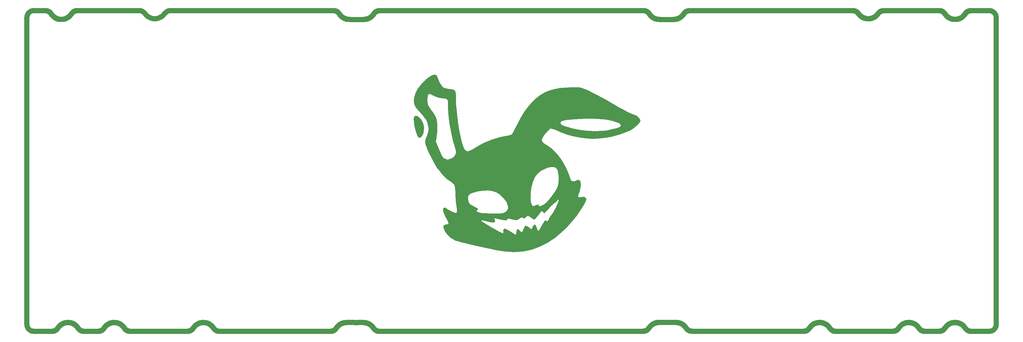
<source format=gbr>
%TF.GenerationSoftware,KiCad,Pcbnew,8.99.0-2194-gb3b7cbcab2*%
%TF.CreationDate,2024-09-18T03:27:03+07:00*%
%TF.ProjectId,Sebas_nuxros,53656261-735f-46e7-9578-726f732e6b69,rev?*%
%TF.SameCoordinates,Original*%
%TF.FileFunction,Legend,Top*%
%TF.FilePolarity,Positive*%
%FSLAX46Y46*%
G04 Gerber Fmt 4.6, Leading zero omitted, Abs format (unit mm)*
G04 Created by KiCad (PCBNEW 8.99.0-2194-gb3b7cbcab2) date 2024-09-18 03:27:03*
%MOMM*%
%LPD*%
G01*
G04 APERTURE LIST*
%ADD10C,1.500000*%
%ADD11C,0.300000*%
%ADD12C,0.000000*%
G04 APERTURE END LIST*
D10*
X420343502Y122206916D02*
X420543672Y122397224D01*
X472756002Y120722263D02*
X472745381Y120728050D01*
X472733504Y120734435D01*
X472719566Y120741846D01*
X472701321Y120751476D01*
X472686434Y120759329D01*
X472671574Y120767216D01*
X472664161Y120771184D01*
X472656762Y120775173D01*
X472649381Y120779189D01*
X472642020Y120783236D01*
X472634683Y120787318D01*
X472627371Y120791440D01*
X472620088Y120795606D01*
X472612835Y120799821D01*
X472605617Y120804090D01*
X472598436Y120808417D01*
X472591294Y120812806D01*
X472587739Y120815025D01*
X472584195Y120817262D01*
X647969974Y122835242D02*
X647981099Y122833712D01*
X647992273Y122832095D01*
X648003498Y122830390D01*
X648014773Y122828596D01*
X648026099Y122826714D01*
X648037477Y122824742D01*
X648048908Y122822680D01*
X648060391Y122820528D01*
X648071927Y122818284D01*
X648083518Y122815949D01*
X648095163Y122813521D01*
X648106863Y122811000D01*
X648118619Y122808386D01*
X648130431Y122805677D01*
X648142300Y122802874D01*
X648154227Y122799975D01*
X648166212Y122796979D01*
X648178256Y122793887D01*
X648190360Y122790697D01*
X648202524Y122787409D01*
X648214749Y122784022D01*
X648227036Y122780535D01*
X648239385Y122776947D01*
X648251548Y122773333D01*
X641249015Y30174544D02*
X641258691Y30164082D01*
X641268431Y30153433D01*
X641278240Y30142590D01*
X641288127Y30131544D01*
X641298098Y30120285D01*
X641308161Y30108801D01*
X641318326Y30097082D01*
X641328602Y30085112D01*
X641339002Y30072877D01*
X641349537Y30060361D01*
X641360223Y30047542D01*
X641371076Y30034400D01*
X641382116Y30020907D01*
X641393364Y30007034D01*
X641404848Y29992746D01*
X641416598Y29978000D01*
X641428654Y29962743D01*
X641441063Y29946914D01*
X641453884Y29930432D01*
X641467194Y29913193D01*
X641481096Y29895060D01*
X641495731Y29875843D01*
X641511308Y29855264D01*
X641528151Y29832883D01*
X641546832Y29807934D01*
X641568551Y29778807D01*
X641599029Y29737815D01*
X641626273Y29701167D01*
X641639919Y29682846D01*
X641653589Y29664534D01*
X641667289Y29646235D01*
X641681027Y29627955D01*
X641694808Y29609700D01*
X641708639Y29591473D01*
X415830447Y120795318D02*
X416180195Y120657150D01*
X563013276Y121306274D02*
X563007378Y121312230D01*
X563001339Y121318441D01*
X562995131Y121324939D01*
X562988719Y121331763D01*
X562982056Y121338968D01*
X562975079Y121346626D01*
X562967697Y121354846D01*
X562959765Y121363792D01*
X562951038Y121373748D01*
X562941020Y121385288D01*
X562928324Y121400017D01*
X562924831Y121404077D01*
X562914319Y121416290D01*
X562903777Y121428483D01*
X562898488Y121434563D01*
X562893182Y121440629D01*
X562887856Y121446677D01*
X562882506Y121452704D01*
X662978261Y28737051D02*
X662699427Y28676393D01*
X482232906Y28899118D02*
X482243624Y28893380D01*
X482254422Y28887690D01*
X482265299Y28882048D01*
X482276259Y28876453D01*
X482287300Y28870906D01*
X482298426Y28865406D01*
X482309637Y28859954D01*
X482320933Y28854548D01*
X482332318Y28849188D01*
X482343790Y28843876D01*
X482355353Y28838609D01*
X482367008Y28833388D01*
X482378755Y28828214D01*
X482390597Y28823084D01*
X482402534Y28818001D01*
X482414569Y28812962D01*
X482426703Y28807969D01*
X482438938Y28803020D01*
X482451275Y28798116D01*
X482463716Y28793256D01*
X482476264Y28788441D01*
X482488919Y28783670D01*
X482501685Y28778942D01*
X482514563Y28774258D01*
X482527555Y28769617D01*
X482540663Y28765019D01*
X482553890Y28760464D01*
X482567239Y28755952D01*
X482580711Y28751482D01*
X482594310Y28747054D01*
X482608038Y28742668D01*
X482621898Y28738323D01*
X482635894Y28734019D01*
X482650027Y28729757D01*
X482664302Y28725535D01*
X482678723Y28721353D01*
X482693292Y28717211D01*
X482708014Y28713108D01*
X482722892Y28709044D01*
X482737932Y28705019D01*
X482753137Y28701032D01*
X482768512Y28697083D01*
X482769402Y28696857D01*
X414035166Y122397207D02*
X414235335Y122206901D01*
X564903321Y120335312D02*
X564888198Y120337698D01*
X564872075Y120340197D01*
X564859329Y120342170D01*
X564846587Y120344166D01*
X564833856Y120346208D01*
X564827495Y120347252D01*
X564821139Y120348317D01*
X564814789Y120349404D01*
X564808444Y120350516D01*
X564802105Y120351657D01*
X564795774Y120352828D01*
X564789450Y120354034D01*
X564783136Y120355276D01*
X564776830Y120356558D01*
X564770534Y120357882D01*
X412760491Y122856034D02*
X413036028Y122836972D01*
X664234054Y29825207D02*
X664097297Y29574756D01*
X629994028Y122302053D02*
X630002743Y122310558D01*
X630011526Y122319017D01*
X630020377Y122327431D01*
X630029296Y122335798D01*
X630038282Y122344119D01*
X630047334Y122352393D01*
X630056453Y122360619D01*
X630065638Y122368796D01*
X630074888Y122376925D01*
X630084203Y122385005D01*
X630093583Y122393035D01*
X630103026Y122401014D01*
X630112534Y122408943D01*
X630122105Y122416820D01*
X630131739Y122424645D01*
X630141434Y122432418D01*
X630151192Y122440138D01*
X630161011Y122447804D01*
X630170891Y122455417D01*
X630180831Y122462975D01*
X630190830Y122470477D01*
X630200889Y122477924D01*
X630211006Y122485315D01*
X630221181Y122492650D01*
X630231414Y122499927D01*
X630241704Y122507146D01*
X630252049Y122514307D01*
X630262451Y122521410D01*
X630272907Y122528453D01*
X630283418Y122535436D01*
X630293983Y122542359D01*
X630304601Y122549221D01*
X630315272Y122556023D01*
X630318591Y122558119D01*
X387135252Y28656034D02*
X387168365Y28657965D01*
X387184921Y28658951D01*
X387201475Y28659960D01*
X387218029Y28661001D01*
X387234581Y28662081D01*
X387251132Y28663209D01*
X387267680Y28664393D01*
X387284226Y28665640D01*
X387300769Y28666958D01*
X387309040Y28667646D01*
X387317310Y28668355D01*
X387325579Y28669085D01*
X387333847Y28669839D01*
X387342114Y28670616D01*
X387350380Y28671418D01*
X387358646Y28672245D01*
X387366910Y28673100D01*
X387375173Y28673982D01*
X387383436Y28674893D01*
X387391697Y28675833D01*
X387399957Y28676804D01*
X471093743Y30193042D02*
X471103723Y30203342D01*
X471113791Y30213619D01*
X471123948Y30223872D01*
X471134194Y30234102D01*
X471144530Y30244309D01*
X471154956Y30254492D01*
X471165471Y30264651D01*
X471176078Y30274787D01*
X471186775Y30284899D01*
X471197564Y30294987D01*
X471208443Y30305052D01*
X471219415Y30315092D01*
X471230479Y30325109D01*
X471241635Y30335102D01*
X471252884Y30345070D01*
X471264226Y30355014D01*
X471275662Y30364934D01*
X471287191Y30374830D01*
X471298815Y30384701D01*
X471310533Y30394547D01*
X471322345Y30404369D01*
X471334253Y30414166D01*
X471346256Y30423938D01*
X471358355Y30433685D01*
X471370550Y30443407D01*
X471382841Y30453103D01*
X471395229Y30462774D01*
X471407714Y30472420D01*
X471420297Y30482039D01*
X471432977Y30491633D01*
X471445755Y30501201D01*
X471458631Y30510743D01*
X471471606Y30520258D01*
X471484680Y30529747D01*
X471497853Y30539209D01*
X471511125Y30548644D01*
X471524497Y30558052D01*
X471537970Y30567434D01*
X471551543Y30576787D01*
X471565216Y30586113D01*
X471578991Y30595412D01*
X471592866Y30604682D01*
X471606844Y30613924D01*
X471620923Y30623138D01*
X471635104Y30632323D01*
X471649388Y30641479D01*
X471663774Y30650607D01*
X471678263Y30659705D01*
X471692855Y30668773D01*
X471707551Y30677812D01*
X471722350Y30686821D01*
X471737253Y30695799D01*
X471752260Y30704747D01*
X471767372Y30713664D01*
X471782588Y30722550D01*
X471797908Y30731405D01*
X471813334Y30740228D01*
X471828864Y30749020D01*
X471844500Y30757779D01*
X471860242Y30766506D01*
X471876088Y30775200D01*
X471878147Y30776323D01*
X664414798Y120856034D02*
X664414798Y30656034D01*
X480166080Y120627272D02*
X480158522Y120623674D01*
X480150676Y120620026D01*
X480142504Y120616313D01*
X480133956Y120612515D01*
X480124965Y120608606D01*
X480115441Y120604549D01*
X480105252Y120600294D01*
X480094192Y120595757D01*
X480081908Y120590801D01*
X480067685Y120585141D01*
X480049499Y120577976D01*
X480044982Y120576202D01*
X480029884Y120570266D01*
X480014796Y120564294D01*
X480007261Y120561285D01*
X479999734Y120558255D01*
X479992218Y120555199D01*
X479984714Y120552113D01*
X413810688Y122558122D02*
X414035166Y122397207D01*
X652710648Y120306271D02*
X652719088Y120307374D01*
X652727695Y120308579D01*
X652736486Y120309889D01*
X652745478Y120311310D01*
X652754693Y120312845D01*
X652764156Y120314502D01*
X652773897Y120316288D01*
X652783954Y120318211D01*
X652794374Y120320284D01*
X652805216Y120322520D01*
X652816558Y120324940D01*
X652828508Y120327569D01*
X652841219Y120330444D01*
X652854927Y120333624D01*
X652870029Y120337205D01*
X652887301Y120341377D01*
X652908763Y120346631D01*
X652919117Y120349179D01*
X652943651Y120355205D01*
X652955927Y120358194D01*
X652968210Y120361154D01*
X652980502Y120364075D01*
X652992803Y120366946D01*
X653005115Y120369758D01*
X653017440Y120372501D01*
X622986662Y122733324D02*
X622997193Y122729711D01*
X623007739Y122726008D01*
X623018302Y122722215D01*
X623028880Y122718332D01*
X623039474Y122714357D01*
X623050083Y122710292D01*
X623060708Y122706135D01*
X623071347Y122701886D01*
X623082001Y122697546D01*
X623092670Y122693114D01*
X623103352Y122688589D01*
X623114049Y122683972D01*
X623124759Y122679261D01*
X623135482Y122674458D01*
X623146218Y122669562D01*
X623156967Y122664572D01*
X623167728Y122659488D01*
X623178501Y122654310D01*
X623189285Y122649038D01*
X623200081Y122643672D01*
X623210887Y122638212D01*
X623221703Y122632657D01*
X623232528Y122627007D01*
X623243363Y122621262D01*
X623254207Y122615423D01*
X623265059Y122609488D01*
X623275918Y122603458D01*
X623286784Y122597333D01*
X623297657Y122591112D01*
X623308536Y122584796D01*
X623319420Y122578385D01*
X623330308Y122571879D01*
X623341201Y122565277D01*
X623352096Y122558580D01*
X623362994Y122551787D01*
X623373894Y122544900D01*
X623384795Y122537917D01*
X623395696Y122530840D01*
X623406596Y122523667D01*
X623417495Y122516400D01*
X623428391Y122509039D01*
X623439285Y122501584D01*
X623450174Y122494034D01*
X623461058Y122486391D01*
X623471935Y122478656D01*
X623473342Y122477648D01*
X428319089Y29256526D02*
X428324538Y29263099D01*
X428330087Y29269914D01*
X428335752Y29276999D01*
X428341557Y29284383D01*
X428347530Y29292107D01*
X428353706Y29300224D01*
X428360136Y29308801D01*
X428366887Y29317938D01*
X428374062Y29327776D01*
X428381822Y29338547D01*
X428390461Y29350667D01*
X428400629Y29365055D01*
X428411988Y29381213D01*
X428421663Y29394979D01*
X428431365Y29408726D01*
X428436234Y29415586D01*
X428441119Y29422434D01*
X428446024Y29429265D01*
X428450950Y29436079D01*
X643114345Y28676794D02*
X643125532Y28675344D01*
X643136955Y28673944D01*
X643148634Y28672592D01*
X643160591Y28671288D01*
X643172854Y28670030D01*
X643185452Y28668816D01*
X643198426Y28667646D01*
X643211820Y28666517D01*
X643225691Y28665426D01*
X643240112Y28664371D01*
X643255176Y28663347D01*
X643271009Y28662350D01*
X643287786Y28661370D01*
X643305771Y28660397D01*
X643325382Y28659413D01*
X643347380Y28658383D01*
X643373464Y28657235D01*
X643401776Y28656034D01*
X387399957Y28676804D02*
X387406530Y28677599D01*
X387413102Y28678415D01*
X387419598Y28679241D01*
X387426092Y28680088D01*
X387432512Y28680945D01*
X387438930Y28681823D01*
X387445277Y28682711D01*
X387451621Y28683619D01*
X387457896Y28684537D01*
X387464168Y28685476D01*
X387470373Y28686424D01*
X387476575Y28687393D01*
X387482711Y28688372D01*
X387488844Y28689370D01*
X387494913Y28690379D01*
X387500978Y28691407D01*
X387506981Y28692446D01*
X387512981Y28693504D01*
X387518920Y28694572D01*
X387524855Y28695660D01*
X387530730Y28696757D01*
X387536602Y28697874D01*
X387542415Y28699000D01*
X387548225Y28700147D01*
X387553978Y28701302D01*
X387559726Y28702477D01*
X387565419Y28703662D01*
X387571107Y28704866D01*
X387576742Y28706079D01*
X387582371Y28707312D01*
X387587948Y28708553D01*
X387593520Y28709815D01*
X387599040Y28711085D01*
X387604554Y28712374D01*
X387610019Y28713673D01*
X387615477Y28714991D01*
X387620887Y28716317D01*
X387626290Y28717663D01*
X387631646Y28719018D01*
X387636995Y28720392D01*
X387642297Y28721774D01*
X387647593Y28723176D01*
X387652842Y28724586D01*
X387658086Y28726015D01*
X387663284Y28727453D01*
X387668475Y28728910D01*
X387673622Y28730375D01*
X387678763Y28731860D01*
X387683859Y28733352D01*
X387688949Y28734864D01*
X387693997Y28736384D01*
X387699037Y28737923D01*
X387704035Y28739470D01*
X387709027Y28741035D01*
X387713977Y28742609D01*
X387718920Y28744202D01*
X387723822Y28745803D01*
X387728718Y28747423D01*
X387733573Y28749051D01*
X387738422Y28750697D01*
X387742411Y28752068D01*
X630318591Y122558119D02*
X630323955Y122561487D01*
X630329329Y122564839D01*
X630334705Y122568167D01*
X630340091Y122571479D01*
X630345478Y122574768D01*
X630350876Y122578039D01*
X630356273Y122581287D01*
X630361682Y122584518D01*
X630367089Y122587726D01*
X630372507Y122590916D01*
X630377925Y122594083D01*
X630383353Y122597232D01*
X630388779Y122600358D01*
X630394216Y122603467D01*
X630399651Y122606551D01*
X630405096Y122609618D01*
X630410539Y122612661D01*
X630415992Y122615686D01*
X630421443Y122618688D01*
X630426903Y122621672D01*
X630432361Y122624631D01*
X630437828Y122627573D01*
X630443292Y122630491D01*
X630448766Y122633390D01*
X630454236Y122636266D01*
X630459716Y122639124D01*
X630465192Y122641957D01*
X630470677Y122644772D01*
X630476158Y122647563D01*
X630481647Y122650335D01*
X630487133Y122653084D01*
X630492627Y122655814D01*
X630498117Y122658519D01*
X630503615Y122661206D01*
X630509109Y122663869D01*
X630514611Y122666514D01*
X630520108Y122669133D01*
X630525612Y122671735D01*
X630531112Y122674312D01*
X630536620Y122676870D01*
X630542122Y122679404D01*
X630547632Y122681919D01*
X630553136Y122684410D01*
X630558647Y122686882D01*
X630564153Y122689330D01*
X630569666Y122691758D01*
X630575173Y122694162D01*
X630580687Y122696548D01*
X630586194Y122698909D01*
X630591709Y122701251D01*
X630597217Y122703568D01*
X630602732Y122705867D01*
X630608240Y122708141D01*
X630613754Y122710396D01*
X630619262Y122712627D01*
X630624776Y122714838D01*
X630630283Y122717025D01*
X630635797Y122719194D01*
X630641302Y122721337D01*
X630646814Y122723462D01*
X630652319Y122725562D01*
X630657829Y122727643D01*
X630663332Y122729699D01*
X630668841Y122731737D01*
X630674341Y122733750D01*
X630679847Y122735744D01*
X630685345Y122737714D01*
X630690849Y122739664D01*
X630696345Y122741590D01*
X630701846Y122743497D01*
X630707338Y122745380D01*
X630712836Y122747243D01*
X630718324Y122749082D01*
X630723819Y122750902D01*
X630729304Y122752698D01*
X630734795Y122754474D01*
X630740276Y122756226D01*
X630745763Y122757959D01*
X630751240Y122759668D01*
X630756722Y122761358D01*
X630762194Y122763024D01*
X630767672Y122764670D01*
X630773140Y122766292D01*
X630778613Y122767895D01*
X630784076Y122769474D01*
X630789543Y122771034D01*
X630795001Y122772570D01*
X630800463Y122774086D01*
X630805916Y122775579D01*
X630811372Y122777053D01*
X630816819Y122778502D01*
X630822269Y122779933D01*
X630822970Y122780115D01*
X473176298Y31195603D02*
X473191511Y31197144D01*
X473206999Y31198633D01*
X473222780Y31200071D01*
X473238878Y31201458D01*
X473255318Y31202796D01*
X473272130Y31204084D01*
X473289349Y31205324D01*
X473307015Y31206517D01*
X473325176Y31207664D01*
X473343891Y31208768D01*
X473363232Y31209829D01*
X473383288Y31210851D01*
X473404174Y31211837D01*
X473426041Y31212791D01*
X473449098Y31213720D01*
X473473641Y31214630D01*
X473500131Y31215536D01*
X473529342Y31216460D01*
X473562806Y31217444D01*
X473568062Y31217593D01*
X649433389Y121833726D02*
X649444610Y121817268D01*
X649455855Y121800827D01*
X649467148Y121784422D01*
X649472820Y121776239D01*
X649478512Y121768072D01*
X649484227Y121759923D01*
X649489969Y121751794D01*
X649495740Y121743688D01*
X649501542Y121735607D01*
X649507380Y121727553D01*
X649513256Y121719529D01*
X649519172Y121711538D01*
X649525132Y121703580D01*
X563159624Y121175413D02*
X563150608Y121183411D01*
X563140562Y121192223D01*
X563128882Y121202370D01*
X563110895Y121217886D01*
X563098399Y121228657D01*
X563085933Y121239452D01*
X563079719Y121244867D01*
X563073524Y121250298D01*
X563067350Y121255750D01*
X563061200Y121261224D01*
X563055077Y121266726D01*
X563048986Y121272257D01*
X563042929Y121277823D01*
X563036910Y121283425D01*
X563030931Y121289068D01*
X563024998Y121294755D01*
X563019111Y121300489D01*
X563013276Y121306274D01*
X473109175Y120552107D02*
X473103151Y120554390D01*
X473080914Y120562832D01*
X473069803Y120567073D01*
X473058704Y120571338D01*
X473047619Y120575635D01*
X473036553Y120579971D01*
X473025510Y120584356D01*
X473014494Y120588796D01*
X473003509Y120593300D01*
X472998029Y120595578D01*
X472992558Y120597874D01*
X472987097Y120600191D01*
X472981646Y120602529D01*
X472976206Y120604888D01*
X472970777Y120607270D01*
X472965360Y120609676D01*
X472959955Y120612106D01*
X472954563Y120614562D01*
X472949184Y120617045D01*
X472943818Y120619556D01*
X472938467Y120622095D01*
X472933130Y120624664D01*
X472927809Y120627264D01*
X408324235Y29591473D02*
X408336583Y29573429D01*
X408348966Y29555406D01*
X408356023Y29545180D01*
X408363101Y29534968D01*
X408369132Y29526303D01*
X408375181Y29517651D01*
X408380639Y29509883D01*
X408386114Y29502127D01*
X408391187Y29494976D01*
X408396278Y29487838D01*
X408401071Y29481153D01*
X408405881Y29474480D01*
X408410458Y29468166D01*
X408415051Y29461865D01*
X408419455Y29455858D01*
X408423876Y29449863D01*
X408428139Y29444117D01*
X408432419Y29438384D01*
X408436564Y29432865D01*
X408440725Y29427358D01*
X408444770Y29422039D01*
X408448831Y29416733D01*
X408452791Y29411592D01*
X408456766Y29406465D01*
X408460652Y29401487D01*
X408464554Y29396521D01*
X408468376Y29391691D01*
X408472213Y29386873D01*
X408475979Y29382178D01*
X408479760Y29377496D01*
X408483477Y29372926D01*
X408487209Y29368370D01*
X408490882Y29363918D01*
X408494571Y29359478D01*
X408494806Y29359196D01*
X402857883Y30174544D02*
X402862743Y30179849D01*
X402867619Y30185141D01*
X402872487Y30190395D01*
X402877371Y30195637D01*
X402882247Y30200841D01*
X402887139Y30206032D01*
X402892023Y30211186D01*
X402896922Y30216327D01*
X402901814Y30221431D01*
X402906721Y30226521D01*
X402911619Y30231574D01*
X402916533Y30236614D01*
X402921439Y30241617D01*
X402926360Y30246607D01*
X402931272Y30251559D01*
X402936199Y30256498D01*
X402941119Y30261401D01*
X402946052Y30266289D01*
X402950977Y30271141D01*
X402955917Y30275979D01*
X402960848Y30280781D01*
X402965794Y30285568D01*
X402970731Y30290320D01*
X402975682Y30295057D01*
X402980625Y30299758D01*
X402985582Y30304445D01*
X402990530Y30309096D01*
X402995492Y30313733D01*
X403000445Y30318334D01*
X403005412Y30322920D01*
X403010370Y30327471D01*
X403015342Y30332007D01*
X403020305Y30336508D01*
X403025282Y30340994D01*
X403030249Y30345446D01*
X403035230Y30349882D01*
X403040203Y30354283D01*
X403045188Y30358670D01*
X403050164Y30363021D01*
X403055154Y30367358D01*
X403060134Y30371660D01*
X403065128Y30375947D01*
X403070112Y30380200D01*
X403075110Y30384437D01*
X403080098Y30388640D01*
X403085099Y30392828D01*
X403090091Y30396982D01*
X403095096Y30401120D01*
X403100091Y30405225D01*
X403105099Y30409315D01*
X403110098Y30413371D01*
X403115109Y30417411D01*
X403120112Y30421418D01*
X403125126Y30425409D01*
X403130132Y30429367D01*
X403135149Y30433309D01*
X403140158Y30437219D01*
X403145178Y30441112D01*
X403150189Y30444973D01*
X403155213Y30448818D01*
X403160227Y30452631D01*
X403165253Y30456427D01*
X403170270Y30460192D01*
X403175298Y30463940D01*
X403180318Y30467657D01*
X403185349Y30471357D01*
X403190371Y30475025D01*
X403195405Y30478677D01*
X403200429Y30482298D01*
X403205465Y30485902D01*
X403210492Y30489475D01*
X403215530Y30493032D01*
X403220559Y30496557D01*
X403225600Y30500066D01*
X403230631Y30503544D01*
X403235674Y30507006D01*
X403240707Y30510437D01*
X403245752Y30513851D01*
X403250787Y30517235D01*
X403255834Y30520602D01*
X403260871Y30523939D01*
X403265920Y30527260D01*
X403270960Y30530550D01*
X403276010Y30533824D01*
X403280798Y30536905D01*
X483017451Y122835236D02*
X483008419Y122833704D01*
X482999192Y122832059D01*
X482989750Y122830296D01*
X482980073Y122828408D01*
X482970131Y122826389D01*
X482959894Y122824228D01*
X482949321Y122821917D01*
X482938362Y122819441D01*
X482926952Y122816783D01*
X482915006Y122813920D01*
X482902404Y122810820D01*
X482888974Y122807436D01*
X482876631Y122804264D01*
X458333536Y122856034D02*
X469788820Y122856034D01*
X564379073Y120470707D02*
X564367575Y120474304D01*
X564355786Y120478075D01*
X564343667Y120482033D01*
X564331173Y120486198D01*
X564318246Y120490589D01*
X564304815Y120495234D01*
X564290782Y120500170D01*
X564276017Y120505446D01*
X564260332Y120511133D01*
X564243437Y120517340D01*
X564224850Y120524250D01*
X564203621Y120532220D01*
X564177297Y120542178D01*
X564164245Y120547129D01*
X564151122Y120552107D01*
X472584195Y120817262D02*
X472577326Y120821667D01*
X472570242Y120826303D01*
X472562902Y120831201D01*
X472555250Y120836400D01*
X472547212Y120841955D01*
X472538677Y120847948D01*
X472529474Y120854503D01*
X472519308Y120861838D01*
X472507569Y120870397D01*
X472489626Y120883583D01*
X472478573Y120891714D01*
X472467503Y120899825D01*
X472456399Y120907895D01*
X472450831Y120911907D01*
X472445249Y120915900D01*
X433920332Y30300403D02*
X433930121Y30292190D01*
X433939903Y30283879D01*
X433949678Y30275468D01*
X433959447Y30266958D01*
X433969209Y30258347D01*
X433978965Y30249636D01*
X433988715Y30240824D01*
X433998457Y30231910D01*
X434008194Y30222893D01*
X434017924Y30213774D01*
X434027647Y30204551D01*
X434037365Y30195225D01*
X434047075Y30185794D01*
X434056780Y30176258D01*
X434066477Y30166616D01*
X434076169Y30156868D01*
X434085854Y30147014D01*
X434095532Y30137052D01*
X434105204Y30126983D01*
X434114870Y30116805D01*
X434124528Y30106518D01*
X434134181Y30096121D01*
X434143826Y30085615D01*
X434153465Y30074997D01*
X434163098Y30064269D01*
X434172723Y30053428D01*
X434182342Y30042475D01*
X434191954Y30031409D01*
X434201559Y30020229D01*
X434211157Y30008935D01*
X434220748Y29997526D01*
X434230331Y29986001D01*
X434239908Y29974360D01*
X434249478Y29962603D01*
X434259040Y29950728D01*
X434268595Y29938735D01*
X434278142Y29926623D01*
X434287682Y29914393D01*
X434297214Y29902042D01*
X434302428Y29895231D01*
X573025916Y122357566D02*
X573020212Y122352452D01*
X573014522Y122347323D01*
X573008976Y122342296D01*
X573003444Y122337255D01*
X572998044Y122332307D01*
X572992659Y122327344D01*
X572987396Y122322467D01*
X572982148Y122317575D01*
X572977013Y122312763D01*
X572971894Y122307936D01*
X572966881Y122303181D01*
X572961882Y122298413D01*
X572956984Y122293712D01*
X572952101Y122288997D01*
X572947311Y122284345D01*
X572942537Y122279679D01*
X572937851Y122275072D01*
X572933181Y122270452D01*
X572928595Y122265886D01*
X572924023Y122261306D01*
X572919532Y122256779D01*
X572915056Y122252237D01*
X572910656Y122247744D01*
X572906271Y122243238D01*
X572901959Y122238777D01*
X572897662Y122234303D01*
X572893434Y122229873D01*
X572889222Y122225428D01*
X572885076Y122221025D01*
X572880945Y122216608D01*
X572876878Y122212231D01*
X572872826Y122207839D01*
X572868836Y122203485D01*
X572864861Y122199117D01*
X572860944Y122194784D01*
X572857044Y122190438D01*
X572853199Y122186126D01*
X572849371Y122181800D01*
X572845597Y122177505D01*
X572841838Y122173198D01*
X572838132Y122168920D01*
X572834442Y122164630D01*
X572830803Y122160368D01*
X572827179Y122156093D01*
X572823708Y122151968D01*
X482213642Y122531949D02*
X482205981Y122527339D01*
X482198280Y122522612D01*
X482190538Y122517766D01*
X482182751Y122512799D01*
X482174916Y122507706D01*
X482167028Y122502484D01*
X482159085Y122497130D01*
X482151081Y122491640D01*
X482143012Y122486009D01*
X482134874Y122480232D01*
X482126660Y122474304D01*
X482118365Y122468219D01*
X482109981Y122461971D01*
X482101502Y122455553D01*
X482092918Y122448957D01*
X482084222Y122442174D01*
X482075401Y122435193D01*
X482066445Y122428004D01*
X482057339Y122420594D01*
X482048067Y122412947D01*
X482038611Y122405045D01*
X482028949Y122396868D01*
X482019054Y122388391D01*
X482008894Y122379584D01*
X481998430Y122370408D01*
X481987609Y122360816D01*
X481983969Y122357566D01*
X655905951Y122532149D02*
X655911163Y122535586D01*
X655916385Y122539006D01*
X655921617Y122542408D01*
X655926860Y122545794D01*
X655932111Y122549161D01*
X655937373Y122552511D01*
X655942643Y122555843D01*
X655947924Y122559158D01*
X655953213Y122562454D01*
X655958512Y122565734D01*
X655963820Y122568994D01*
X655969137Y122572238D01*
X655974462Y122575462D01*
X655979798Y122578670D01*
X655985140Y122581858D01*
X655990492Y122585029D01*
X655995852Y122588181D01*
X656001221Y122591315D01*
X656006597Y122594430D01*
X656011983Y122597528D01*
X656017375Y122600606D01*
X656022776Y122603667D01*
X656028184Y122606708D01*
X656033601Y122609732D01*
X656039024Y122612735D01*
X656044456Y122615722D01*
X656049894Y122618688D01*
X656055341Y122621636D01*
X656060793Y122624565D01*
X656066254Y122627476D01*
X656071720Y122630366D01*
X656077195Y122633239D01*
X656082675Y122636091D01*
X656088163Y122638926D01*
X656093656Y122641740D01*
X656099157Y122644536D01*
X656104662Y122647312D01*
X656110176Y122650070D01*
X656115694Y122652807D01*
X656121220Y122655526D01*
X656126750Y122658224D01*
X656132288Y122660904D01*
X656137828Y122663564D01*
X656143378Y122666205D01*
X656148929Y122668825D01*
X656154490Y122671427D01*
X656160052Y122674009D01*
X656165623Y122676571D01*
X656171195Y122679113D01*
X656176776Y122681636D01*
X656182359Y122684139D01*
X656187949Y122686622D01*
X656193541Y122689085D01*
X656199141Y122691529D01*
X656204742Y122693952D01*
X656210350Y122696356D01*
X656215960Y122698739D01*
X656221577Y122701104D01*
X656227195Y122703447D01*
X656232820Y122705771D01*
X656238446Y122708074D01*
X656244079Y122710358D01*
X656249712Y122712621D01*
X656255352Y122714865D01*
X656260992Y122717088D01*
X656266639Y122719291D01*
X656272286Y122721474D01*
X656277940Y122723637D01*
X656283593Y122725779D01*
X656289253Y122727901D01*
X656294912Y122730002D01*
X656300578Y122732085D01*
X656306243Y122734145D01*
X656311914Y122736187D01*
X656317584Y122738207D01*
X656323260Y122740207D01*
X656328935Y122742187D01*
X656334616Y122744147D01*
X656340295Y122746085D01*
X656345981Y122748004D01*
X656351664Y122749902D01*
X656357354Y122751780D01*
X656363041Y122753636D01*
X656368734Y122755474D01*
X656374425Y122757289D01*
X656380121Y122759086D01*
X656385815Y122760860D01*
X656391514Y122762616D01*
X656397211Y122764349D01*
X656402913Y122766063D01*
X656408612Y122767756D01*
X656414317Y122769429D01*
X656420018Y122771080D01*
X656425724Y122772712D01*
X656428027Y122773365D01*
X421272540Y122780131D02*
X421542826Y122836973D01*
X479803348Y120476955D02*
X479795308Y120474160D01*
X479786990Y120471352D01*
X479778359Y120468521D01*
X479769368Y120465655D01*
X479759962Y120462739D01*
X479750061Y120459751D01*
X479739558Y120456662D01*
X479728292Y120453429D01*
X479716010Y120449984D01*
X479702258Y120446205D01*
X479686047Y120441825D01*
X479666426Y120436580D01*
X479653483Y120433125D01*
X479640544Y120429652D01*
X479627617Y120426144D01*
X479614706Y120422583D01*
X563305972Y121044552D02*
X563299315Y121049950D01*
X563292475Y121055597D01*
X563285418Y121061525D01*
X563278099Y121067775D01*
X563270460Y121074401D01*
X563262416Y121081481D01*
X563253845Y121089128D01*
X563244547Y121097526D01*
X563234161Y121107006D01*
X563221881Y121118313D01*
X563208763Y121130453D01*
X563196546Y121141761D01*
X563184300Y121153043D01*
X563178158Y121158665D01*
X563172001Y121164270D01*
X563165824Y121169854D01*
X563159624Y121175413D01*
X388533995Y29256527D02*
X388539444Y29263099D01*
X388544992Y29269915D01*
X388550658Y29276998D01*
X388556462Y29284382D01*
X388562435Y29292106D01*
X388568611Y29300222D01*
X388575040Y29308800D01*
X388581791Y29317935D01*
X388588965Y29327773D01*
X388596725Y29338543D01*
X388605363Y29350662D01*
X388615530Y29365048D01*
X388626896Y29381215D01*
X388636571Y29394981D01*
X388646272Y29408728D01*
X388651141Y29415587D01*
X388656026Y29422434D01*
X388660930Y29429266D01*
X388665856Y29436079D01*
X565096868Y120302414D02*
X565088313Y120303540D01*
X565079395Y120304792D01*
X565070044Y120306183D01*
X565060157Y120307733D01*
X565049586Y120309469D01*
X565038097Y120311432D01*
X565025266Y120313701D01*
X565010175Y120316443D01*
X564991905Y120319818D01*
X564975781Y120322800D01*
X564959653Y120325737D01*
X632021043Y28656034D02*
X617209276Y28656034D01*
X647682187Y28656034D02*
X647682189Y28656034D01*
X647718100Y28659177D01*
X647736054Y28660763D01*
X647754004Y28662367D01*
X647771950Y28663995D01*
X647789891Y28665652D01*
X647807825Y28667346D01*
X647825752Y28669080D01*
X647843671Y28670863D01*
X647861581Y28672698D01*
X647879480Y28674594D01*
X647897367Y28676554D01*
X647915242Y28678586D01*
X647924174Y28679630D01*
X647933103Y28680695D01*
X647942028Y28681780D01*
X647950950Y28682887D01*
X647959867Y28684016D01*
X647968781Y28685169D01*
X647977690Y28686345D01*
X647986595Y28687545D01*
X647995495Y28688771D01*
X648004391Y28690022D01*
X648013282Y28691301D01*
X648022169Y28692607D01*
X648031050Y28693941D01*
X648039926Y28695304D01*
X648048798Y28696697D01*
X648057663Y28698120D01*
X648066523Y28699575D01*
X648075378Y28701061D01*
X648084227Y28702580D01*
X648093070Y28704133D01*
X648101907Y28705719D01*
X648110737Y28707341D01*
X648119562Y28708998D01*
X648128380Y28710692D01*
X648137191Y28712422D01*
X648145996Y28714191D01*
X648154794Y28715998D01*
X648163585Y28717845D01*
X648172369Y28719731D01*
X648181146Y28721659D01*
X648189916Y28723628D01*
X648198678Y28725640D01*
X648207432Y28727694D01*
X648216179Y28729793D01*
X648224918Y28731935D01*
X648233649Y28734124D01*
X648242371Y28736358D01*
X648251086Y28738639D01*
X394135238Y30300403D02*
X394145027Y30292190D01*
X394154809Y30283879D01*
X394164584Y30275468D01*
X394174353Y30266958D01*
X394184115Y30258347D01*
X394193871Y30249636D01*
X394203621Y30240824D01*
X394213363Y30231910D01*
X394223100Y30222893D01*
X394232830Y30213774D01*
X394242553Y30204551D01*
X394252271Y30195225D01*
X394261981Y30185794D01*
X394271686Y30176258D01*
X394281383Y30166616D01*
X394291075Y30156868D01*
X394300760Y30147014D01*
X394310438Y30137052D01*
X394320110Y30126983D01*
X394329776Y30116805D01*
X394339434Y30106518D01*
X394349087Y30096121D01*
X394358732Y30085615D01*
X394368371Y30074997D01*
X394378004Y30064269D01*
X394387629Y30053428D01*
X394397248Y30042475D01*
X394406860Y30031409D01*
X394416465Y30020229D01*
X394426063Y30008935D01*
X394435654Y29997526D01*
X394445237Y29986001D01*
X394454814Y29974360D01*
X394464384Y29962603D01*
X394473946Y29950728D01*
X394483501Y29938735D01*
X394493048Y29926623D01*
X394502588Y29914393D01*
X394512120Y29902042D01*
X394517334Y29895231D01*
X639841068Y31047455D02*
X639849321Y31044698D01*
X639857567Y31041922D01*
X639865803Y31039129D01*
X639874032Y31036317D01*
X639882251Y31033487D01*
X639890463Y31030638D01*
X639898665Y31027772D01*
X639906859Y31024887D01*
X639915043Y31021984D01*
X639923220Y31019063D01*
X639931387Y31016124D01*
X639939546Y31013167D01*
X639947694Y31010192D01*
X639955835Y31007199D01*
X639963966Y31004188D01*
X639972089Y31001159D01*
X639980201Y30998112D01*
X639988306Y30995047D01*
X639996399Y30991965D01*
X640004485Y30988864D01*
X640012560Y30985746D01*
X640020628Y30982609D01*
X640028684Y30979455D01*
X640036732Y30976283D01*
X640044769Y30973094D01*
X640052799Y30969886D01*
X640060817Y30966662D01*
X640068827Y30963419D01*
X640076825Y30960159D01*
X640084816Y30956880D01*
X640092795Y30953585D01*
X640100766Y30950271D01*
X640108725Y30946941D01*
X640116677Y30943593D01*
X640124616Y30940227D01*
X640132547Y30936843D01*
X640140466Y30933443D01*
X640148378Y30930025D01*
X640156276Y30926589D01*
X640164167Y30923136D01*
X640172046Y30919666D01*
X640179916Y30916178D01*
X640187774Y30912674D01*
X640195624Y30909151D01*
X640203461Y30905612D01*
X640211290Y30902055D01*
X640219106Y30898481D01*
X640226914Y30894890D01*
X640234709Y30891282D01*
X640242495Y30887656D01*
X640250269Y30884014D01*
X640258035Y30880354D01*
X640265787Y30876677D01*
X640273531Y30872983D01*
X640281262Y30869273D01*
X640288984Y30865544D01*
X640296693Y30861800D01*
X640304393Y30858038D01*
X640312080Y30854260D01*
X640319759Y30850464D01*
X640327424Y30846652D01*
X640335080Y30842823D01*
X640342723Y30838977D01*
X640350357Y30835114D01*
X640357978Y30831235D01*
X640365589Y30827338D01*
X640373187Y30823426D01*
X640380776Y30819496D01*
X640388352Y30815550D01*
X640395918Y30811587D01*
X640403470Y30807608D01*
X640411014Y30803611D01*
X640418543Y30799599D01*
X640426064Y30795569D01*
X640433570Y30791524D01*
X640441067Y30787461D01*
X640448551Y30783383D01*
X640456025Y30779288D01*
X640463484Y30775177D01*
X640470935Y30771049D01*
X640478371Y30766905D01*
X640485798Y30762744D01*
X640493210Y30758568D01*
X640500613Y30754374D01*
X640508002Y30750166D01*
X640515381Y30745939D01*
X640522746Y30741698D01*
X640530102Y30737440D01*
X640537442Y30733167D01*
X640544773Y30728876D01*
X640552090Y30724570D01*
X640559397Y30720247D01*
X640566689Y30715910D01*
X640573971Y30711555D01*
X640581239Y30707185D01*
X640588497Y30702798D01*
X640595740Y30698397D01*
X640602973Y30693978D01*
X640610191Y30689545D01*
X640617400Y30685094D01*
X640624593Y30680629D01*
X640631776Y30676147D01*
X640638945Y30671650D01*
X640646103Y30667137D01*
X640653247Y30662609D01*
X640660380Y30658064D01*
X640667498Y30653504D01*
X640674606Y30648928D01*
X640676743Y30647547D01*
X652524186Y31223553D02*
X652540008Y31222678D01*
X652555853Y31221722D01*
X652571721Y31220684D01*
X652587612Y31219565D01*
X652603525Y31218364D01*
X652619461Y31217081D01*
X652635418Y31215717D01*
X652651397Y31214270D01*
X652667397Y31212741D01*
X652683418Y31211130D01*
X652699460Y31209436D01*
X652715522Y31207660D01*
X652731603Y31205801D01*
X652747705Y31203860D01*
X652763825Y31201835D01*
X652779965Y31199728D01*
X652796122Y31197538D01*
X652812298Y31195264D01*
X652828492Y31192908D01*
X652844703Y31190468D01*
X652860930Y31187945D01*
X652877175Y31185338D01*
X652893435Y31182648D01*
X652909711Y31179874D01*
X652926002Y31177016D01*
X652942307Y31174075D01*
X652958628Y31171050D01*
X652974961Y31167941D01*
X652991309Y31164748D01*
X653007669Y31161471D01*
X653024042Y31158110D01*
X653040426Y31154665D01*
X653056822Y31151137D01*
X653073229Y31147523D01*
X653089646Y31143826D01*
X653106073Y31140045D01*
X653122510Y31136179D01*
X653138955Y31132230D01*
X653155408Y31128196D01*
X653171870Y31124077D01*
X653188338Y31119875D01*
X653204813Y31115589D01*
X653221294Y31111218D01*
X653237780Y31106763D01*
X653254271Y31102224D01*
X653270766Y31097602D01*
X653287265Y31092895D01*
X653303767Y31088104D01*
X653320271Y31083229D01*
X653336777Y31078270D01*
X653353284Y31073228D01*
X653369791Y31068102D01*
X653386298Y31062892D01*
X653402803Y31057599D01*
X653419308Y31052222D01*
X653433729Y31047455D01*
X401669782Y28910009D02*
X401678670Y28915021D01*
X401687552Y28920054D01*
X401695836Y28924772D01*
X401704113Y28929510D01*
X401711923Y28934005D01*
X401719725Y28938520D01*
X401727149Y28942839D01*
X401734563Y28947177D01*
X401741659Y28951353D01*
X401748746Y28955547D01*
X401755560Y28959603D01*
X401762364Y28963677D01*
X401768931Y28967633D01*
X401775486Y28971607D01*
X401781831Y28975476D01*
X401788164Y28979363D01*
X401794310Y28983157D01*
X401800443Y28986969D01*
X401806406Y28990699D01*
X401812356Y28994445D01*
X401818152Y28998117D01*
X401823935Y29001806D01*
X401829575Y29005428D01*
X401835203Y29009066D01*
X401840699Y29012642D01*
X401846182Y29016235D01*
X401851543Y29019772D01*
X401856890Y29023324D01*
X401862124Y29026825D01*
X401867344Y29030342D01*
X401872457Y29033811D01*
X401877557Y29037295D01*
X401882557Y29040735D01*
X401887543Y29044191D01*
X401892434Y29047605D01*
X401897311Y29051034D01*
X401902099Y29054425D01*
X401906873Y29057832D01*
X401911562Y29061202D01*
X401916237Y29064587D01*
X401920830Y29067939D01*
X401925410Y29071305D01*
X401929913Y29074640D01*
X401934402Y29077989D01*
X401938817Y29081309D01*
X401943218Y29084643D01*
X401947549Y29087949D01*
X401951865Y29091270D01*
X401956114Y29094564D01*
X401960348Y29097873D01*
X401964518Y29101157D01*
X401968673Y29104455D01*
X401972766Y29107729D01*
X401976844Y29111018D01*
X401980863Y29114284D01*
X401984867Y29117564D01*
X401988813Y29120823D01*
X401992745Y29124096D01*
X401996620Y29127349D01*
X402000482Y29130616D01*
X402004289Y29133864D01*
X402008082Y29137126D01*
X402011822Y29140370D01*
X402015549Y29143627D01*
X402019224Y29146867D01*
X402022885Y29150121D01*
X402026497Y29153359D01*
X402030094Y29156610D01*
X402033644Y29159846D01*
X402037179Y29163096D01*
X402040668Y29166330D01*
X402044142Y29169578D01*
X402047571Y29172812D01*
X402050986Y29176060D01*
X402054357Y29179294D01*
X402057714Y29182542D01*
X402061028Y29185777D01*
X402064327Y29189026D01*
X402067586Y29192262D01*
X402070829Y29195512D01*
X402074032Y29198750D01*
X402077221Y29202002D01*
X402080370Y29205242D01*
X402083504Y29208497D01*
X402086601Y29211740D01*
X402089682Y29214997D01*
X402092726Y29218244D01*
X402095756Y29221505D01*
X402098748Y29224756D01*
X402101727Y29228021D01*
X402104669Y29231276D01*
X402107597Y29234545D01*
X402110490Y29237805D01*
X402113368Y29241079D01*
X402116212Y29244345D01*
X402119041Y29247624D01*
X402121837Y29250896D01*
X402124619Y29254180D01*
X402126589Y29256527D01*
X654772583Y121270252D02*
X654784690Y121283024D01*
X654796852Y121295968D01*
X654809071Y121309090D01*
X654821352Y121322396D01*
X654833699Y121335890D01*
X654846118Y121349580D01*
X654858612Y121363473D01*
X654871189Y121377576D01*
X654883854Y121391897D01*
X654896613Y121406445D01*
X654909474Y121421229D01*
X654922444Y121436260D01*
X654935532Y121451549D01*
X654948747Y121467108D01*
X654962099Y121482952D01*
X654975600Y121499095D01*
X654989261Y121515555D01*
X655003099Y121532350D01*
X655009937Y121540695D01*
X393775486Y30570813D02*
X393788383Y30560978D01*
X393801963Y30550719D01*
X393816376Y30539929D01*
X393831845Y30528445D01*
X393848722Y30516010D01*
X393867647Y30502159D01*
X393890029Y30485868D01*
X393915627Y30467299D01*
X393943585Y30447014D01*
X393957544Y30436857D01*
X393971483Y30426682D01*
X393985396Y30416481D01*
X393999278Y30406246D01*
X394013124Y30395969D01*
X394026929Y30385644D01*
X394040686Y30375263D01*
X394047546Y30370049D01*
X394054392Y30364819D01*
X394061224Y30359570D01*
X394068041Y30354303D01*
X394074842Y30349017D01*
X394081626Y30343709D01*
X394088394Y30338381D01*
X394095144Y30333030D01*
X394101876Y30327656D01*
X394108589Y30322257D01*
X394115282Y30316834D01*
X394121955Y30311384D01*
X394128607Y30305908D01*
X394135238Y30300403D01*
X434889488Y29153844D02*
X434894411Y29149554D01*
X434899347Y29145279D01*
X434904287Y29141026D01*
X434909241Y29136789D01*
X434914199Y29132574D01*
X434919169Y29128375D01*
X434924144Y29124198D01*
X434929132Y29120036D01*
X434934124Y29115897D01*
X434939129Y29111774D01*
X434944138Y29107673D01*
X434949159Y29103588D01*
X434954185Y29099526D01*
X434959223Y29095479D01*
X434964264Y29091454D01*
X434969318Y29087446D01*
X434974376Y29083460D01*
X434979446Y29079490D01*
X434984519Y29075542D01*
X434989605Y29071611D01*
X434994694Y29067702D01*
X434999796Y29063809D01*
X435004900Y29059939D01*
X435010017Y29056084D01*
X435015137Y29052253D01*
X435020268Y29048437D01*
X435025403Y29044644D01*
X435030550Y29040868D01*
X435035699Y29037114D01*
X435040861Y29033376D01*
X435046025Y29029661D01*
X435051201Y29025962D01*
X435056379Y29022285D01*
X435061569Y29018626D01*
X435066762Y29014988D01*
X435071966Y29011368D01*
X435077173Y29007769D01*
X435082391Y29004188D01*
X435087612Y29000629D01*
X435092844Y28997086D01*
X435098078Y28993566D01*
X435103323Y28990063D01*
X435108571Y28986582D01*
X435113830Y28983118D01*
X435119084Y28979681D01*
X385726527Y122773407D02*
X385720246Y122775280D01*
X385713960Y122777134D01*
X385707715Y122778955D01*
X385701465Y122780756D01*
X385695256Y122782525D01*
X385689041Y122784274D01*
X385682867Y122785991D01*
X385676687Y122787688D01*
X385670547Y122789354D01*
X385664402Y122791000D01*
X385658296Y122792616D01*
X385652184Y122794211D01*
X385646111Y122795776D01*
X385640034Y122797321D01*
X385633994Y122798836D01*
X385627949Y122800332D01*
X385621941Y122801798D01*
X385615929Y122803244D01*
X385609953Y122804660D01*
X385603973Y122806057D01*
X385598028Y122807425D01*
X385592080Y122808773D01*
X385586166Y122810093D01*
X385580249Y122811393D01*
X385574366Y122812665D01*
X385568479Y122813917D01*
X385562627Y122815141D01*
X385556770Y122816346D01*
X385550947Y122817523D01*
X385545121Y122818681D01*
X385539327Y122819811D01*
X385533530Y122820922D01*
X385527766Y122822005D01*
X385521998Y122823069D01*
X385516262Y122824107D01*
X385510523Y122825125D01*
X385504816Y122826117D01*
X385499105Y122827089D01*
X385493425Y122828036D01*
X385487743Y122828962D01*
X385482090Y122829863D01*
X385476436Y122830745D01*
X385470811Y122831601D01*
X385465183Y122832438D01*
X385459585Y122833249D01*
X385453984Y122834041D01*
X385445064Y122835260D01*
X663496075Y28973532D02*
X663245624Y28836774D01*
X435119084Y28979681D02*
X435129630Y28972854D01*
X435140222Y28966092D01*
X435150860Y28959396D01*
X435161543Y28952767D01*
X435172269Y28946204D01*
X435183039Y28939708D01*
X435193852Y28933280D01*
X435204706Y28926921D01*
X435215602Y28920630D01*
X435226537Y28914408D01*
X435232020Y28911323D01*
X435237513Y28908256D01*
X435243015Y28905206D01*
X435248527Y28902173D01*
X435254048Y28899159D01*
X435259578Y28896162D01*
X435265118Y28893182D01*
X435270667Y28890221D01*
X435276226Y28887277D01*
X435281793Y28884351D01*
X435287369Y28881443D01*
X435292954Y28878553D01*
X435298547Y28875681D01*
X435304149Y28872827D01*
X435309760Y28869992D01*
X435315379Y28867174D01*
X435321006Y28864375D01*
X435326642Y28861593D01*
X435332285Y28858831D01*
X435337937Y28856086D01*
X435343596Y28853360D01*
X435349263Y28850653D01*
X435354938Y28847964D01*
X435360621Y28845293D01*
X435371326Y28840322D01*
X419081314Y120970211D02*
X419393534Y121179813D01*
X400727846Y28656034D02*
X396447501Y28656034D01*
X477165434Y31217556D02*
X477212550Y31218485D01*
X477264284Y31219580D01*
X477323043Y31220899D01*
X477394738Y31222578D01*
X477443749Y31223748D01*
X477509246Y31225308D01*
X477574751Y31226833D01*
X477607504Y31227570D01*
X477640256Y31228285D01*
X477673006Y31228972D01*
X477705753Y31229628D01*
X477738498Y31230247D01*
X477771238Y31230826D01*
X477803972Y31231359D01*
X477836701Y31231843D01*
X477869423Y31232272D01*
X477902136Y31232642D01*
X477934842Y31232949D01*
X477967537Y31233187D01*
X478000223Y31233353D01*
X478016561Y31233407D01*
X478032896Y31233442D01*
X478049229Y31233456D01*
X478065558Y31233449D01*
X478081884Y31233420D01*
X478098207Y31233369D01*
X478114526Y31233296D01*
X478130842Y31233199D01*
X478147154Y31233079D01*
X478163462Y31232934D01*
X478179766Y31232764D01*
X478196066Y31232569D01*
X478212362Y31232348D01*
X478228654Y31232099D01*
X478244941Y31231824D01*
X478261224Y31231521D01*
X478277502Y31231189D01*
X478293776Y31230829D01*
X478310045Y31230439D01*
X478326309Y31230019D01*
X478342568Y31229568D01*
X478358822Y31229086D01*
X478375070Y31228573D01*
X478391314Y31228026D01*
X478407552Y31227448D01*
X478423784Y31226835D01*
X478440010Y31226189D01*
X478456231Y31225507D01*
X478472446Y31224791D01*
X478488655Y31224039D01*
X478504858Y31223251D01*
X478521055Y31222425D01*
X478537245Y31221563D01*
X478553429Y31220662D01*
X478569607Y31219723D01*
X478585777Y31218744D01*
X478601941Y31217726D01*
X478618098Y31216667D01*
X478634249Y31215568D01*
X478650392Y31214427D01*
X478666528Y31213244D01*
X478682656Y31212019D01*
X478698777Y31210750D01*
X478714891Y31209438D01*
X478730997Y31208081D01*
X478747095Y31206680D01*
X478763186Y31205233D01*
X478779268Y31203740D01*
X478795343Y31202201D01*
X478811409Y31200614D01*
X478827467Y31198980D01*
X478843517Y31197298D01*
X478859558Y31195567D01*
X478875590Y31193786D01*
X478891614Y31191956D01*
X478907629Y31190075D01*
X478923635Y31188143D01*
X478939632Y31186159D01*
X478955619Y31184123D01*
X478971598Y31182034D01*
X478987567Y31179892D01*
X479003527Y31177696D01*
X479019477Y31175445D01*
X479035417Y31173139D01*
X479051348Y31170778D01*
X479067268Y31168361D01*
X479083179Y31165886D01*
X479099079Y31163355D01*
X479114970Y31160765D01*
X479130849Y31158117D01*
X479146719Y31155410D01*
X479162578Y31152644D01*
X479178426Y31149817D01*
X479194263Y31146929D01*
X479210089Y31143980D01*
X479225905Y31140970D01*
X479241709Y31137897D01*
X479257502Y31134760D01*
X479273284Y31131561D01*
X479289054Y31128297D01*
X479304813Y31124968D01*
X479320560Y31121574D01*
X479336295Y31118114D01*
X479352019Y31114588D01*
X479367730Y31110995D01*
X479383429Y31107334D01*
X479399117Y31103605D01*
X479414791Y31099808D01*
X479430454Y31095941D01*
X479446103Y31092004D01*
X479461741Y31087997D01*
X479477365Y31083919D01*
X479492976Y31079770D01*
X479508575Y31075548D01*
X655301300Y29591473D02*
X655308960Y29581425D01*
X655316637Y29571388D01*
X655323904Y29561922D01*
X655331188Y29552469D01*
X655338141Y29543477D01*
X655345112Y29534498D01*
X655351808Y29525905D01*
X655358522Y29517325D01*
X655365002Y29509074D01*
X655371499Y29500837D01*
X655377796Y29492887D01*
X655384108Y29484950D01*
X655390245Y29477266D01*
X655396397Y29469596D01*
X655402394Y29462152D01*
X655408406Y29454721D01*
X655414279Y29447495D01*
X655420167Y29440283D01*
X655425930Y29433256D01*
X655431708Y29426243D01*
X655437372Y29419400D01*
X655443051Y29412571D01*
X655448626Y29405899D01*
X655454216Y29399241D01*
X655459710Y29392728D01*
X655465219Y29386229D01*
X655470639Y29379866D01*
X655476075Y29373517D01*
X655481429Y29367294D01*
X655486797Y29361085D01*
X655492089Y29354995D01*
X655497396Y29348920D01*
X655502632Y29342956D01*
X655507882Y29337006D01*
X655513067Y29331162D01*
X655518265Y29325333D01*
X655523401Y29319603D01*
X655528552Y29313888D01*
X655533644Y29308268D01*
X655538751Y29302662D01*
X655543802Y29297147D01*
X655548868Y29291646D01*
X655553881Y29286232D01*
X655558909Y29280831D01*
X655563887Y29275514D01*
X655568880Y29270211D01*
X655573826Y29264986D01*
X655578786Y29259777D01*
X655583702Y29254642D01*
X655588631Y29249523D01*
X655593519Y29244476D01*
X655598421Y29239444D01*
X655603283Y29234481D01*
X655608158Y29229534D01*
X655612996Y29224653D01*
X655617847Y29219788D01*
X655622663Y29214987D01*
X655627492Y29210201D01*
X655632286Y29205477D01*
X655637094Y29200769D01*
X655641870Y29196120D01*
X655646658Y29191487D01*
X655651416Y29186912D01*
X655656187Y29182352D01*
X655660928Y29177849D01*
X655665682Y29173360D01*
X655670408Y29168926D01*
X655675147Y29164508D01*
X655679858Y29160142D01*
X655684583Y29155792D01*
X655689282Y29151493D01*
X655693994Y29147209D01*
X655698681Y29142975D01*
X655703381Y29138757D01*
X655708057Y29134587D01*
X655712746Y29130432D01*
X655717412Y29126324D01*
X655722091Y29122232D01*
X655726748Y29118186D01*
X655731419Y29114155D01*
X655736068Y29110169D01*
X655740730Y29106198D01*
X655745372Y29102271D01*
X655750027Y29098359D01*
X655754662Y29094490D01*
X655759311Y29090636D01*
X655763940Y29086824D01*
X655768583Y29083027D01*
X655773208Y29079271D01*
X655777846Y29075530D01*
X655782466Y29071829D01*
X655787100Y29068143D01*
X655788851Y29066757D01*
X573602637Y29273014D02*
X573610824Y29264612D01*
X573619091Y29256242D01*
X573627438Y29247906D01*
X573635864Y29239603D01*
X573644369Y29231334D01*
X573652954Y29223099D01*
X573661619Y29214899D01*
X573670363Y29206733D01*
X573679187Y29198602D01*
X573688091Y29190506D01*
X573697075Y29182446D01*
X573706138Y29174421D01*
X573715281Y29166433D01*
X573724503Y29158481D01*
X573733805Y29150566D01*
X573743187Y29142688D01*
X573752648Y29134848D01*
X573762189Y29127046D01*
X573771809Y29119282D01*
X573781509Y29111556D01*
X573791287Y29103870D01*
X573801145Y29096223D01*
X573811082Y29088616D01*
X573821098Y29081049D01*
X573831192Y29073523D01*
X573841366Y29066037D01*
X573851617Y29058594D01*
X573861947Y29051192D01*
X573872355Y29043833D01*
X573882840Y29036516D01*
X573893404Y29029243D01*
X573904044Y29022013D01*
X573914762Y29014828D01*
X573925557Y29007687D01*
X573936428Y29000591D01*
X573947376Y28993541D01*
X573958399Y28986537D01*
X573969498Y28979580D01*
X573980673Y28972670D01*
X573991922Y28965807D01*
X574003246Y28958993D01*
X574014644Y28952227D01*
X574026115Y28945511D01*
X574037660Y28938844D01*
X574049277Y28932227D01*
X574059444Y28926512D01*
X380203290Y29346318D02*
X380032282Y29574757D01*
X400992551Y28676804D02*
X400999124Y28677599D01*
X401005696Y28678415D01*
X401012192Y28679241D01*
X401018686Y28680088D01*
X401025106Y28680945D01*
X401031524Y28681823D01*
X401037871Y28682711D01*
X401044215Y28683619D01*
X401050490Y28684537D01*
X401056762Y28685476D01*
X401062967Y28686424D01*
X401069169Y28687393D01*
X401075305Y28688372D01*
X401081438Y28689370D01*
X401087507Y28690379D01*
X401093572Y28691407D01*
X401099575Y28692446D01*
X401105575Y28693504D01*
X401111514Y28694572D01*
X401117449Y28695660D01*
X401123324Y28696757D01*
X401129196Y28697874D01*
X401135009Y28699000D01*
X401140819Y28700147D01*
X401146572Y28701302D01*
X401152320Y28702477D01*
X401158013Y28703662D01*
X401163701Y28704866D01*
X401169336Y28706079D01*
X401174965Y28707312D01*
X401180542Y28708553D01*
X401186114Y28709815D01*
X401191634Y28711085D01*
X401197148Y28712374D01*
X401202613Y28713673D01*
X401208071Y28714991D01*
X401213481Y28716317D01*
X401218884Y28717663D01*
X401224240Y28719018D01*
X401229589Y28720392D01*
X401234891Y28721774D01*
X401240187Y28723176D01*
X401245436Y28724586D01*
X401250680Y28726015D01*
X401255878Y28727453D01*
X401261069Y28728910D01*
X401266216Y28730375D01*
X401271357Y28731860D01*
X401276453Y28733352D01*
X401281543Y28734864D01*
X401286591Y28736384D01*
X401291631Y28737923D01*
X401296629Y28739470D01*
X401301621Y28741035D01*
X401306571Y28742609D01*
X401311514Y28744202D01*
X401316416Y28745803D01*
X401321312Y28747423D01*
X401326167Y28749051D01*
X401331016Y28750697D01*
X401335005Y28752068D01*
X560835284Y28656034D02*
X524864798Y28656034D01*
X573381770Y122601720D02*
X573372116Y122596329D01*
X573361338Y122590396D01*
X573348729Y122583538D01*
X573331439Y122574212D01*
X573312315Y122563893D01*
X573302776Y122558704D01*
X573293260Y122553478D01*
X573283777Y122548202D01*
X573279049Y122545541D01*
X573274332Y122542864D01*
X573269627Y122540167D01*
X573264934Y122537450D01*
X573260254Y122534711D01*
X573255589Y122531949D01*
X469008746Y28656034D02*
X455839795Y28656034D01*
X379714786Y30656034D02*
X379714786Y120856034D01*
X561307364Y28755158D02*
X561318257Y28758002D01*
X561329155Y28760930D01*
X561340057Y28763941D01*
X561350961Y28767036D01*
X561361868Y28770215D01*
X561372775Y28773478D01*
X561383683Y28776824D01*
X561394591Y28780254D01*
X561405497Y28783766D01*
X561416401Y28787363D01*
X561427302Y28791042D01*
X561438199Y28794805D01*
X561449091Y28798650D01*
X561459977Y28802578D01*
X561470856Y28806589D01*
X561481728Y28810682D01*
X561492591Y28814857D01*
X561503444Y28819114D01*
X561514287Y28823453D01*
X561525118Y28827873D01*
X561535937Y28832375D01*
X561546742Y28836957D01*
X561557532Y28841621D01*
X561568307Y28846364D01*
X561579066Y28851188D01*
X561589806Y28856091D01*
X561600528Y28861074D01*
X561611231Y28866136D01*
X561621913Y28871277D01*
X561632572Y28876495D01*
X561643209Y28881792D01*
X561653822Y28887166D01*
X561664411Y28892617D01*
X561674973Y28898145D01*
X561685508Y28903748D01*
X561696014Y28909427D01*
X561706492Y28915182D01*
X561716939Y28921010D01*
X561727355Y28926913D01*
X561737738Y28932890D01*
X561748087Y28938939D01*
X561758402Y28945061D01*
X561768681Y28951254D01*
X561778923Y28957519D01*
X561789128Y28963854D01*
X561799293Y28970259D01*
X561809418Y28976734D01*
X561819502Y28983277D01*
X561829544Y28989888D01*
X561839543Y28996566D01*
X561849497Y29003311D01*
X561859406Y29010121D01*
X561869268Y29016997D01*
X561874182Y29020459D01*
X561879083Y29023937D01*
X561883973Y29027431D01*
X561888850Y29030941D01*
X561893714Y29034467D01*
X561898567Y29038008D01*
X561903406Y29041565D01*
X561908233Y29045137D01*
X561913047Y29048724D01*
X561917848Y29052327D01*
X561922636Y29055945D01*
X561927410Y29059578D01*
X561932171Y29063226D01*
X561936919Y29066889D01*
X561941653Y29070566D01*
X561946373Y29074259D01*
X561951079Y29077965D01*
X561955772Y29081687D01*
X561960450Y29085422D01*
X561965115Y29089172D01*
X561969764Y29092936D01*
X561974399Y29096714D01*
X561979020Y29100505D01*
X561983626Y29104311D01*
X561988217Y29108130D01*
X561992794Y29111964D01*
X561997354Y29115810D01*
X562001901Y29119670D01*
X562006431Y29123543D01*
X562010947Y29127429D01*
X562015446Y29131328D01*
X562019931Y29135241D01*
X562024399Y29139166D01*
X562028853Y29143104D01*
X562033289Y29147054D01*
X562037710Y29151018D01*
X562042114Y29154993D01*
X562046504Y29158981D01*
X562050875Y29162981D01*
X562055232Y29166993D01*
X562058850Y29170347D01*
X404805722Y31184124D02*
X404814789Y31185741D01*
X404823863Y31187339D01*
X404832682Y31188871D01*
X404841508Y31190383D01*
X404850105Y31191836D01*
X404858707Y31193268D01*
X404867103Y31194646D01*
X404875504Y31196004D01*
X404883716Y31197311D01*
X404891933Y31198597D01*
X404899976Y31199837D01*
X404908023Y31201056D01*
X404915911Y31202230D01*
X404923802Y31203385D01*
X404931544Y31204497D01*
X404939290Y31205589D01*
X404946898Y31206642D01*
X404954508Y31207674D01*
X404961989Y31208668D01*
X404969473Y31209642D01*
X404976835Y31210580D01*
X404984200Y31211498D01*
X404991450Y31212381D01*
X404998702Y31213244D01*
X405005847Y31214074D01*
X405012993Y31214883D01*
X405020037Y31215661D01*
X405027082Y31216419D01*
X405034030Y31217146D01*
X405040980Y31217852D01*
X405047838Y31218529D01*
X405054696Y31219186D01*
X405061467Y31219814D01*
X405068239Y31220422D01*
X405074927Y31221002D01*
X405081615Y31221562D01*
X405088224Y31222095D01*
X405094833Y31222607D01*
X405101365Y31223094D01*
X405107897Y31223560D01*
X405114356Y31224001D01*
X405120815Y31224422D01*
X405127204Y31224818D01*
X405133592Y31225193D01*
X405139913Y31225545D01*
X405146234Y31225876D01*
X405152489Y31226184D01*
X405158744Y31226471D01*
X405164936Y31226736D01*
X405171127Y31226980D01*
X405177258Y31227201D01*
X405183389Y31227403D01*
X405189460Y31227582D01*
X405195531Y31227742D01*
X405201546Y31227879D01*
X405207560Y31227997D01*
X405213519Y31228093D01*
X405219477Y31228169D01*
X405225382Y31228224D01*
X405231287Y31228260D01*
X405237140Y31228274D01*
X405242992Y31228269D01*
X405248794Y31228243D01*
X405254596Y31228198D01*
X405260349Y31228132D01*
X405266101Y31228047D01*
X405271806Y31227942D01*
X405277510Y31227817D01*
X405283168Y31227673D01*
X405288825Y31227509D01*
X405294438Y31227326D01*
X405300050Y31227123D01*
X405305619Y31226901D01*
X405311186Y31226659D01*
X405316711Y31226399D01*
X405322236Y31226119D01*
X405327719Y31225821D01*
X405333201Y31225503D01*
X405338643Y31225167D01*
X405344084Y31224810D01*
X405349487Y31224437D01*
X405354888Y31224043D01*
X405361247Y31223553D01*
X420171478Y121990832D02*
X420343502Y122206916D01*
X430112487Y30912549D02*
X430121998Y30917581D01*
X430131621Y30922582D01*
X430141359Y30927552D01*
X430151215Y30932494D01*
X430161192Y30937407D01*
X430171293Y30942292D01*
X430181520Y30947150D01*
X430191878Y30951982D01*
X430202370Y30956788D01*
X430213000Y30961570D01*
X430223772Y30966329D01*
X430234690Y30971066D01*
X430245760Y30975781D01*
X430256985Y30980476D01*
X430268372Y30985152D01*
X430279926Y30989812D01*
X430291654Y30994455D01*
X430303562Y30999084D01*
X430315658Y31003701D01*
X430327949Y31008307D01*
X430340444Y31012906D01*
X430353153Y31017498D01*
X430366086Y31022086D01*
X430379254Y31026674D01*
X430392672Y31031265D01*
X430406352Y31035862D01*
X430420312Y31040469D01*
X430434568Y31045091D01*
X430449143Y31049732D01*
X430464060Y31054400D01*
X430479346Y31059100D01*
X430495034Y31063841D01*
X430511162Y31068632D01*
X430527774Y31073485D01*
X430544927Y31078415D01*
X430562688Y31083437D01*
X430581144Y31088574D01*
X430591779Y31091499D01*
X479984714Y120552113D02*
X479973642Y120547492D01*
X479961437Y120542316D01*
X479947429Y120536295D01*
X479929794Y120528642D01*
X479923749Y120526010D01*
X479908817Y120519514D01*
X479893876Y120513054D01*
X479886399Y120509849D01*
X479878915Y120506665D01*
X479871422Y120503507D01*
X479863920Y120500379D01*
X479856406Y120497286D01*
X479848879Y120494231D01*
X479841336Y120491219D01*
X479833778Y120488255D01*
X479826201Y120485342D01*
X479818605Y120482485D01*
X479810988Y120479688D01*
X479803348Y120476955D01*
X480669779Y120930915D02*
X480658589Y120922782D01*
X480645668Y120913301D01*
X480625980Y120898751D01*
X480611680Y120888175D01*
X480597358Y120877638D01*
X480590183Y120872395D01*
X480582993Y120867175D01*
X480575787Y120861983D01*
X480568560Y120856824D01*
X480561312Y120851702D01*
X480554037Y120846622D01*
X480546735Y120841588D01*
X480539401Y120836604D01*
X480532032Y120831676D01*
X480524627Y120826808D01*
X480517181Y120822005D01*
X480513443Y120819629D01*
X480509693Y120817271D01*
X471878147Y30776323D02*
X471886126Y30780660D01*
X471894113Y30784980D01*
X471902094Y30789272D01*
X471910083Y30793547D01*
X471918065Y30797795D01*
X471926056Y30802025D01*
X471934040Y30806229D01*
X471942032Y30810415D01*
X471950017Y30814574D01*
X471958010Y30818715D01*
X471965996Y30822829D01*
X471973991Y30826925D01*
X471981977Y30830995D01*
X471989973Y30835047D01*
X471997960Y30839073D01*
X472005956Y30843080D01*
X472013944Y30847061D01*
X472021941Y30851023D01*
X472029929Y30854960D01*
X472037926Y30858878D01*
X472045915Y30862770D01*
X472053912Y30866643D01*
X472061900Y30870491D01*
X472069897Y30874320D01*
X472077886Y30878123D01*
X472085883Y30881907D01*
X472093871Y30885666D01*
X472101868Y30889406D01*
X472109856Y30893120D01*
X472117852Y30896815D01*
X472125839Y30900485D01*
X472133834Y30904136D01*
X472141821Y30907762D01*
X472149816Y30911369D01*
X472157802Y30914950D01*
X472165795Y30918512D01*
X472173780Y30922049D01*
X472181773Y30925567D01*
X472189757Y30929060D01*
X472197748Y30932533D01*
X472205731Y30935982D01*
X472213721Y30939411D01*
X472221702Y30942815D01*
X472229691Y30946201D01*
X472237671Y30949561D01*
X472245658Y30952902D01*
X472253636Y30956218D01*
X472261621Y30959515D01*
X472269598Y30962787D01*
X472277581Y30966040D01*
X472285556Y30969268D01*
X472293537Y30972476D01*
X472301510Y30975660D01*
X472309490Y30978825D01*
X472317460Y30981965D01*
X472325437Y30985086D01*
X472333406Y30988182D01*
X472341381Y30991259D01*
X472349347Y30994311D01*
X472357319Y30997345D01*
X472365283Y31000353D01*
X472373253Y31003342D01*
X472381214Y31006307D01*
X472389182Y31009253D01*
X472397140Y31012174D01*
X472405105Y31015076D01*
X472413061Y31017953D01*
X472421023Y31020811D01*
X472428976Y31023645D01*
X472436935Y31026460D01*
X472444885Y31029250D01*
X472452841Y31032021D01*
X472460788Y31034768D01*
X472468741Y31037496D01*
X472476685Y31040199D01*
X472484635Y31042884D01*
X472492576Y31045544D01*
X472500522Y31048185D01*
X472508460Y31050801D01*
X472516403Y31053399D01*
X472524337Y31055972D01*
X472532277Y31058527D01*
X472540208Y31061057D01*
X472548145Y31063568D01*
X472556072Y31066055D01*
X472564005Y31068523D01*
X472571928Y31070968D01*
X472579858Y31073393D01*
X472587778Y31075794D01*
X472595703Y31078176D01*
X472603619Y31080534D01*
X472611541Y31082873D01*
X472619454Y31085188D01*
X472627372Y31087484D01*
X472635280Y31089757D01*
X472643194Y31092010D01*
X472651099Y31094240D01*
X472659009Y31096450D01*
X472666910Y31098637D01*
X472674816Y31100805D01*
X472682713Y31102949D01*
X472690615Y31105074D01*
X472698508Y31107176D01*
X472706405Y31109259D01*
X472714294Y31111318D01*
X472722188Y31113358D01*
X472730072Y31115375D01*
X472737961Y31117372D01*
X472745842Y31119347D01*
X472753727Y31121302D01*
X472761603Y31123234D01*
X472769483Y31125147D01*
X472777355Y31127037D01*
X472785231Y31128907D01*
X472789457Y31129902D01*
X560835284Y28656034D02*
X560835284Y28683428D01*
X573255589Y122531949D02*
X573247928Y122527339D01*
X573240227Y122522612D01*
X573232485Y122517767D01*
X573224698Y122512799D01*
X573216863Y122507706D01*
X573208976Y122502485D01*
X573201032Y122497131D01*
X573193029Y122491641D01*
X573184960Y122486010D01*
X573176822Y122480233D01*
X573168608Y122474305D01*
X573160313Y122468221D01*
X573151930Y122461973D01*
X573143451Y122455555D01*
X573134868Y122448959D01*
X573126171Y122442176D01*
X573117351Y122435196D01*
X573108395Y122428008D01*
X573099290Y122420598D01*
X573090019Y122412951D01*
X573080563Y122405050D01*
X573070902Y122396874D01*
X573061008Y122388397D01*
X573050849Y122379590D01*
X573040385Y122370415D01*
X573029566Y122360824D01*
X573025916Y122357566D01*
X574595940Y28724251D02*
X574606504Y28722291D01*
X574617307Y28720366D01*
X574628369Y28718476D01*
X574639715Y28716618D01*
X574651373Y28714788D01*
X574663377Y28712984D01*
X574675770Y28711201D01*
X574688603Y28709434D01*
X574701941Y28707677D01*
X574715866Y28705922D01*
X574730493Y28704157D01*
X574745975Y28702366D01*
X574762543Y28700528D01*
X574780558Y28698606D01*
X574800664Y28696537D01*
X574824237Y28694184D01*
X574854661Y28691208D01*
X574875880Y28689138D01*
X574897097Y28687042D01*
X574918306Y28684896D01*
X574928906Y28683796D01*
X574939504Y28682674D01*
X574950097Y28681527D01*
X574960685Y28680351D01*
X574971269Y28679145D01*
X574981847Y28677903D01*
X574992419Y28676624D01*
X575002984Y28675304D01*
X575013542Y28673940D01*
X575024092Y28672529D01*
X471840559Y121452704D02*
X471832498Y121461691D01*
X471823536Y121471569D01*
X471813176Y121482879D01*
X471800068Y121497088D01*
X471795527Y121502000D01*
X471784514Y121513916D01*
X471773532Y121525852D01*
X471768061Y121531834D01*
X471762608Y121537830D01*
X471757175Y121543841D01*
X471751767Y121549871D01*
X471746387Y121555923D01*
X471741038Y121562000D01*
X471735724Y121568104D01*
X471730448Y121574238D01*
X471725212Y121580405D01*
X471720022Y121586609D01*
X471714880Y121592850D01*
X471709789Y121599134D01*
X623473342Y122477648D02*
X623478783Y122473735D01*
X623484211Y122469807D01*
X623489581Y122465896D01*
X623494938Y122461969D01*
X623500238Y122458060D01*
X623505525Y122454134D01*
X623510757Y122450225D01*
X623515976Y122446301D01*
X623521140Y122442392D01*
X623526291Y122438468D01*
X623531390Y122434558D01*
X623536475Y122430634D01*
X623541508Y122426725D01*
X623546528Y122422800D01*
X623551497Y122418889D01*
X623556453Y122414964D01*
X623561359Y122411052D01*
X623566251Y122407125D01*
X623571095Y122403211D01*
X623575925Y122399283D01*
X623580708Y122395367D01*
X623585477Y122391437D01*
X623590199Y122387519D01*
X623594907Y122383586D01*
X623599570Y122379666D01*
X623604218Y122375731D01*
X623608822Y122371807D01*
X623613412Y122367869D01*
X623617958Y122363942D01*
X623622490Y122360001D01*
X623626979Y122356071D01*
X623631454Y122352126D01*
X623635886Y122348192D01*
X623640304Y122344244D01*
X623644681Y122340306D01*
X623649043Y122336353D01*
X623653364Y122332411D01*
X623657671Y122328454D01*
X623661938Y122324507D01*
X623666191Y122320546D01*
X623670404Y122316594D01*
X623674603Y122312628D01*
X623678763Y122308671D01*
X623682909Y122304701D01*
X623685667Y122302043D01*
X569688894Y120280390D02*
X569631976Y120278495D01*
X569574696Y120276667D01*
X569517044Y120274907D01*
X569459009Y120273216D01*
X569400582Y120271593D01*
X569341750Y120270038D01*
X569282503Y120268552D01*
X569222827Y120267135D01*
X569162711Y120265787D01*
X569102140Y120264509D01*
X569041101Y120263301D01*
X568979577Y120262162D01*
X568917553Y120261094D01*
X568855013Y120260097D01*
X568791938Y120259172D01*
X568728309Y120258317D01*
X568664106Y120257535D01*
X568599308Y120256825D01*
X568533892Y120256187D01*
X568467833Y120255623D01*
X568401105Y120255134D01*
X568333680Y120254718D01*
X568265528Y120254378D01*
X568196615Y120254113D01*
X568126909Y120253925D01*
X568056369Y120253814D01*
X567984955Y120253781D01*
X567912621Y120253827D01*
X567839319Y120253954D01*
X567764995Y120254161D01*
X567689590Y120254451D01*
X567613037Y120254825D01*
X567535264Y120255284D01*
X567456189Y120255830D01*
X567375723Y120256465D01*
X567293761Y120257192D01*
X567210187Y120258011D01*
X567124869Y120258927D01*
X567037650Y120259942D01*
X566948353Y120261061D01*
X566856767Y120262287D01*
X566762640Y120263627D01*
X566665669Y120265085D01*
X566565482Y120266671D01*
X566461613Y120268393D01*
X566353466Y120270265D01*
X566240252Y120272302D01*
X566120893Y120274528D01*
X565993837Y120276975D01*
X565856703Y120279692D01*
X565705460Y120282765D01*
X565532163Y120286360D01*
X565292881Y120291402D01*
X609697316Y29743351D02*
X609704204Y29752482D01*
X609711107Y29761600D01*
X609717926Y29770573D01*
X609724761Y29779534D01*
X609731517Y29788357D01*
X609738288Y29797168D01*
X609744985Y29805848D01*
X609751697Y29814515D01*
X609758339Y29823058D01*
X609764996Y29831588D01*
X609771586Y29840000D01*
X609778191Y29848398D01*
X609784733Y29856683D01*
X609791290Y29864955D01*
X609797787Y29873119D01*
X609804299Y29881269D01*
X609810754Y29889315D01*
X609817224Y29897347D01*
X609823639Y29905280D01*
X609830070Y29913199D01*
X609836448Y29921023D01*
X609842841Y29928832D01*
X609849185Y29936550D01*
X609855544Y29944253D01*
X609861855Y29951868D01*
X609868181Y29959468D01*
X609874461Y29966983D01*
X609880756Y29974484D01*
X609887008Y29981902D01*
X609893275Y29989306D01*
X609899499Y29996629D01*
X609905739Y30003939D01*
X609911938Y30011171D01*
X609918153Y30018389D01*
X609924328Y30025532D01*
X609930519Y30032661D01*
X609936672Y30039717D01*
X609942840Y30046758D01*
X609948973Y30053729D01*
X609955120Y30060686D01*
X609961233Y30067574D01*
X609967361Y30074447D01*
X609973455Y30081254D01*
X609979565Y30088047D01*
X609985642Y30094775D01*
X609991734Y30101488D01*
X609997796Y30108138D01*
X610003872Y30114774D01*
X610009918Y30121348D01*
X610015979Y30127909D01*
X610022012Y30134408D01*
X610028059Y30140894D01*
X610034079Y30147321D01*
X610040113Y30153734D01*
X610046121Y30160090D01*
X610052143Y30166431D01*
X610058140Y30172717D01*
X610064151Y30178988D01*
X610070137Y30185205D01*
X610076138Y30191407D01*
X610082115Y30197557D01*
X610088106Y30203692D01*
X610094074Y30209774D01*
X610100057Y30215843D01*
X610106017Y30221860D01*
X610111992Y30227864D01*
X610117945Y30233817D01*
X610123913Y30239756D01*
X610129859Y30245647D01*
X610135820Y30251523D01*
X610141761Y30257351D01*
X610147717Y30263165D01*
X610153652Y30268932D01*
X610159603Y30274684D01*
X610165534Y30280391D01*
X610171479Y30286084D01*
X610177407Y30291731D01*
X610183348Y30297364D01*
X610186566Y30300403D01*
X416542748Y120557303D02*
X416913920Y120496930D01*
X386680199Y122152872D02*
X386672916Y122161539D01*
X386665533Y122170200D01*
X386658051Y122178855D01*
X386650468Y122187505D01*
X386642784Y122196148D01*
X386634999Y122204786D01*
X386627110Y122213419D01*
X386619119Y122222047D01*
X386611023Y122230669D01*
X386602822Y122239287D01*
X386594516Y122247900D01*
X386586103Y122256508D01*
X386577584Y122265112D01*
X386568956Y122273712D01*
X386560219Y122282308D01*
X386551372Y122290900D01*
X386542415Y122299487D01*
X386533347Y122308072D01*
X386524166Y122316653D01*
X386514871Y122325230D01*
X386505463Y122333805D01*
X386495939Y122342376D01*
X386486299Y122350945D01*
X386478017Y122358224D01*
X615056515Y30174544D02*
X615066191Y30164082D01*
X615075931Y30153433D01*
X615085740Y30142590D01*
X615095627Y30131544D01*
X615105598Y30120285D01*
X615115661Y30108801D01*
X615125826Y30097082D01*
X615136102Y30085112D01*
X615146502Y30072877D01*
X615157037Y30060361D01*
X615167723Y30047542D01*
X615178576Y30034400D01*
X615189616Y30020907D01*
X615200864Y30007034D01*
X615212348Y29992746D01*
X615224098Y29978000D01*
X615236154Y29962743D01*
X615248563Y29946914D01*
X615261384Y29930432D01*
X615274694Y29913193D01*
X615288596Y29895060D01*
X615303231Y29875843D01*
X615318808Y29855264D01*
X615335651Y29832883D01*
X615354332Y29807934D01*
X615376051Y29778807D01*
X615406529Y29737815D01*
X615433773Y29701167D01*
X615447419Y29682846D01*
X615461089Y29664534D01*
X615474789Y29646235D01*
X615488527Y29627955D01*
X615502308Y29609700D01*
X615516139Y29591473D01*
X664394442Y121140665D02*
X664414798Y120856034D01*
X561922222Y122531991D02*
X561914140Y122537532D01*
X561905944Y122543054D01*
X561897632Y122548559D01*
X561889200Y122554048D01*
X561880645Y122559522D01*
X561871963Y122564981D01*
X561863152Y122570429D01*
X561854208Y122575866D01*
X561845125Y122581293D01*
X561835901Y122586712D01*
X561826529Y122592125D01*
X561817006Y122597534D01*
X561807326Y122602941D01*
X561797483Y122608348D01*
X561787470Y122613758D01*
X561777280Y122619172D01*
X561766907Y122624594D01*
X561756341Y122630027D01*
X561745574Y122635475D01*
X561734596Y122640940D01*
X561723394Y122646428D01*
X561711958Y122651942D01*
X561700272Y122657489D01*
X561688322Y122663074D01*
X561676088Y122668704D01*
X561669856Y122671539D01*
X572973033Y30074130D02*
X572982859Y30062841D01*
X572992772Y30051331D01*
X573002782Y30039587D01*
X573012898Y30027595D01*
X573023131Y30015343D01*
X573033494Y30002811D01*
X573044000Y29989982D01*
X573054664Y29976835D01*
X573065507Y29963342D01*
X573076547Y29949477D01*
X573087812Y29935204D01*
X573099330Y29920482D01*
X573111137Y29905262D01*
X573123279Y29889484D01*
X573135809Y29873071D01*
X573148800Y29855926D01*
X573162346Y29837920D01*
X573176575Y29818876D01*
X573191674Y29798538D01*
X573207931Y29776512D01*
X573225836Y29752125D01*
X573246370Y29724034D01*
X573272194Y29688590D01*
X573281301Y29676077D01*
X573306109Y29642003D01*
X573318529Y29624972D01*
X573330967Y29607950D01*
X612739025Y31223553D02*
X612754847Y31222678D01*
X612770692Y31221722D01*
X612786560Y31220684D01*
X612802451Y31219565D01*
X612818364Y31218364D01*
X612834300Y31217081D01*
X612850257Y31215717D01*
X612866236Y31214270D01*
X612882236Y31212741D01*
X612898257Y31211130D01*
X612914299Y31209436D01*
X612930361Y31207660D01*
X612946442Y31205801D01*
X612962544Y31203860D01*
X612978664Y31201835D01*
X612994804Y31199728D01*
X613010961Y31197538D01*
X613027137Y31195264D01*
X613043331Y31192908D01*
X613059542Y31190468D01*
X613075769Y31187945D01*
X613092014Y31185338D01*
X613108274Y31182648D01*
X613124550Y31179874D01*
X613140841Y31177016D01*
X613157146Y31174075D01*
X613173467Y31171050D01*
X613189800Y31167941D01*
X613206148Y31164748D01*
X613222508Y31161471D01*
X613238881Y31158110D01*
X613255265Y31154665D01*
X613271661Y31151137D01*
X613288068Y31147523D01*
X613304485Y31143826D01*
X613320912Y31140045D01*
X613337349Y31136179D01*
X613353794Y31132230D01*
X613370247Y31128196D01*
X613386709Y31124077D01*
X613403177Y31119875D01*
X613419652Y31115589D01*
X613436133Y31111218D01*
X613452619Y31106763D01*
X613469110Y31102224D01*
X613485605Y31097602D01*
X613502104Y31092895D01*
X613518606Y31088104D01*
X613535110Y31083229D01*
X613551616Y31078270D01*
X613568123Y31073228D01*
X613584630Y31068102D01*
X613601137Y31062892D01*
X613617642Y31057599D01*
X613634147Y31052222D01*
X613648568Y31047455D01*
X473337127Y120470707D02*
X473325630Y120474304D01*
X473313841Y120478074D01*
X473301722Y120482033D01*
X473289229Y120486197D01*
X473276303Y120490587D01*
X473262872Y120495232D01*
X473248840Y120500168D01*
X473234076Y120505444D01*
X473218391Y120511131D01*
X473201497Y120517337D01*
X473182909Y120524247D01*
X473161680Y120532218D01*
X473135353Y120542177D01*
X473122323Y120547119D01*
X473109175Y120552107D01*
X571026661Y120552113D02*
X571015590Y120547492D01*
X571003386Y120542317D01*
X570989381Y120536298D01*
X570971751Y120528646D01*
X570965689Y120526007D01*
X570950757Y120519512D01*
X570935818Y120513052D01*
X570928341Y120509847D01*
X570920857Y120506663D01*
X570913365Y120503505D01*
X570905863Y120500377D01*
X570898350Y120497284D01*
X570890823Y120494230D01*
X570883281Y120491219D01*
X570875723Y120488254D01*
X570868147Y120485342D01*
X570860552Y120482485D01*
X570852935Y120479688D01*
X570845295Y120476955D01*
X482769402Y28696857D02*
X482777179Y28694893D01*
X482784962Y28692949D01*
X482792404Y28691111D01*
X482799852Y28689293D01*
X482807012Y28687567D01*
X482814177Y28685861D01*
X482821094Y28684234D01*
X482828016Y28682628D01*
X482834721Y28681093D01*
X482841429Y28679578D01*
X482847945Y28678128D01*
X482854465Y28676698D01*
X482860812Y28675326D01*
X482867162Y28673975D01*
X482873356Y28672678D01*
X482879553Y28671400D01*
X482885608Y28670173D01*
X482891666Y28668967D01*
X482897593Y28667806D01*
X482903523Y28666667D01*
X482909332Y28665570D01*
X482915143Y28664495D01*
X482920843Y28663460D01*
X482926545Y28662446D01*
X482932144Y28661471D01*
X482937744Y28660516D01*
X482943247Y28659598D01*
X482948751Y28658700D01*
X482954165Y28657838D01*
X482959580Y28656996D01*
X482964909Y28656188D01*
X482970240Y28655400D01*
X482975490Y28654644D01*
X482980741Y28653909D01*
X482985915Y28653205D01*
X482991091Y28652521D01*
X482996195Y28651867D01*
X483001299Y28651233D01*
X483006334Y28650628D01*
X483011371Y28650044D01*
X483016342Y28649487D01*
X483021313Y28648951D01*
X483026222Y28648441D01*
X483031132Y28647952D01*
X483035982Y28647489D01*
X483040833Y28647046D01*
X483045627Y28646629D01*
X483050421Y28646232D01*
X483055160Y28645860D01*
X483059900Y28645508D01*
X483064588Y28645180D01*
X483069276Y28644872D01*
X483073913Y28644588D01*
X483078551Y28644324D01*
X483083141Y28644082D01*
X483087730Y28643861D01*
X483092274Y28643663D01*
X483096817Y28643484D01*
X483101316Y28643328D01*
X483105814Y28643191D01*
X483110270Y28643076D01*
X483114726Y28642982D01*
X483119140Y28642908D01*
X483123554Y28642854D01*
X483127928Y28642821D01*
X483132302Y28642809D01*
X483136637Y28642816D01*
X483140972Y28642843D01*
X483145269Y28642891D01*
X483149567Y28642958D01*
X483153828Y28643046D01*
X483158089Y28643153D01*
X483162315Y28643279D01*
X483166540Y28643426D01*
X483170732Y28643591D01*
X483174924Y28643777D01*
X483179082Y28643981D01*
X483183241Y28644206D01*
X483187367Y28644449D01*
X483191494Y28644712D01*
X483197554Y28645135D01*
X572653156Y121919436D02*
X572629774Y121885000D01*
X572605079Y121848634D01*
X572592711Y121830472D01*
X572580316Y121812335D01*
X572567885Y121794228D01*
X572555408Y121776160D01*
X572542877Y121758137D01*
X572536588Y121749145D01*
X572530281Y121740166D01*
X572523956Y121731203D01*
X572517611Y121722255D01*
X572511246Y121713323D01*
X572504858Y121704410D01*
X572498447Y121695514D01*
X572492012Y121686638D01*
X572485551Y121677782D01*
X572479063Y121668947D01*
X572472548Y121660134D01*
X572466003Y121651344D01*
X572459428Y121642577D01*
X572452822Y121633835D01*
X572446183Y121625119D01*
X572439509Y121616429D01*
X572432801Y121607766D01*
X572426057Y121599131D01*
X386850770Y121920595D02*
X386838422Y121938639D01*
X386826039Y121956662D01*
X386818982Y121966888D01*
X386811904Y121977100D01*
X386805873Y121985765D01*
X386799824Y121994417D01*
X386794366Y122002185D01*
X386788891Y122009941D01*
X386783818Y122017092D01*
X386778727Y122024230D01*
X386773934Y122030915D01*
X386769124Y122037588D01*
X386764547Y122043902D01*
X386759954Y122050203D01*
X386755550Y122056210D01*
X386751129Y122062205D01*
X386746866Y122067951D01*
X386742586Y122073684D01*
X386738441Y122079203D01*
X386734280Y122084710D01*
X386730235Y122090029D01*
X386726174Y122095335D01*
X386722214Y122100476D01*
X386718239Y122105603D01*
X386714353Y122110581D01*
X386710451Y122115547D01*
X386706629Y122120377D01*
X386702792Y122125195D01*
X386699026Y122129890D01*
X386695245Y122134572D01*
X386691528Y122139142D01*
X386687796Y122143698D01*
X386684123Y122148150D01*
X386680435Y122152589D01*
X386680199Y122152872D01*
X408109928Y29895231D02*
X408119449Y29882693D01*
X408129137Y29869805D01*
X408139016Y29856532D01*
X408149113Y29842833D01*
X408159463Y29828658D01*
X408170108Y29813946D01*
X408181102Y29798619D01*
X408192514Y29782574D01*
X408204438Y29765675D01*
X408217007Y29747727D01*
X408230416Y29728446D01*
X408244982Y29707367D01*
X408261285Y29683644D01*
X408280633Y29655361D01*
X408300259Y29626601D01*
X408324235Y29591473D01*
X574059398Y122835236D02*
X574050366Y122833704D01*
X574041138Y122832059D01*
X574031697Y122830296D01*
X574022019Y122828408D01*
X574012077Y122826388D01*
X574001840Y122824228D01*
X573991267Y122821917D01*
X573980308Y122819441D01*
X573968899Y122816783D01*
X573956953Y122813920D01*
X573944352Y122810820D01*
X573930924Y122807437D01*
X573918578Y122804264D01*
X474054921Y120302414D02*
X474046366Y120303540D01*
X474037448Y120304792D01*
X474028097Y120306183D01*
X474018210Y120307733D01*
X474007640Y120309469D01*
X473996150Y120311432D01*
X473983319Y120313701D01*
X473968230Y120316443D01*
X473949955Y120319819D01*
X473933832Y120322800D01*
X473917707Y120325737D01*
X656425542Y28738649D02*
X656431660Y28736810D01*
X656437783Y28734990D01*
X656443876Y28733200D01*
X656449974Y28731430D01*
X656456042Y28729689D01*
X656462114Y28727968D01*
X656468158Y28726276D01*
X656474205Y28724604D01*
X656480224Y28722960D01*
X656486247Y28721336D01*
X656492242Y28719741D01*
X656498241Y28718165D01*
X656504212Y28716617D01*
X656510187Y28715089D01*
X656516135Y28713589D01*
X656522086Y28712108D01*
X656528011Y28710655D01*
X656533939Y28709222D01*
X656539841Y28707815D01*
X656545746Y28706429D01*
X656551626Y28705069D01*
X656557508Y28703729D01*
X656563365Y28702415D01*
X656569226Y28701121D01*
X656575061Y28699854D01*
X656580900Y28698606D01*
X656586713Y28697384D01*
X656592530Y28696182D01*
X656598322Y28695005D01*
X656604118Y28693848D01*
X656609889Y28692717D01*
X656615663Y28691605D01*
X656621413Y28690519D01*
X656627167Y28689452D01*
X656632896Y28688410D01*
X656638629Y28687388D01*
X656644339Y28686391D01*
X656650051Y28685413D01*
X656655741Y28684460D01*
X656661433Y28683526D01*
X656667103Y28682616D01*
X656672776Y28681727D01*
X656678426Y28680861D01*
X656684079Y28680015D01*
X656689710Y28679193D01*
X656695344Y28678390D01*
X656700956Y28677611D01*
X656706570Y28676852D01*
X656707006Y28676794D01*
X470627909Y122671539D02*
X470621564Y122674404D01*
X470615210Y122677251D01*
X470608878Y122680066D01*
X470602537Y122682862D01*
X470596218Y122685628D01*
X470589891Y122688375D01*
X470583586Y122691091D01*
X470577272Y122693788D01*
X470570980Y122696454D01*
X470564680Y122699102D01*
X470558402Y122701719D01*
X470552117Y122704317D01*
X470545853Y122706885D01*
X470539581Y122709434D01*
X470533331Y122711953D01*
X470527074Y122714452D01*
X470520839Y122716922D01*
X470514597Y122719373D01*
X470508376Y122721793D01*
X470502148Y122724195D01*
X470495942Y122726567D01*
X470489730Y122728920D01*
X470483539Y122731244D01*
X470477341Y122733548D01*
X470471165Y122735823D01*
X470464982Y122738079D01*
X470458822Y122740306D01*
X470452655Y122742514D01*
X470446509Y122744692D01*
X470440357Y122746852D01*
X470434227Y122748982D01*
X470428091Y122751094D01*
X470421977Y122753177D01*
X470415856Y122755240D01*
X470409757Y122757276D01*
X470403653Y122759292D01*
X470397570Y122761279D01*
X470391481Y122763248D01*
X470385414Y122765188D01*
X470379341Y122767109D01*
X470373289Y122769003D01*
X470367233Y122770877D01*
X470361197Y122772723D01*
X470355156Y122774550D01*
X470349137Y122776350D01*
X470343112Y122778130D01*
X470337109Y122779883D01*
X470331101Y122781617D01*
X470325113Y122783323D01*
X470319121Y122785010D01*
X470313150Y122786671D01*
X470307175Y122788312D01*
X470301220Y122789926D01*
X470295260Y122791521D01*
X470289322Y122793089D01*
X470283379Y122794638D01*
X470277456Y122796161D01*
X470271530Y122797664D01*
X470265624Y122799141D01*
X470259714Y122800598D01*
X470253824Y122802030D01*
X470247930Y122803442D01*
X470242057Y122804829D01*
X470236179Y122806196D01*
X470230322Y122807538D01*
X470224462Y122808860D01*
X470218621Y122810157D01*
X470212777Y122811434D01*
X470206952Y122812686D01*
X470201124Y122813918D01*
X470195316Y122815126D01*
X470189505Y122816314D01*
X470183713Y122817478D01*
X470177918Y122818621D01*
X470172142Y122819741D01*
X470166364Y122820840D01*
X470160605Y122821916D01*
X470154842Y122822971D01*
X470149100Y122824003D01*
X470143354Y122825015D01*
X470137627Y122826003D01*
X470131897Y122826971D01*
X470126187Y122827916D01*
X470120474Y122828841D01*
X470114780Y122829742D01*
X470109083Y122830623D01*
X470103404Y122831482D01*
X470097724Y122832320D01*
X470092062Y122833136D01*
X470086397Y122833931D01*
X470076448Y122835279D01*
X390327393Y30912549D02*
X390336904Y30917581D01*
X390346527Y30922582D01*
X390356265Y30927552D01*
X390366121Y30932494D01*
X390376098Y30937407D01*
X390386199Y30942292D01*
X390396426Y30947150D01*
X390406784Y30951982D01*
X390417276Y30956788D01*
X390427906Y30961570D01*
X390438678Y30966329D01*
X390449596Y30971066D01*
X390460666Y30975781D01*
X390471891Y30980476D01*
X390483278Y30985152D01*
X390494832Y30989812D01*
X390506560Y30994455D01*
X390518468Y30999084D01*
X390530564Y31003701D01*
X390542855Y31008307D01*
X390555350Y31012906D01*
X390568059Y31017498D01*
X390580992Y31022086D01*
X390594160Y31026674D01*
X390607578Y31031265D01*
X390621258Y31035862D01*
X390635218Y31040469D01*
X390649474Y31045091D01*
X390664049Y31049732D01*
X390678966Y31054400D01*
X390694252Y31059100D01*
X390709940Y31063841D01*
X390726068Y31068632D01*
X390742680Y31073485D01*
X390759833Y31078415D01*
X390777594Y31083437D01*
X390796050Y31088574D01*
X390806685Y31091499D01*
X663496083Y122538555D02*
X663724523Y122367545D01*
X608465925Y28738639D02*
X608477152Y28741651D01*
X608488379Y28744746D01*
X608499603Y28747923D01*
X608510826Y28751182D01*
X608522044Y28754524D01*
X608533258Y28757947D01*
X608544466Y28761453D01*
X608555666Y28765040D01*
X608566859Y28768709D01*
X608578043Y28772458D01*
X608589216Y28776289D01*
X608600378Y28780200D01*
X608611528Y28784192D01*
X608622664Y28788264D01*
X608633785Y28792415D01*
X608644890Y28796646D01*
X608655979Y28800956D01*
X608667049Y28805345D01*
X608678100Y28809812D01*
X608689131Y28814358D01*
X608700140Y28818981D01*
X608711127Y28823681D01*
X608722089Y28828458D01*
X608733027Y28833311D01*
X608743939Y28838241D01*
X608754823Y28843245D01*
X608765679Y28848325D01*
X608776505Y28853479D01*
X608787301Y28858708D01*
X608798065Y28864009D01*
X608808796Y28869384D01*
X608819493Y28874831D01*
X608830154Y28880350D01*
X608835472Y28883136D01*
X608840780Y28885940D01*
X608846079Y28888762D01*
X608851368Y28891601D01*
X608856647Y28894458D01*
X608861917Y28897332D01*
X608867177Y28900224D01*
X608872427Y28903133D01*
X608877667Y28906059D01*
X608882896Y28909003D01*
X608888115Y28911963D01*
X608893324Y28914940D01*
X608898521Y28917935D01*
X608903708Y28920946D01*
X608908884Y28923974D01*
X608914049Y28927018D01*
X608919202Y28930079D01*
X608924344Y28933157D01*
X608929475Y28936251D01*
X608934594Y28939362D01*
X608939701Y28942488D01*
X608944796Y28945631D01*
X608949879Y28948790D01*
X608954951Y28951965D01*
X608960009Y28955156D01*
X608965056Y28958363D01*
X608970089Y28961585D01*
X608975111Y28964823D01*
X608980119Y28968077D01*
X608985115Y28971346D01*
X608990097Y28974630D01*
X608995067Y28977931D01*
X609000022Y28981245D01*
X609004966Y28984576D01*
X609009894Y28987920D01*
X609014811Y28991281D01*
X609019712Y28994655D01*
X609024601Y28998046D01*
X609029474Y29001450D01*
X609034335Y29004869D01*
X609039180Y29008302D01*
X609044012Y29011750D01*
X609048828Y29015212D01*
X609053631Y29018689D01*
X609058418Y29022178D01*
X609063192Y29025684D01*
X609067950Y29029201D01*
X609072694Y29032734D01*
X609077421Y29036279D01*
X609082135Y29039840D01*
X609086832Y29043412D01*
X609091515Y29046999D01*
X609096181Y29050598D01*
X609100833Y29054212D01*
X609105468Y29057837D01*
X609110089Y29061477D01*
X609114691Y29065129D01*
X609119280Y29068795D01*
X609123851Y29072472D01*
X609128408Y29076163D01*
X609132946Y29079865D01*
X609137470Y29083582D01*
X609141975Y29087309D01*
X609146467Y29091050D01*
X609150939Y29094801D01*
X609155396Y29098567D01*
X609159835Y29102342D01*
X609164259Y29106132D01*
X609168664Y29109931D01*
X609173054Y29113744D01*
X609177424Y29117566D01*
X609181780Y29121403D01*
X609186115Y29125248D01*
X609190436Y29129107D01*
X609194737Y29132975D01*
X609199023Y29136856D01*
X609203289Y29140746D01*
X609207539Y29144649D01*
X609211769Y29148561D01*
X609215984Y29152486D01*
X609217420Y29153829D01*
X386248421Y122532387D02*
X386237875Y122539214D01*
X386227283Y122545976D01*
X386216645Y122552672D01*
X386205962Y122559301D01*
X386195236Y122565864D01*
X386184466Y122572360D01*
X386173653Y122578788D01*
X386162799Y122585147D01*
X386151903Y122591438D01*
X386140968Y122597660D01*
X386135485Y122600745D01*
X386129992Y122603812D01*
X386124490Y122606862D01*
X386118978Y122609895D01*
X386113457Y122612909D01*
X386107927Y122615906D01*
X386102387Y122618886D01*
X386096838Y122621847D01*
X386091279Y122624791D01*
X386085712Y122627717D01*
X386080136Y122630625D01*
X386074551Y122633515D01*
X386068958Y122636387D01*
X386063356Y122639241D01*
X386057745Y122642076D01*
X386052126Y122644894D01*
X386046499Y122647693D01*
X386040863Y122650475D01*
X386035220Y122653237D01*
X386029568Y122655982D01*
X386023909Y122658708D01*
X386018242Y122661415D01*
X386012567Y122664104D01*
X386006884Y122666775D01*
X385996179Y122671746D01*
X573918578Y122804264D02*
X573902754Y122800122D01*
X573886702Y122795839D01*
X573870405Y122791408D01*
X573853842Y122786822D01*
X573836990Y122782075D01*
X573819823Y122777156D01*
X573802309Y122772056D01*
X573784415Y122766762D01*
X573766098Y122761261D01*
X573747309Y122755536D01*
X573727991Y122749568D01*
X573708071Y122743331D01*
X573687462Y122736795D01*
X573666048Y122729923D01*
X573643684Y122722663D01*
X573642854Y122722392D01*
X614484243Y30647547D02*
X614491332Y30642952D01*
X614498410Y30638339D01*
X614505453Y30633727D01*
X614512484Y30629097D01*
X614519480Y30624467D01*
X614526465Y30619820D01*
X614533413Y30615173D01*
X614540351Y30610509D01*
X614547253Y30605845D01*
X614554143Y30601164D01*
X614560998Y30596484D01*
X614567841Y30591787D01*
X614574649Y30587091D01*
X614581445Y30582377D01*
X614588205Y30577665D01*
X614594954Y30572936D01*
X614601667Y30568207D01*
X614608369Y30563462D01*
X614615035Y30558718D01*
X614621689Y30553957D01*
X614628307Y30549198D01*
X614634913Y30544422D01*
X614641484Y30539647D01*
X614648043Y30534856D01*
X614654567Y30530066D01*
X614661078Y30525261D01*
X614667555Y30520456D01*
X614674018Y30515635D01*
X614680447Y30510816D01*
X614686863Y30505981D01*
X614693244Y30501147D01*
X614699613Y30496298D01*
X614705947Y30491450D01*
X614712268Y30486586D01*
X614718554Y30481724D01*
X614724827Y30476847D01*
X614731066Y30471971D01*
X614737292Y30467079D01*
X614743483Y30462190D01*
X614749661Y30457285D01*
X614755805Y30452381D01*
X614761935Y30447463D01*
X614768032Y30442547D01*
X614774115Y30437615D01*
X614780164Y30432685D01*
X614786199Y30427740D01*
X614792201Y30422798D01*
X614798189Y30417840D01*
X614804143Y30412884D01*
X614810084Y30407914D01*
X614815991Y30402945D01*
X614821884Y30397962D01*
X614827744Y30392981D01*
X614833590Y30387986D01*
X614839402Y30382992D01*
X614845201Y30377984D01*
X614850966Y30372979D01*
X614856718Y30367959D01*
X614862436Y30362941D01*
X614868140Y30357909D01*
X614873812Y30352879D01*
X614879469Y30347835D01*
X614885093Y30342793D01*
X614890703Y30337737D01*
X614896281Y30332684D01*
X614901844Y30327616D01*
X614907375Y30322551D01*
X614912891Y30317472D01*
X614918375Y30312395D01*
X614923845Y30307305D01*
X614929282Y30302217D01*
X614934705Y30297115D01*
X614940096Y30292016D01*
X614945472Y30286903D01*
X614950816Y30281793D01*
X614956146Y30276669D01*
X614961444Y30271548D01*
X614966727Y30266413D01*
X614971978Y30261280D01*
X614977215Y30256134D01*
X614982421Y30250991D01*
X614987611Y30245835D01*
X614992770Y30240681D01*
X614997915Y30235514D01*
X615003028Y30230350D01*
X615008126Y30225172D01*
X615013194Y30219997D01*
X615018246Y30214809D01*
X615023268Y30209623D01*
X615028274Y30204425D01*
X615033250Y30199229D01*
X615038211Y30194020D01*
X615043141Y30188814D01*
X615048056Y30183595D01*
X615056515Y30174544D01*
X435371326Y28840322D02*
X435382739Y28835108D01*
X435394207Y28829956D01*
X435405728Y28824869D01*
X435417302Y28819845D01*
X435428930Y28814885D01*
X435440611Y28809989D01*
X435452345Y28805158D01*
X435464132Y28800391D01*
X435475971Y28795690D01*
X435487863Y28791053D01*
X435499806Y28786482D01*
X435511801Y28781977D01*
X435523848Y28777538D01*
X435535946Y28773166D01*
X435548095Y28768859D01*
X435560294Y28764620D01*
X435572544Y28760448D01*
X435584844Y28756343D01*
X435597193Y28752306D01*
X435609592Y28748337D01*
X435622039Y28744437D01*
X435634535Y28740604D01*
X435640978Y28738661D01*
X562252997Y122254795D02*
X562244308Y122263368D01*
X562235442Y122272005D01*
X562226389Y122280712D01*
X562217141Y122289496D01*
X562207689Y122298366D01*
X562198020Y122307330D01*
X562188122Y122316398D01*
X562177982Y122325582D01*
X562167582Y122334893D01*
X562156904Y122344346D01*
X562145927Y122353959D01*
X562134625Y122363752D01*
X562122970Y122373746D01*
X562110924Y122383971D01*
X562098445Y122394461D01*
X562085480Y122405257D01*
X562071960Y122416413D01*
X562057797Y122427997D01*
X562042873Y122440104D01*
X562037059Y122444795D01*
X394447159Y122856034D02*
X394414046Y122854103D01*
X394397490Y122853117D01*
X394380936Y122852108D01*
X394364382Y122851067D01*
X394347830Y122849987D01*
X394331279Y122848859D01*
X394314731Y122847675D01*
X394298185Y122846428D01*
X394281642Y122845110D01*
X394273371Y122844422D01*
X394265101Y122843713D01*
X394256832Y122842983D01*
X394248564Y122842229D01*
X394240297Y122841452D01*
X394232031Y122840650D01*
X394223765Y122839823D01*
X394215501Y122838968D01*
X394207238Y122838086D01*
X394198975Y122837175D01*
X394190714Y122836235D01*
X394182454Y122835264D01*
X565394600Y31244987D02*
X565438289Y31246182D01*
X565482468Y31247311D01*
X565527163Y31248373D01*
X565572400Y31249369D01*
X565618207Y31250297D01*
X565664615Y31251159D01*
X565711661Y31251953D01*
X565759381Y31252679D01*
X565807817Y31253336D01*
X565857017Y31253924D01*
X565907032Y31254443D01*
X565957921Y31254892D01*
X566009750Y31255269D01*
X566062595Y31255575D01*
X566116542Y31255808D01*
X566171690Y31255967D01*
X566228155Y31256051D01*
X566286075Y31256058D01*
X566345612Y31255987D01*
X566406964Y31255834D01*
X566470376Y31255598D01*
X566536153Y31255274D01*
X566604691Y31254859D01*
X566676512Y31254345D01*
X566752340Y31253725D01*
X566833228Y31252987D01*
X566920814Y31252111D01*
X567017940Y31251064D01*
X567130439Y31249778D01*
X567302873Y31247724D01*
X567407962Y31246465D01*
X567513091Y31245231D01*
X567618266Y31244047D01*
X567670872Y31243483D01*
X567723492Y31242941D01*
X567776125Y31242424D01*
X567828773Y31241936D01*
X567881436Y31241480D01*
X567934114Y31241059D01*
X567986810Y31240677D01*
X568039522Y31240336D01*
X568092252Y31240039D01*
X568145000Y31239791D01*
X568197767Y31239594D01*
X568250553Y31239451D01*
X568303360Y31239366D01*
X568356188Y31239341D01*
X568409037Y31239381D01*
X568461908Y31239487D01*
X568514802Y31239664D01*
X568567719Y31239914D01*
X568620660Y31240242D01*
X568647140Y31240435D01*
X568673626Y31240649D01*
X568700118Y31240884D01*
X568726617Y31241139D01*
X568753122Y31241417D01*
X568779634Y31241716D01*
X568806152Y31242038D01*
X568832677Y31242382D01*
X568859209Y31242750D01*
X568885747Y31243142D01*
X568912293Y31243557D01*
X568938846Y31243997D01*
X568965405Y31244461D01*
X568991972Y31244951D01*
X390369283Y120327944D02*
X390360216Y120326327D01*
X390351142Y120324729D01*
X390342323Y120323197D01*
X390333497Y120321685D01*
X390324900Y120320232D01*
X390316298Y120318800D01*
X390307902Y120317422D01*
X390299501Y120316064D01*
X390291289Y120314757D01*
X390283072Y120313471D01*
X390275029Y120312231D01*
X390266982Y120311012D01*
X390259094Y120309838D01*
X390251203Y120308683D01*
X390243461Y120307571D01*
X390235715Y120306479D01*
X390228107Y120305426D01*
X390220497Y120304394D01*
X390213016Y120303400D01*
X390205532Y120302426D01*
X390198170Y120301488D01*
X390190805Y120300570D01*
X390183555Y120299687D01*
X390176303Y120298824D01*
X390169158Y120297994D01*
X390162012Y120297185D01*
X390154968Y120296407D01*
X390147923Y120295649D01*
X390140975Y120294922D01*
X390134025Y120294216D01*
X390127167Y120293539D01*
X390120309Y120292882D01*
X390113538Y120292254D01*
X390106766Y120291646D01*
X390100078Y120291066D01*
X390093390Y120290506D01*
X390086781Y120289973D01*
X390080172Y120289461D01*
X390073640Y120288974D01*
X390067108Y120288508D01*
X390060649Y120288067D01*
X390054190Y120287646D01*
X390047801Y120287250D01*
X390041413Y120286875D01*
X390035092Y120286523D01*
X390028771Y120286192D01*
X390022516Y120285884D01*
X390016261Y120285597D01*
X390010069Y120285332D01*
X390003878Y120285088D01*
X389997747Y120284867D01*
X389991616Y120284665D01*
X389985545Y120284486D01*
X389979474Y120284326D01*
X389973459Y120284189D01*
X389967445Y120284071D01*
X389961486Y120283975D01*
X389955528Y120283899D01*
X389949623Y120283844D01*
X389943718Y120283808D01*
X389937865Y120283794D01*
X389932013Y120283799D01*
X389926211Y120283825D01*
X389920409Y120283870D01*
X389914656Y120283936D01*
X389908904Y120284021D01*
X389903199Y120284126D01*
X389897495Y120284251D01*
X389891837Y120284395D01*
X389886180Y120284559D01*
X389880567Y120284742D01*
X389874955Y120284945D01*
X389869386Y120285167D01*
X389863819Y120285409D01*
X389858294Y120285669D01*
X389852769Y120285949D01*
X389847286Y120286247D01*
X389841804Y120286565D01*
X389836362Y120286901D01*
X389830921Y120287258D01*
X389825518Y120287631D01*
X389820117Y120288025D01*
X389813758Y120288515D01*
X381430157Y28676402D02*
X381151322Y28737058D01*
X379735144Y30371405D02*
X379714786Y30656034D01*
X571379834Y120722272D02*
X571369361Y120716430D01*
X571357798Y120709895D01*
X571344476Y120702280D01*
X571327499Y120692499D01*
X571323400Y120690132D01*
X571309143Y120681906D01*
X571294873Y120673716D01*
X571287729Y120669646D01*
X571280574Y120665598D01*
X571273408Y120661577D01*
X571266228Y120657585D01*
X571259031Y120653629D01*
X571251817Y120649712D01*
X571244582Y120645839D01*
X571237325Y120642013D01*
X571230043Y120638239D01*
X571222734Y120634521D01*
X571215396Y120630864D01*
X571208027Y120627272D01*
X571886160Y30898531D02*
X571899764Y30891907D01*
X571913389Y30885184D01*
X571927034Y30878361D01*
X571940702Y30871438D01*
X571954392Y30864415D01*
X571968105Y30857290D01*
X571981843Y30850062D01*
X571995607Y30842730D01*
X572009396Y30835295D01*
X572023212Y30827754D01*
X572037056Y30820106D01*
X572050929Y30812352D01*
X572064832Y30804490D01*
X572078766Y30796518D01*
X572092732Y30788436D01*
X572106731Y30780243D01*
X572120764Y30771938D01*
X572134832Y30763519D01*
X572148937Y30754985D01*
X572163079Y30746335D01*
X572177260Y30737568D01*
X572191482Y30728682D01*
X572205745Y30719676D01*
X572220050Y30710549D01*
X572234401Y30701298D01*
X572248797Y30691924D01*
X572263240Y30682423D01*
X572277733Y30672795D01*
X572292276Y30663037D01*
X572306872Y30653148D01*
X572321521Y30643126D01*
X572336227Y30632968D01*
X572350991Y30622674D01*
X572365815Y30612241D01*
X572380701Y30601667D01*
X572389624Y30595282D01*
X591683536Y122856034D02*
X622310914Y122856034D01*
X562431611Y29607968D02*
X562453470Y29637460D01*
X562480468Y29674001D01*
X562494529Y29693056D01*
X562519793Y29727283D01*
X562545086Y29761479D01*
X562557753Y29778555D01*
X562570441Y29795613D01*
X562583152Y29812648D01*
X562595890Y29829656D01*
X562608660Y29846635D01*
X562621465Y29863580D01*
X562634310Y29880487D01*
X562647199Y29897354D01*
X562660135Y29914176D01*
X562673123Y29930949D01*
X562686166Y29947671D01*
X562692710Y29956011D01*
X562699269Y29964337D01*
X562705844Y29972648D01*
X562712435Y29980944D01*
X562719043Y29989224D01*
X562725669Y29997487D01*
X562732313Y30005734D01*
X562738975Y30013964D01*
X562745655Y30022177D01*
X562752356Y30030371D01*
X562759076Y30038547D01*
X562765816Y30046704D01*
X562772578Y30054842D01*
X562779360Y30062959D01*
X562786165Y30071057D01*
X562792992Y30079133D01*
X562799842Y30087189D01*
X562806716Y30095222D01*
X562813613Y30103234D01*
X562820535Y30111223D01*
X562827481Y30119188D01*
X562834453Y30127131D01*
X562841451Y30135049D01*
X562848476Y30142943D01*
X562855527Y30150812D01*
X562862605Y30158655D01*
X562869712Y30166473D01*
X562876847Y30174265D01*
X562884011Y30182029D01*
X562891204Y30189767D01*
X562898427Y30197477D01*
X562905681Y30205159D01*
X562912965Y30212812D01*
X562920281Y30220436D01*
X650727718Y30835901D02*
X650742032Y30843223D01*
X650756405Y30850485D01*
X650770836Y30857687D01*
X650785325Y30864829D01*
X650799872Y30871910D01*
X650814477Y30878931D01*
X650829140Y30885891D01*
X650843860Y30892789D01*
X650858638Y30899626D01*
X650873473Y30906402D01*
X650888366Y30913116D01*
X650903316Y30919768D01*
X650918322Y30926358D01*
X650933386Y30932886D01*
X650948507Y30939351D01*
X650963684Y30945753D01*
X650978917Y30952093D01*
X650994207Y30958369D01*
X651009553Y30964582D01*
X651024955Y30970731D01*
X651040412Y30976817D01*
X651055925Y30982838D01*
X651071493Y30988795D01*
X651087117Y30994688D01*
X651102795Y31000516D01*
X651118528Y31006279D01*
X651134316Y31011977D01*
X651150158Y31017609D01*
X651166054Y31023176D01*
X651182004Y31028677D01*
X651198007Y31034112D01*
X651214064Y31039481D01*
X651230174Y31044783D01*
X651246336Y31050018D01*
X651262551Y31055186D01*
X651278819Y31060287D01*
X651295138Y31065321D01*
X651311509Y31070287D01*
X651327931Y31075185D01*
X651344404Y31080014D01*
X651360928Y31084775D01*
X651377502Y31089468D01*
X651394127Y31094092D01*
X651410801Y31098646D01*
X651427525Y31103131D01*
X651444297Y31107547D01*
X651461118Y31111893D01*
X651477988Y31116168D01*
X651494905Y31120373D01*
X651511870Y31124508D01*
X651528882Y31128572D01*
X651545940Y31132565D01*
X651563045Y31136487D01*
X651580196Y31140337D01*
X651597392Y31144115D01*
X651601095Y31144918D01*
X388718341Y120464613D02*
X388691552Y120473152D01*
X388653030Y120485353D01*
X388620149Y120495764D01*
X388603722Y120500985D01*
X388587308Y120506226D01*
X388570913Y120511492D01*
X388554538Y120516792D01*
X388538188Y120522132D01*
X388521867Y120527518D01*
X388505578Y120532958D01*
X388489324Y120538458D01*
X388481212Y120541232D01*
X388473110Y120544025D01*
X388465019Y120546835D01*
X388456939Y120549665D01*
X388448871Y120552516D01*
X388440815Y120555387D01*
X388432771Y120558280D01*
X388424741Y120561196D01*
X388416724Y120564135D01*
X388408721Y120567098D01*
X388400733Y120570087D01*
X388392759Y120573102D01*
X388384801Y120576144D01*
X388376859Y120579214D01*
X388368933Y120582313D01*
X388361023Y120585441D01*
X388353131Y120588599D01*
X388345256Y120591788D01*
X388337400Y120595010D01*
X388329561Y120598264D01*
X388321742Y120601552D01*
X388313943Y120604875D01*
X388306163Y120608233D01*
X388298404Y120611628D01*
X388290665Y120615059D01*
X388282948Y120618529D01*
X388275253Y120622037D01*
X388267579Y120625585D01*
X388259929Y120629174D01*
X388252301Y120632804D01*
X388244697Y120636476D01*
X388237117Y120640192D01*
X388229562Y120643951D01*
X388222031Y120647755D01*
X388214526Y120651605D01*
X388207047Y120655501D01*
X388199594Y120659444D01*
X388192168Y120663436D01*
X388184769Y120667476D01*
X388177397Y120671567D01*
X388170054Y120675708D01*
X388162740Y120679901D01*
X388155454Y120684146D01*
X388148198Y120688445D01*
X395586232Y28840322D02*
X395597645Y28835108D01*
X395609113Y28829956D01*
X395620634Y28824869D01*
X395632208Y28819845D01*
X395643836Y28814885D01*
X395655517Y28809989D01*
X395667251Y28805158D01*
X395679038Y28800391D01*
X395690877Y28795690D01*
X395702769Y28791053D01*
X395714712Y28786482D01*
X395726707Y28781977D01*
X395738754Y28777538D01*
X395750852Y28773166D01*
X395763001Y28768859D01*
X395775200Y28764620D01*
X395787450Y28760448D01*
X395799750Y28756343D01*
X395812099Y28752306D01*
X395824498Y28748337D01*
X395836945Y28744437D01*
X395849441Y28740604D01*
X395855884Y28738661D01*
X379795803Y121419499D02*
X379895524Y121686864D01*
X471482684Y121919436D02*
X471471228Y121935746D01*
X471459837Y121952034D01*
X471445114Y121973075D01*
X471437731Y121983580D01*
X471430320Y121994068D01*
X471422875Y122004531D01*
X471415386Y122014964D01*
X471407843Y122025360D01*
X471404050Y122030542D01*
X471400240Y122035713D01*
X572823708Y122151968D02*
X572816636Y122143473D01*
X572809495Y122134770D01*
X572802275Y122125848D01*
X572794968Y122116691D01*
X572787561Y122107282D01*
X572780040Y122097601D01*
X572772390Y122087625D01*
X572764591Y122077325D01*
X572756621Y122066669D01*
X572748452Y122055615D01*
X572740049Y122044112D01*
X572731368Y122032097D01*
X572722352Y122019482D01*
X572712920Y122006154D01*
X572702962Y121991947D01*
X572692306Y121976611D01*
X572680673Y121959735D01*
X572667525Y121940532D01*
X572653156Y121919436D01*
X418748409Y120795317D02*
X419081314Y120970211D01*
X400727846Y28656034D02*
X400760959Y28657965D01*
X400777515Y28658951D01*
X400794069Y28659960D01*
X400810623Y28661001D01*
X400827175Y28662081D01*
X400843726Y28663209D01*
X400860274Y28664393D01*
X400876820Y28665640D01*
X400893363Y28666958D01*
X400901634Y28667646D01*
X400909904Y28668355D01*
X400918173Y28669085D01*
X400926441Y28669839D01*
X400934708Y28670616D01*
X400942974Y28671418D01*
X400951240Y28672245D01*
X400959504Y28673100D01*
X400967767Y28673982D01*
X400976030Y28674893D01*
X400984291Y28675833D01*
X400992551Y28676804D01*
X470232312Y29142953D02*
X470240946Y29151032D01*
X470249599Y29159238D01*
X470258272Y29167573D01*
X470266970Y29176042D01*
X470275694Y29184648D01*
X470284449Y29193396D01*
X470293238Y29202290D01*
X470302063Y29211335D01*
X470310931Y29220536D01*
X470319844Y29229899D01*
X470328807Y29239431D01*
X470337826Y29249137D01*
X470346906Y29259026D01*
X470356053Y29269105D01*
X470365274Y29279384D01*
X470374575Y29289872D01*
X470383966Y29300580D01*
X470393454Y29311520D01*
X470403051Y29322705D01*
X470412767Y29334152D01*
X470422616Y29345877D01*
X470432612Y29357900D01*
X470442772Y29370245D01*
X470453116Y29382937D01*
X470463667Y29396009D01*
X470474453Y29409497D01*
X470485508Y29423447D01*
X470496872Y29437914D01*
X470508596Y29452968D01*
X470520748Y29468697D01*
X470533413Y29485219D01*
X470546713Y29502696D01*
X470560818Y29521360D01*
X470575995Y29541569D01*
X470592697Y29563934D01*
X470605073Y29580574D01*
X415185322Y121179813D02*
X415497542Y120970212D01*
X631368788Y122856034D02*
X646452286Y122856034D01*
X656997162Y122856034D02*
X662414798Y122856034D01*
X609217420Y29153829D02*
X609225781Y29161715D01*
X609234161Y29169728D01*
X609242562Y29177872D01*
X609250987Y29186150D01*
X609259440Y29194567D01*
X609267924Y29203126D01*
X609276442Y29211834D01*
X609284999Y29220694D01*
X609293598Y29229713D01*
X609302245Y29238897D01*
X609310943Y29248252D01*
X609319699Y29257786D01*
X609328519Y29267506D01*
X609337408Y29277421D01*
X609346374Y29287541D01*
X609355425Y29297876D01*
X609364569Y29308438D01*
X609373817Y29319241D01*
X609383180Y29330300D01*
X609392669Y29341631D01*
X609402301Y29353255D01*
X609412090Y29365194D01*
X609422057Y29377473D01*
X609432224Y29390125D01*
X609442618Y29403186D01*
X609453273Y29416700D01*
X609464228Y29430723D01*
X609475535Y29445323D01*
X609487259Y29460589D01*
X609499486Y29476639D01*
X609512335Y29493634D01*
X609525980Y29511809D01*
X609540689Y29531529D01*
X609556926Y29553424D01*
X609575633Y29578772D01*
X609599473Y29611190D01*
X609605262Y29619071D01*
X609628163Y29650228D01*
X609639628Y29665797D01*
X609651110Y29681353D01*
X609662615Y29696891D01*
X609674147Y29712406D01*
X609685712Y29727895D01*
X609697316Y29743351D01*
X649104358Y122255064D02*
X649113524Y122245507D01*
X649122664Y122235861D01*
X649131778Y122226128D01*
X649140865Y122216306D01*
X649149926Y122206395D01*
X649158960Y122196394D01*
X649167968Y122186304D01*
X649176949Y122176124D01*
X649185904Y122165853D01*
X649194832Y122155491D01*
X649203733Y122145038D01*
X649212607Y122134493D01*
X649221455Y122123856D01*
X649230275Y122113127D01*
X649239069Y122102305D01*
X649247835Y122091390D01*
X649256575Y122080381D01*
X649265287Y122069278D01*
X649273971Y122058080D01*
X649282628Y122046788D01*
X649290735Y122036094D01*
X524864798Y28656034D02*
X483294363Y28656034D01*
X481781761Y122151968D02*
X481774689Y122143473D01*
X481767548Y122134770D01*
X481760328Y122125848D01*
X481753021Y122116691D01*
X481745614Y122107282D01*
X481738093Y122097601D01*
X481730443Y122087625D01*
X481722644Y122077325D01*
X481714674Y122066669D01*
X481706505Y122055615D01*
X481698102Y122044112D01*
X481689421Y122032097D01*
X481680405Y122019482D01*
X481670973Y122006154D01*
X481661015Y121991947D01*
X481650359Y121976611D01*
X481638726Y121959735D01*
X481625578Y121940532D01*
X481611209Y121919436D01*
X650407983Y120863017D02*
X650420383Y120854714D01*
X650432893Y120846434D01*
X650445513Y120838176D01*
X650458245Y120829941D01*
X650471089Y120821728D01*
X650484048Y120813536D01*
X650497122Y120805366D01*
X650510313Y120797217D01*
X650523622Y120789089D01*
X650537050Y120780981D01*
X650550600Y120772894D01*
X650564271Y120764826D01*
X650578066Y120756779D01*
X650591986Y120748750D01*
X650606034Y120740740D01*
X650620210Y120732749D01*
X650634516Y120724776D01*
X650648955Y120716820D01*
X650663527Y120708882D01*
X650678235Y120700960D01*
X650693082Y120693055D01*
X650708068Y120685165D01*
X650723196Y120677291D01*
X650728574Y120674513D01*
X629607052Y121841959D02*
X629622618Y121861614D01*
X629640134Y121883851D01*
X629661159Y121910657D01*
X629679081Y121933558D01*
X629697829Y121957513D01*
X629716597Y121981443D01*
X629725996Y121993392D01*
X629735407Y122005327D01*
X629744835Y122017246D01*
X629754282Y122029145D01*
X629763751Y122041022D01*
X629773244Y122052874D01*
X629782765Y122064699D01*
X629792316Y122076494D01*
X629801900Y122088257D01*
X629811520Y122099984D01*
X629821178Y122111674D01*
X629830879Y122123323D01*
X629840623Y122134929D01*
X629850415Y122146489D01*
X629860256Y122158001D01*
X629870151Y122169462D01*
X629880101Y122180869D01*
X629885098Y122186552D01*
X629890110Y122192220D01*
X629895137Y122197873D01*
X629900179Y122203512D01*
X629905238Y122209135D01*
X629910313Y122214742D01*
X629915405Y122220334D01*
X629920514Y122225908D01*
X629925640Y122231467D01*
X629930784Y122237008D01*
X629935946Y122242532D01*
X629941127Y122248038D01*
X629946327Y122253526D01*
X629951545Y122258996D01*
X629956784Y122264447D01*
X629962042Y122269879D01*
X629967320Y122275291D01*
X629972619Y122280684D01*
X629977939Y122286057D01*
X629983280Y122291410D01*
X629988643Y122296742D01*
X629994028Y122302053D01*
X429830080Y30741724D02*
X429842215Y30749006D01*
X429855087Y30756820D01*
X429868929Y30765314D01*
X429884137Y30774734D01*
X429901482Y30785566D01*
X429922967Y30799063D01*
X429933584Y30805749D01*
X429955669Y30819647D01*
X429966718Y30826578D01*
X429977777Y30833490D01*
X429988848Y30840376D01*
X429999936Y30847228D01*
X430011044Y30854042D01*
X430022175Y30860810D01*
X430033333Y30867527D01*
X430044521Y30874184D01*
X430055744Y30880778D01*
X430061369Y30884048D01*
X430067004Y30887300D01*
X430072649Y30890532D01*
X430078304Y30893744D01*
X430083971Y30896936D01*
X430089649Y30900105D01*
X430095340Y30903252D01*
X430101042Y30906375D01*
X430106758Y30909475D01*
X430112487Y30912549D01*
X473728587Y120357882D02*
X473720333Y120359689D01*
X473711880Y120361620D01*
X473703204Y120363682D01*
X473694276Y120365886D01*
X473685059Y120368242D01*
X473675507Y120370765D01*
X473665560Y120373472D01*
X473655140Y120376390D01*
X473644135Y120379552D01*
X473632384Y120383008D01*
X473619628Y120386840D01*
X473605411Y120391189D01*
X473588749Y120396362D01*
X473567606Y120402988D01*
X473551958Y120407897D01*
X473536302Y120412778D01*
X473520630Y120417602D01*
X473512786Y120419984D01*
X473504936Y120422341D01*
X414235335Y122206901D02*
X414407377Y121990832D01*
X434302428Y29895231D02*
X434311949Y29882693D01*
X434321637Y29869805D01*
X434331516Y29856532D01*
X434341613Y29842833D01*
X434351963Y29828658D01*
X434362608Y29813946D01*
X434373602Y29798619D01*
X434385014Y29782574D01*
X434396938Y29765675D01*
X434409507Y29747727D01*
X434422916Y29728446D01*
X434437482Y29707367D01*
X434453785Y29683644D01*
X434473133Y29655361D01*
X434492759Y29626601D01*
X434516735Y29591473D01*
X647682425Y122856034D02*
X647718491Y122854508D01*
X647736520Y122853714D01*
X647754544Y122852880D01*
X647772563Y122851996D01*
X647790575Y122851048D01*
X647799578Y122850546D01*
X647808578Y122850023D01*
X647817576Y122849478D01*
X647826571Y122848909D01*
X647835563Y122848314D01*
X647844552Y122847693D01*
X647853538Y122847042D01*
X647862520Y122846361D01*
X647871499Y122845648D01*
X647880474Y122844902D01*
X647889445Y122844120D01*
X647898412Y122843302D01*
X647907374Y122842446D01*
X647916332Y122841549D01*
X647925285Y122840611D01*
X647934233Y122839630D01*
X647943177Y122838604D01*
X647952115Y122837532D01*
X647961047Y122836412D01*
X647969974Y122835242D01*
X409448478Y28738661D02*
X409454759Y28736788D01*
X409461045Y28734934D01*
X409467290Y28733113D01*
X409473540Y28731312D01*
X409479749Y28729543D01*
X409485964Y28727794D01*
X409492138Y28726077D01*
X409498318Y28724380D01*
X409504458Y28722714D01*
X409510603Y28721068D01*
X409516709Y28719452D01*
X409522821Y28717857D01*
X409528894Y28716292D01*
X409534971Y28714747D01*
X409541011Y28713232D01*
X409547056Y28711736D01*
X409553064Y28710270D01*
X409559076Y28708824D01*
X409565052Y28707408D01*
X409571032Y28706011D01*
X409576977Y28704643D01*
X409582925Y28703295D01*
X409588839Y28701975D01*
X409594756Y28700675D01*
X409600639Y28699403D01*
X409606526Y28698151D01*
X409612378Y28696927D01*
X409618235Y28695722D01*
X409624058Y28694545D01*
X409629884Y28693387D01*
X409635678Y28692257D01*
X409641475Y28691146D01*
X409647239Y28690063D01*
X409653007Y28688999D01*
X409658743Y28687961D01*
X409664482Y28686943D01*
X409670189Y28685951D01*
X409675900Y28684979D01*
X409681580Y28684032D01*
X409687262Y28683106D01*
X409692915Y28682205D01*
X409698569Y28681323D01*
X409704194Y28680467D01*
X409709822Y28679630D01*
X409715420Y28678819D01*
X409721021Y28678027D01*
X409729941Y28676808D01*
X663724523Y122367545D02*
X663926301Y122165765D01*
X395855884Y28738661D02*
X395862165Y28736788D01*
X395868451Y28734934D01*
X395874696Y28733113D01*
X395880946Y28731312D01*
X395887155Y28729543D01*
X395893370Y28727794D01*
X395899544Y28726077D01*
X395905724Y28724380D01*
X395911864Y28722714D01*
X395918009Y28721068D01*
X395924115Y28719452D01*
X395930227Y28717857D01*
X395936300Y28716292D01*
X395942377Y28714747D01*
X395948417Y28713232D01*
X395954462Y28711736D01*
X395960470Y28710270D01*
X395966482Y28708824D01*
X395972458Y28707408D01*
X395978438Y28706011D01*
X395984383Y28704643D01*
X395990331Y28703295D01*
X395996245Y28701975D01*
X396002162Y28700675D01*
X396008045Y28699403D01*
X396013932Y28698151D01*
X396019784Y28696927D01*
X396025641Y28695722D01*
X396031464Y28694545D01*
X396037290Y28693387D01*
X396043084Y28692257D01*
X396048881Y28691146D01*
X396054645Y28690063D01*
X396060413Y28688999D01*
X396066149Y28687961D01*
X396071888Y28686943D01*
X396077595Y28685951D01*
X396083306Y28684979D01*
X396088986Y28684032D01*
X396094668Y28683106D01*
X396100321Y28682205D01*
X396105975Y28681323D01*
X396111600Y28680467D01*
X396117228Y28679630D01*
X396122826Y28678819D01*
X396128427Y28678027D01*
X396137347Y28676808D01*
X385445064Y122835260D02*
X385433961Y122836705D01*
X385422643Y122838098D01*
X385411096Y122839439D01*
X385399299Y122840730D01*
X385387232Y122841970D01*
X385374869Y122843162D01*
X385362180Y122844306D01*
X385349131Y122845402D01*
X385335679Y122846454D01*
X385321773Y122847463D01*
X385307346Y122848430D01*
X385292316Y122849359D01*
X385276573Y122850254D01*
X385259966Y122851121D01*
X385242278Y122851966D01*
X385223176Y122852802D01*
X385202097Y122853649D01*
X385177925Y122854546D01*
X385147707Y122855599D01*
X385134910Y122856034D01*
X481611209Y121919436D02*
X481587816Y121884984D01*
X481563122Y121848620D01*
X481550755Y121830459D01*
X481538361Y121812323D01*
X481525930Y121794217D01*
X481513455Y121776150D01*
X481500924Y121758128D01*
X481494635Y121749136D01*
X481488329Y121740158D01*
X481482004Y121731195D01*
X481475660Y121722248D01*
X481469294Y121713317D01*
X481462907Y121704404D01*
X481456497Y121695509D01*
X481450062Y121686633D01*
X481443601Y121677778D01*
X481437114Y121668943D01*
X481430599Y121660131D01*
X481424054Y121651341D01*
X481417480Y121642575D01*
X481410874Y121633833D01*
X481404235Y121625117D01*
X481397562Y121616428D01*
X481390854Y121607765D01*
X481384110Y121599131D01*
X627586531Y120557303D02*
X627602333Y120560887D01*
X627618143Y120564555D01*
X627633961Y120568307D01*
X627649786Y120572143D01*
X627665619Y120576063D01*
X627681459Y120580067D01*
X627697307Y120584155D01*
X627713161Y120588327D01*
X627729022Y120592584D01*
X627744890Y120596926D01*
X627760764Y120601352D01*
X627776644Y120605863D01*
X627792530Y120610459D01*
X627808422Y120615139D01*
X627824320Y120619905D01*
X627840222Y120624755D01*
X627856130Y120629691D01*
X627872043Y120634712D01*
X627887960Y120639818D01*
X627903882Y120645009D01*
X627919807Y120650286D01*
X627935737Y120655648D01*
X627951670Y120661096D01*
X627967606Y120666630D01*
X627983546Y120672249D01*
X627999488Y120677954D01*
X628015433Y120683744D01*
X628031380Y120689621D01*
X628047329Y120695583D01*
X628063279Y120701632D01*
X628079231Y120707766D01*
X628095183Y120713986D01*
X628111137Y120720293D01*
X628127091Y120726685D01*
X628143044Y120733164D01*
X628158998Y120739729D01*
X628174951Y120746380D01*
X628190902Y120753117D01*
X628206853Y120759940D01*
X628222802Y120766850D01*
X628238748Y120773845D01*
X628254693Y120780927D01*
X628270634Y120788096D01*
X628286572Y120795350D01*
X628302507Y120802691D01*
X628318437Y120810117D01*
X628334364Y120817630D01*
X628350285Y120825229D01*
X628366201Y120832914D01*
X628382112Y120840685D01*
X628398016Y120848543D01*
X628413914Y120856486D01*
X628429806Y120864515D01*
X628445689Y120872630D01*
X628461565Y120880830D01*
X628465284Y120882764D01*
X455839795Y28656034D02*
X436232595Y28656034D01*
X662414798Y122856034D02*
X662699429Y122835698D01*
X391213128Y31184124D02*
X391222195Y31185741D01*
X391231269Y31187339D01*
X391240088Y31188871D01*
X391248914Y31190383D01*
X391257511Y31191836D01*
X391266113Y31193268D01*
X391274509Y31194646D01*
X391282910Y31196004D01*
X391291122Y31197311D01*
X391299339Y31198597D01*
X391307382Y31199837D01*
X391315429Y31201056D01*
X391323317Y31202230D01*
X391331208Y31203385D01*
X391338950Y31204497D01*
X391346696Y31205589D01*
X391354304Y31206642D01*
X391361914Y31207674D01*
X391369395Y31208668D01*
X391376879Y31209642D01*
X391384241Y31210580D01*
X391391606Y31211498D01*
X391398856Y31212381D01*
X391406108Y31213244D01*
X391413253Y31214074D01*
X391420399Y31214883D01*
X391427443Y31215661D01*
X391434488Y31216419D01*
X391441436Y31217146D01*
X391448386Y31217852D01*
X391455244Y31218529D01*
X391462102Y31219186D01*
X391468873Y31219814D01*
X391475645Y31220422D01*
X391482333Y31221002D01*
X391489021Y31221562D01*
X391495630Y31222095D01*
X391502239Y31222607D01*
X391508771Y31223094D01*
X391515303Y31223560D01*
X391521762Y31224001D01*
X391528221Y31224422D01*
X391534610Y31224818D01*
X391540998Y31225193D01*
X391547319Y31225545D01*
X391553640Y31225876D01*
X391559895Y31226184D01*
X391566150Y31226471D01*
X391572342Y31226736D01*
X391578533Y31226980D01*
X391584664Y31227201D01*
X391590795Y31227403D01*
X391596866Y31227582D01*
X391602937Y31227742D01*
X391608952Y31227879D01*
X391614966Y31227997D01*
X391620925Y31228093D01*
X391626883Y31228169D01*
X391632788Y31228224D01*
X391638693Y31228260D01*
X391644546Y31228274D01*
X391650398Y31228269D01*
X391656200Y31228243D01*
X391662002Y31228198D01*
X391667755Y31228132D01*
X391673507Y31228047D01*
X391679212Y31227942D01*
X391684916Y31227817D01*
X391690574Y31227673D01*
X391696231Y31227509D01*
X391701844Y31227326D01*
X391707456Y31227123D01*
X391713025Y31226901D01*
X391718592Y31226659D01*
X391724117Y31226399D01*
X391729642Y31226119D01*
X391735125Y31225821D01*
X391740607Y31225503D01*
X391746049Y31225167D01*
X391751490Y31224810D01*
X391756893Y31224437D01*
X391762294Y31224043D01*
X391768653Y31223553D01*
X470880275Y122531991D02*
X470872193Y122537532D01*
X470863997Y122543055D01*
X470855684Y122548560D01*
X470847252Y122554048D01*
X470838697Y122559522D01*
X470830015Y122564982D01*
X470821204Y122570430D01*
X470812260Y122575866D01*
X470803177Y122581293D01*
X470793953Y122586713D01*
X470784581Y122592126D01*
X470775058Y122597535D01*
X470765378Y122602942D01*
X470755535Y122608349D01*
X470745522Y122613758D01*
X470735333Y122619173D01*
X470724960Y122624595D01*
X470714394Y122630028D01*
X470703628Y122635475D01*
X470692650Y122640940D01*
X470681449Y122646427D01*
X470670013Y122651942D01*
X470658328Y122657488D01*
X470646377Y122663073D01*
X470634144Y122668702D01*
X470627909Y122671539D01*
X635409920Y29153829D02*
X635418281Y29161715D01*
X635426661Y29169728D01*
X635435062Y29177872D01*
X635443487Y29186150D01*
X635451940Y29194567D01*
X635460424Y29203126D01*
X635468942Y29211834D01*
X635477499Y29220694D01*
X635486098Y29229713D01*
X635494745Y29238897D01*
X635503443Y29248252D01*
X635512199Y29257786D01*
X635521019Y29267506D01*
X635529908Y29277421D01*
X635538874Y29287540D01*
X635547925Y29297876D01*
X635557069Y29308438D01*
X635566317Y29319241D01*
X635575680Y29330300D01*
X635585169Y29341631D01*
X635594800Y29353255D01*
X635604590Y29365193D01*
X635614556Y29377473D01*
X635624723Y29390125D01*
X635635118Y29403185D01*
X635645772Y29416700D01*
X635656728Y29430722D01*
X635668035Y29445322D01*
X635679758Y29460588D01*
X635691985Y29476637D01*
X635704834Y29493632D01*
X635718479Y29511807D01*
X635733188Y29531527D01*
X635749424Y29553421D01*
X635768130Y29578769D01*
X635791967Y29611183D01*
X635797765Y29619076D01*
X635820665Y29650232D01*
X635832130Y29665800D01*
X635843612Y29681356D01*
X635855116Y29696893D01*
X635866648Y29712408D01*
X635878213Y29727896D01*
X635889816Y29743352D01*
X562882506Y121452704D02*
X562874445Y121461691D01*
X562865483Y121471569D01*
X562855123Y121482879D01*
X562842016Y121497088D01*
X562837474Y121502000D01*
X562826461Y121513916D01*
X562815479Y121525852D01*
X562810008Y121531834D01*
X562804555Y121537830D01*
X562799122Y121543841D01*
X562793714Y121549871D01*
X562788334Y121555923D01*
X562782985Y121562000D01*
X562777671Y121568104D01*
X562772395Y121574238D01*
X562767159Y121580405D01*
X562761969Y121586609D01*
X562756827Y121592850D01*
X562751736Y121599134D01*
X637135057Y30835901D02*
X637149371Y30843223D01*
X637163744Y30850485D01*
X637178175Y30857687D01*
X637192664Y30864829D01*
X637207211Y30871910D01*
X637221816Y30878931D01*
X637236479Y30885891D01*
X637251199Y30892789D01*
X637265977Y30899626D01*
X637280812Y30906402D01*
X637295705Y30913116D01*
X637310655Y30919768D01*
X637325661Y30926358D01*
X637340725Y30932886D01*
X637355846Y30939351D01*
X637371023Y30945753D01*
X637386256Y30952093D01*
X637401546Y30958369D01*
X637416892Y30964582D01*
X637432294Y30970731D01*
X637447751Y30976817D01*
X637463264Y30982838D01*
X637478832Y30988795D01*
X637494456Y30994688D01*
X637510134Y31000516D01*
X637525867Y31006279D01*
X637541655Y31011977D01*
X637557497Y31017609D01*
X637573393Y31023176D01*
X637589343Y31028677D01*
X637605346Y31034112D01*
X637621403Y31039481D01*
X637637513Y31044783D01*
X637653675Y31050018D01*
X637669890Y31055186D01*
X637686158Y31060287D01*
X637702477Y31065321D01*
X637718848Y31070287D01*
X637735270Y31075185D01*
X637751743Y31080014D01*
X637768267Y31084775D01*
X637784841Y31089468D01*
X637801466Y31094092D01*
X637818140Y31098646D01*
X637834864Y31103131D01*
X637851636Y31107547D01*
X637868457Y31111893D01*
X637885327Y31116168D01*
X637902244Y31120373D01*
X637919209Y31124508D01*
X637936221Y31128572D01*
X637953279Y31132565D01*
X637970384Y31136487D01*
X637987535Y31140337D01*
X638004731Y31144115D01*
X638008434Y31144918D01*
X654269404Y30647547D02*
X654276493Y30642952D01*
X654283571Y30638339D01*
X654290614Y30633727D01*
X654297645Y30629097D01*
X654304641Y30624467D01*
X654311626Y30619820D01*
X654318574Y30615173D01*
X654325512Y30610509D01*
X654332414Y30605845D01*
X654339304Y30601164D01*
X654346159Y30596484D01*
X654353002Y30591787D01*
X654359810Y30587091D01*
X654366606Y30582377D01*
X654373366Y30577665D01*
X654380115Y30572936D01*
X654386828Y30568207D01*
X654393530Y30563462D01*
X654400196Y30558718D01*
X654406850Y30553957D01*
X654413468Y30549198D01*
X654420074Y30544422D01*
X654426645Y30539647D01*
X654433204Y30534856D01*
X654439728Y30530066D01*
X654446239Y30525261D01*
X654452716Y30520456D01*
X654459179Y30515635D01*
X654465608Y30510816D01*
X654472024Y30505981D01*
X654478405Y30501147D01*
X654484774Y30496298D01*
X654491108Y30491450D01*
X654497429Y30486586D01*
X654503715Y30481724D01*
X654509988Y30476847D01*
X654516227Y30471971D01*
X654522453Y30467079D01*
X654528644Y30462190D01*
X654534822Y30457285D01*
X654540966Y30452381D01*
X654547096Y30447463D01*
X654553193Y30442547D01*
X654559276Y30437615D01*
X654565325Y30432685D01*
X654571360Y30427740D01*
X654577362Y30422798D01*
X654583350Y30417840D01*
X654589304Y30412884D01*
X654595245Y30407914D01*
X654601152Y30402945D01*
X654607045Y30397962D01*
X654612905Y30392981D01*
X654618751Y30387986D01*
X654624563Y30382992D01*
X654630362Y30377984D01*
X654636127Y30372979D01*
X654641879Y30367959D01*
X654647597Y30362941D01*
X654653301Y30357909D01*
X654658973Y30352879D01*
X654664630Y30347835D01*
X654670254Y30342793D01*
X654675864Y30337737D01*
X654681442Y30332684D01*
X654687005Y30327616D01*
X654692536Y30322551D01*
X654698052Y30317472D01*
X654703536Y30312395D01*
X654709006Y30307305D01*
X654714443Y30302217D01*
X654719866Y30297115D01*
X654725257Y30292016D01*
X654730633Y30286903D01*
X654735977Y30281793D01*
X654741307Y30276669D01*
X654746605Y30271548D01*
X654751888Y30266413D01*
X654757139Y30261280D01*
X654762376Y30256134D01*
X654767582Y30250991D01*
X654772772Y30245835D01*
X654777931Y30240681D01*
X654783076Y30235514D01*
X654788189Y30230350D01*
X654793287Y30225172D01*
X654798355Y30219997D01*
X654803407Y30214809D01*
X654808429Y30209623D01*
X654813435Y30204425D01*
X654818411Y30199229D01*
X654823372Y30194020D01*
X654828302Y30188814D01*
X654833217Y30183595D01*
X654841676Y30174544D01*
X407727832Y30300404D02*
X407737621Y30292191D01*
X407747403Y30283879D01*
X407757179Y30275469D01*
X407766948Y30266958D01*
X407776710Y30258347D01*
X407786466Y30249636D01*
X407796216Y30240823D01*
X407805959Y30231909D01*
X407815695Y30222893D01*
X407825425Y30213773D01*
X407835149Y30204550D01*
X407844866Y30195224D01*
X407854577Y30185792D01*
X407864281Y30176256D01*
X407873979Y30166614D01*
X407883671Y30156866D01*
X407893356Y30147012D01*
X407903034Y30137050D01*
X407912706Y30126980D01*
X407922372Y30116802D01*
X407932031Y30106515D01*
X407941683Y30096119D01*
X407951329Y30085612D01*
X407960968Y30074994D01*
X407970600Y30064266D01*
X407980226Y30053425D01*
X407989845Y30042472D01*
X407999457Y30031405D01*
X408009062Y30020225D01*
X408018660Y30008931D01*
X408028251Y29997522D01*
X408037834Y29985997D01*
X408047411Y29974356D01*
X408056981Y29962599D01*
X408066543Y29950724D01*
X408076098Y29938731D01*
X408085645Y29926619D01*
X408095185Y29914389D01*
X408104717Y29902038D01*
X408109928Y29895231D01*
X387135252Y28656034D02*
X381714786Y28656034D01*
X393505223Y122602059D02*
X393496335Y122597047D01*
X393487453Y122592014D01*
X393479169Y122587296D01*
X393470892Y122582558D01*
X393463082Y122578063D01*
X393455280Y122573548D01*
X393447856Y122569229D01*
X393440442Y122564891D01*
X393433346Y122560715D01*
X393426259Y122556521D01*
X393419444Y122552465D01*
X393412640Y122548390D01*
X393406074Y122544435D01*
X393399519Y122540461D01*
X393393174Y122536592D01*
X393386840Y122532705D01*
X393380695Y122528910D01*
X393374562Y122525099D01*
X393368599Y122521369D01*
X393362648Y122517623D01*
X393356853Y122513951D01*
X393351070Y122510262D01*
X393345429Y122506640D01*
X393339802Y122503002D01*
X393334306Y122499425D01*
X393328823Y122495833D01*
X393323462Y122492296D01*
X393318114Y122488743D01*
X393312881Y122485243D01*
X393307660Y122481726D01*
X393302547Y122478257D01*
X393297447Y122474773D01*
X393292448Y122471333D01*
X393287462Y122467877D01*
X393282571Y122464463D01*
X393277693Y122461033D01*
X393272905Y122457642D01*
X393268131Y122454236D01*
X393263443Y122450866D01*
X393258768Y122447480D01*
X393254174Y122444129D01*
X393249594Y122440763D01*
X393245091Y122437428D01*
X393240602Y122434078D01*
X393236187Y122430759D01*
X393231786Y122427424D01*
X393227455Y122424118D01*
X393223139Y122420797D01*
X393218890Y122417503D01*
X393214656Y122414194D01*
X393210486Y122410911D01*
X393206331Y122407613D01*
X393202238Y122404338D01*
X393198160Y122401050D01*
X393194141Y122397784D01*
X393190137Y122394503D01*
X393186191Y122391244D01*
X393182259Y122387971D01*
X393178383Y122384718D01*
X393174522Y122381451D01*
X393170715Y122378203D01*
X393166922Y122374941D01*
X393163181Y122371698D01*
X393159455Y122368440D01*
X393155780Y122365200D01*
X393152119Y122361946D01*
X393148507Y122358708D01*
X393144910Y122355457D01*
X393141360Y122352221D01*
X393137825Y122348972D01*
X393134336Y122345737D01*
X393130862Y122342489D01*
X393127432Y122339255D01*
X393124017Y122336007D01*
X393120646Y122332773D01*
X393117290Y122329525D01*
X393113976Y122326290D01*
X393110676Y122323042D01*
X393107418Y122319805D01*
X393104175Y122316555D01*
X393100972Y122313317D01*
X393097783Y122310065D01*
X393094634Y122306825D01*
X393091499Y122303571D01*
X393088403Y122300327D01*
X393085322Y122297070D01*
X393082277Y122293823D01*
X393079248Y122290562D01*
X393076255Y122287311D01*
X393073277Y122284047D01*
X393070334Y122280791D01*
X393067407Y122277522D01*
X393064514Y122274262D01*
X393061636Y122270988D01*
X393058791Y122267722D01*
X393055962Y122264443D01*
X393053166Y122261172D01*
X393050385Y122257887D01*
X393048416Y122255542D01*
X656994437Y28656034D02*
X662414798Y28656034D01*
X433560580Y30570813D02*
X433573477Y30560978D01*
X433587057Y30550719D01*
X433601470Y30539929D01*
X433616939Y30528445D01*
X433633816Y30516010D01*
X433652741Y30502159D01*
X433675123Y30485868D01*
X433700721Y30467299D01*
X433728679Y30447014D01*
X433742638Y30436857D01*
X433756577Y30426682D01*
X433770490Y30416481D01*
X433784372Y30406246D01*
X433798218Y30395969D01*
X433812023Y30385644D01*
X433825780Y30375263D01*
X433832640Y30370049D01*
X433839486Y30364819D01*
X433846318Y30359570D01*
X433853135Y30354303D01*
X433859936Y30349017D01*
X433866720Y30343709D01*
X433873488Y30338381D01*
X433880238Y30333030D01*
X433886970Y30327656D01*
X433893683Y30322257D01*
X433900376Y30316834D01*
X433907049Y30311384D01*
X433913701Y30305908D01*
X433920332Y30300403D01*
X560835284Y28683428D02*
X560865064Y28686434D01*
X560894837Y28689474D01*
X560909719Y28691019D01*
X560924597Y28692584D01*
X560939471Y28694176D01*
X560954338Y28695799D01*
X560969199Y28697456D01*
X560984053Y28699152D01*
X560998899Y28700892D01*
X561013736Y28702679D01*
X561028563Y28704519D01*
X561043380Y28706415D01*
X561058185Y28708372D01*
X561072979Y28710394D01*
X561087759Y28712486D01*
X561102525Y28714651D01*
X561109903Y28715763D01*
X561117278Y28716895D01*
X561124648Y28718048D01*
X561132014Y28719221D01*
X561139377Y28720417D01*
X561146735Y28721635D01*
X561154089Y28722875D01*
X561161438Y28724139D01*
X561168784Y28725427D01*
X561176124Y28726739D01*
X561183460Y28728076D01*
X561190792Y28729439D01*
X561198118Y28730828D01*
X561205439Y28732243D01*
X561212756Y28733686D01*
X561220067Y28735156D01*
X561227373Y28736655D01*
X561234674Y28738182D01*
X561241969Y28739739D01*
X561249259Y28741325D01*
X561256543Y28742942D01*
X561263821Y28744590D01*
X561271093Y28746269D01*
X561278360Y28747981D01*
X561285620Y28749725D01*
X561292874Y28751502D01*
X561300122Y28753313D01*
X561307364Y28755158D01*
X389688204Y30536905D02*
X389698299Y30543332D01*
X389708696Y30549858D01*
X389719426Y30556500D01*
X389730526Y30563278D01*
X389742041Y30570218D01*
X389754029Y30577351D01*
X389766564Y30584718D01*
X389779743Y30592373D01*
X389793702Y30600392D01*
X389808639Y30608883D01*
X389824862Y30618017D01*
X389842906Y30628090D01*
X389863881Y30639715D01*
X389895229Y30656999D01*
X389914064Y30667377D01*
X389932890Y30677775D01*
X389951695Y30688215D01*
X389961085Y30693456D01*
X389970466Y30698715D01*
X389979836Y30703994D01*
X389989193Y30709296D01*
X389998536Y30714623D01*
X390007863Y30719978D01*
X390017173Y30725363D01*
X390026465Y30730781D01*
X390035736Y30736234D01*
X390044986Y30741724D01*
X392669593Y121768716D02*
X392656481Y121752554D01*
X392642593Y121735313D01*
X392627679Y121716674D01*
X392611314Y121696102D01*
X392592671Y121672548D01*
X392569614Y121643305D01*
X392558025Y121628586D01*
X392528806Y121591497D01*
X392514169Y121572973D01*
X392499501Y121554474D01*
X392484789Y121536009D01*
X392470024Y121517586D01*
X392462619Y121508392D01*
X392455196Y121499213D01*
X392447755Y121490048D01*
X392440293Y121480899D01*
X392432810Y121471766D01*
X392425305Y121462652D01*
X392417776Y121453556D01*
X392410222Y121444481D01*
X392402641Y121435427D01*
X392395032Y121426394D01*
X392387394Y121417385D01*
X392379726Y121408401D01*
X392372026Y121399441D01*
X392364292Y121390508D01*
X392356524Y121381603D01*
X392348721Y121372726D01*
X392340880Y121363878D01*
X392333001Y121355062D01*
X392325082Y121346276D01*
X392317122Y121337524D01*
X389813758Y120288515D02*
X389803078Y120289400D01*
X389791902Y120290405D01*
X389780124Y120291542D01*
X389767588Y120292830D01*
X389754058Y120294298D01*
X389739128Y120295993D01*
X389721997Y120298012D01*
X389700523Y120300612D01*
X389692023Y120301651D01*
X389675593Y120303655D01*
X389659158Y120305634D01*
X389642717Y120307563D01*
X389634493Y120308500D01*
X389626266Y120309415D01*
X389618037Y120310304D01*
X389609805Y120311165D01*
X389601569Y120311994D01*
X389593330Y120312787D01*
X389585087Y120313543D01*
X389576840Y120314257D01*
X389568588Y120314926D01*
X389560332Y120315547D01*
X406456664Y31047455D02*
X406483453Y31038916D01*
X406521975Y31026715D01*
X406554856Y31016304D01*
X406571283Y31011083D01*
X406587697Y31005842D01*
X406604092Y31000576D01*
X406620467Y30995276D01*
X406636817Y30989936D01*
X406653138Y30984550D01*
X406669427Y30979110D01*
X406685681Y30973610D01*
X406693793Y30970836D01*
X406701895Y30968043D01*
X406709986Y30965233D01*
X406718066Y30962403D01*
X406726134Y30959552D01*
X406734190Y30956681D01*
X406742234Y30953788D01*
X406750264Y30950872D01*
X406758281Y30947933D01*
X406766284Y30944970D01*
X406774272Y30941981D01*
X406782246Y30938966D01*
X406790204Y30935924D01*
X406798146Y30932854D01*
X406806072Y30929755D01*
X406813982Y30926627D01*
X406821874Y30923469D01*
X406829749Y30920280D01*
X406837605Y30917058D01*
X406845444Y30913804D01*
X406853263Y30910516D01*
X406861062Y30907193D01*
X406868842Y30903835D01*
X406876601Y30900440D01*
X406884340Y30897009D01*
X406892057Y30893539D01*
X406899752Y30890031D01*
X406907426Y30886483D01*
X406915076Y30882894D01*
X406922704Y30879264D01*
X406930308Y30875592D01*
X406937888Y30871876D01*
X406945443Y30868117D01*
X406952974Y30864313D01*
X406960479Y30860463D01*
X406967958Y30856567D01*
X406975411Y30852624D01*
X406982837Y30848632D01*
X406990236Y30844592D01*
X406997608Y30840501D01*
X407004951Y30836360D01*
X407012265Y30832167D01*
X407019551Y30827922D01*
X407026807Y30823623D01*
X649793449Y121397858D02*
X649813248Y121376471D01*
X649820457Y121368670D01*
X649839101Y121348509D01*
X649848432Y121338442D01*
X649857774Y121328389D01*
X649867132Y121318354D01*
X649876512Y121308343D01*
X649885916Y121298359D01*
X649895349Y121288406D01*
X649904817Y121278489D01*
X649914323Y121268612D01*
X649923871Y121258779D01*
X649933466Y121248995D01*
X649943113Y121239264D01*
X649947957Y121234419D01*
X649952816Y121229590D01*
X649957689Y121224775D01*
X649962578Y121219977D01*
X649967484Y121215195D01*
X649972406Y121210430D01*
X564151122Y120552107D02*
X564145089Y120554394D01*
X564122853Y120562835D01*
X564111743Y120567075D01*
X564100644Y120571340D01*
X564089560Y120575637D01*
X564078494Y120579974D01*
X564067452Y120584358D01*
X564056436Y120588798D01*
X564045451Y120593301D01*
X564039972Y120595579D01*
X564034501Y120597876D01*
X564029041Y120600192D01*
X564023590Y120602530D01*
X564018150Y120604889D01*
X564012722Y120607271D01*
X564007305Y120609677D01*
X564001900Y120612107D01*
X563996508Y120614563D01*
X563991129Y120617046D01*
X563985764Y120619556D01*
X563980413Y120622096D01*
X563975077Y120624664D01*
X563969756Y120627264D01*
X616003690Y29066757D02*
X616012936Y29059499D01*
X616022252Y29052287D01*
X616031638Y29045121D01*
X616041093Y29038003D01*
X616050618Y29030934D01*
X616060212Y29023912D01*
X616069874Y29016940D01*
X616079605Y29010017D01*
X616089403Y29003144D01*
X616099267Y28996321D01*
X616109199Y28989550D01*
X616119196Y28982831D01*
X616129260Y28976163D01*
X616139388Y28969549D01*
X616149580Y28962988D01*
X616159837Y28956481D01*
X616170157Y28950028D01*
X616180540Y28943630D01*
X616190984Y28937288D01*
X616201491Y28931002D01*
X616212058Y28924773D01*
X616222685Y28918601D01*
X616233372Y28912487D01*
X616244118Y28906432D01*
X616254922Y28900435D01*
X616265783Y28894498D01*
X616276701Y28888622D01*
X616287675Y28882806D01*
X616298704Y28877051D01*
X616309787Y28871358D01*
X616320923Y28865728D01*
X616332112Y28860160D01*
X616343353Y28854656D01*
X616354645Y28849216D01*
X616365987Y28843841D01*
X616377378Y28838531D01*
X616388817Y28833287D01*
X616400304Y28828109D01*
X616411837Y28822997D01*
X616423415Y28817954D01*
X616435038Y28812978D01*
X616446704Y28808070D01*
X616458412Y28803231D01*
X616470162Y28798462D01*
X616481952Y28793763D01*
X616493782Y28789134D01*
X616505649Y28784576D01*
X616517554Y28780089D01*
X616529495Y28775674D01*
X616541471Y28771332D01*
X616553480Y28767062D01*
X616565522Y28762866D01*
X616577596Y28758743D01*
X616589700Y28754695D01*
X616601834Y28750721D01*
X616613995Y28746822D01*
X616626183Y28742998D01*
X616638397Y28739250D01*
X616640381Y28738649D01*
X433219307Y30823623D02*
X433227525Y30818668D01*
X433235836Y30813564D01*
X433244248Y30808305D01*
X433252772Y30802882D01*
X433261418Y30797288D01*
X433270198Y30791513D01*
X433279125Y30785547D01*
X433288215Y30779376D01*
X433297487Y30772986D01*
X433306962Y30766361D01*
X433316666Y30759479D01*
X433326629Y30752317D01*
X433336890Y30744843D01*
X433347496Y30737021D01*
X433358509Y30728802D01*
X433370010Y30720121D01*
X433382109Y30710891D01*
X433394969Y30700984D01*
X433408836Y30690203D01*
X433424139Y30678212D01*
X433441731Y30664331D01*
X433463969Y30646700D01*
X433470975Y30641137D01*
X433493288Y30623430D01*
X433504457Y30614591D01*
X433515639Y30605771D01*
X433526839Y30596976D01*
X433538060Y30588214D01*
X433549305Y30579491D01*
X433560580Y30570813D01*
X379714786Y120856034D02*
X379735147Y121140664D01*
X394182454Y122835264D02*
X394175881Y122834469D01*
X394169309Y122833653D01*
X394162813Y122832827D01*
X394156319Y122831980D01*
X394149899Y122831123D01*
X394143481Y122830245D01*
X394137134Y122829357D01*
X394130790Y122828449D01*
X394124515Y122827531D01*
X394118243Y122826592D01*
X394112038Y122825644D01*
X394105836Y122824675D01*
X394099700Y122823696D01*
X394093567Y122822698D01*
X394087498Y122821689D01*
X394081433Y122820661D01*
X394075430Y122819622D01*
X394069430Y122818564D01*
X394063491Y122817496D01*
X394057556Y122816408D01*
X394051681Y122815311D01*
X394045809Y122814194D01*
X394039996Y122813068D01*
X394034186Y122811921D01*
X394028433Y122810766D01*
X394022685Y122809591D01*
X394016992Y122808406D01*
X394011304Y122807202D01*
X394005669Y122805989D01*
X394000040Y122804756D01*
X393994463Y122803515D01*
X393988891Y122802253D01*
X393983371Y122800983D01*
X393977857Y122799694D01*
X393972392Y122798395D01*
X393966934Y122797077D01*
X393961524Y122795751D01*
X393956121Y122794405D01*
X393950765Y122793050D01*
X393945416Y122791676D01*
X393940114Y122790294D01*
X393934818Y122788892D01*
X393929569Y122787482D01*
X393924325Y122786053D01*
X393919127Y122784615D01*
X393913936Y122783158D01*
X393908789Y122781693D01*
X393903648Y122780208D01*
X393898552Y122778716D01*
X393893462Y122777204D01*
X393888414Y122775684D01*
X393883374Y122774145D01*
X393878376Y122772598D01*
X393873384Y122771033D01*
X393868434Y122769459D01*
X393863491Y122767866D01*
X393858589Y122766265D01*
X393853693Y122764645D01*
X393848837Y122763017D01*
X393843989Y122761371D01*
X393840000Y122760000D01*
X480563086Y30567888D02*
X480570593Y30562490D01*
X480578088Y30557076D01*
X480585532Y30551674D01*
X480592964Y30546255D01*
X480600346Y30540849D01*
X480607715Y30535427D01*
X480615034Y30530017D01*
X480622341Y30524590D01*
X480629599Y30519176D01*
X480636844Y30513746D01*
X480644040Y30508327D01*
X480651224Y30502893D01*
X480658359Y30497470D01*
X480665482Y30492031D01*
X480672556Y30486604D01*
X480679619Y30481161D01*
X480686633Y30475730D01*
X480693635Y30470283D01*
X480700590Y30464847D01*
X480707532Y30459395D01*
X480714427Y30453955D01*
X480721310Y30448499D01*
X480728146Y30443054D01*
X480734970Y30437594D01*
X480741747Y30432145D01*
X480748512Y30426680D01*
X480755232Y30421226D01*
X480761938Y30415757D01*
X480768600Y30410299D01*
X480775248Y30404825D01*
X480781853Y30399362D01*
X480788443Y30393884D01*
X480794990Y30388416D01*
X480801524Y30382933D01*
X480808014Y30377461D01*
X480814491Y30371973D01*
X480820924Y30366496D01*
X480827344Y30361004D01*
X480833722Y30355522D01*
X480840086Y30350025D01*
X480846407Y30344539D01*
X480852715Y30339037D01*
X480858981Y30333545D01*
X480865234Y30328039D01*
X480871445Y30322543D01*
X480877642Y30317031D01*
X480883798Y30311530D01*
X480889940Y30306014D01*
X480896042Y30300508D01*
X480902129Y30294987D01*
X480908177Y30289475D01*
X480914210Y30283950D01*
X480920203Y30278433D01*
X480926182Y30272903D01*
X480932122Y30267381D01*
X480938048Y30261845D01*
X480943934Y30256319D01*
X480949806Y30250778D01*
X480955640Y30245246D01*
X480961459Y30239701D01*
X480967239Y30234164D01*
X480973006Y30228613D01*
X480978734Y30223071D01*
X480984448Y30217515D01*
X480990124Y30211968D01*
X480995785Y30206406D01*
X481001409Y30200854D01*
X481007019Y30195288D01*
X481012591Y30189730D01*
X481018149Y30184158D01*
X481023670Y30178595D01*
X481029177Y30173018D01*
X481034647Y30167449D01*
X481040102Y30161867D01*
X481045522Y30156293D01*
X481050926Y30150705D01*
X481056295Y30145126D01*
X481061649Y30139533D01*
X481066968Y30133948D01*
X481072271Y30128350D01*
X481077540Y30122759D01*
X481082793Y30117155D01*
X481088012Y30111559D01*
X481093216Y30105950D01*
X481098385Y30100348D01*
X481103539Y30094733D01*
X481108660Y30089125D01*
X481113764Y30083505D01*
X481118836Y30077892D01*
X481123891Y30072265D01*
X481128914Y30066646D01*
X481133921Y30061015D01*
X481138895Y30055390D01*
X481143853Y30049752D01*
X481146495Y30046736D01*
X471211050Y122254795D02*
X471202361Y122263368D01*
X471193495Y122272005D01*
X471184442Y122280712D01*
X471175194Y122289497D01*
X471165742Y122298366D01*
X471156073Y122307331D01*
X471146175Y122316399D01*
X471136034Y122325582D01*
X471125634Y122334894D01*
X471114956Y122344348D01*
X471103978Y122353961D01*
X471092676Y122363754D01*
X471081020Y122373749D01*
X471068974Y122383975D01*
X471056494Y122394465D01*
X471043528Y122405262D01*
X471030006Y122416419D01*
X471015841Y122428005D01*
X471000915Y122440114D01*
X470995112Y122444796D01*
X380883958Y28836779D02*
X380633507Y28973535D01*
X651601095Y31144918D02*
X651609718Y31146773D01*
X651618345Y31148609D01*
X651626962Y31150421D01*
X651635582Y31152215D01*
X651644191Y31153985D01*
X651652803Y31155735D01*
X651661405Y31157463D01*
X651670010Y31159171D01*
X651678603Y31160857D01*
X651687200Y31162523D01*
X651695785Y31164166D01*
X651704374Y31165789D01*
X651712951Y31167390D01*
X651721531Y31168971D01*
X651730099Y31170529D01*
X651738671Y31172068D01*
X651747230Y31173584D01*
X651755792Y31175080D01*
X651764342Y31176554D01*
X651772895Y31178008D01*
X651781435Y31179440D01*
X651789979Y31180851D01*
X651798509Y31182241D01*
X651807043Y31183610D01*
X651815564Y31184957D01*
X651824087Y31186285D01*
X651832597Y31187590D01*
X651841111Y31188875D01*
X651849611Y31190138D01*
X651858113Y31191381D01*
X651866603Y31192602D01*
X651875094Y31193803D01*
X651883573Y31194982D01*
X651892054Y31196141D01*
X651900521Y31197278D01*
X651908990Y31198395D01*
X651917446Y31199490D01*
X651925904Y31200565D01*
X651934348Y31201618D01*
X651942795Y31202652D01*
X651951227Y31203663D01*
X651959662Y31204655D01*
X651968082Y31205624D01*
X651976505Y31206574D01*
X651984913Y31207502D01*
X651993323Y31208410D01*
X652001719Y31209296D01*
X652010117Y31210163D01*
X652018500Y31211008D01*
X652026885Y31211832D01*
X652035256Y31212636D01*
X652043628Y31213419D01*
X652051986Y31214181D01*
X652060345Y31214923D01*
X652068689Y31215643D01*
X652077035Y31216344D01*
X652085366Y31217023D01*
X652093699Y31217682D01*
X652102017Y31218320D01*
X652110336Y31218938D01*
X652118640Y31219534D01*
X652126945Y31220111D01*
X652135235Y31220667D01*
X652143527Y31221202D01*
X652151803Y31221717D01*
X652160080Y31222211D01*
X652168342Y31222685D01*
X652176605Y31223138D01*
X652184853Y31223571D01*
X652193102Y31223984D01*
X652201335Y31224376D01*
X652209570Y31224747D01*
X652217789Y31225099D01*
X652226008Y31225430D01*
X652234212Y31225740D01*
X652242417Y31226030D01*
X652250607Y31226300D01*
X652258796Y31226550D01*
X652266971Y31226779D01*
X652275146Y31226988D01*
X652283305Y31227177D01*
X652291464Y31227346D01*
X652299609Y31227495D01*
X652307753Y31227623D01*
X652315881Y31227731D01*
X652324010Y31227819D01*
X652332124Y31227887D01*
X652340237Y31227935D01*
X652348335Y31227963D01*
X652356432Y31227970D01*
X652364514Y31227958D01*
X652372596Y31227926D01*
X652380662Y31227873D01*
X652388728Y31227801D01*
X652396778Y31227709D01*
X652404828Y31227597D01*
X652412862Y31227464D01*
X652420896Y31227312D01*
X652428914Y31227141D01*
X652436932Y31226949D01*
X652444934Y31226737D01*
X652452935Y31226506D01*
X652460921Y31226255D01*
X652468906Y31225983D01*
X652476875Y31225693D01*
X652484843Y31225382D01*
X652492796Y31225052D01*
X652500748Y31224702D01*
X652508684Y31224333D01*
X652516619Y31223943D01*
X652524186Y31223553D01*
X561669856Y122671539D02*
X561663511Y122674404D01*
X561657157Y122677251D01*
X561650825Y122680066D01*
X561644484Y122682863D01*
X561638165Y122685628D01*
X561631837Y122688375D01*
X561625532Y122691091D01*
X561619218Y122693788D01*
X561612926Y122696455D01*
X561606626Y122699103D01*
X561600348Y122701719D01*
X561594062Y122704318D01*
X561587798Y122706886D01*
X561581526Y122709435D01*
X561575277Y122711953D01*
X561569019Y122714453D01*
X561562784Y122716923D01*
X561556542Y122719373D01*
X561550321Y122721794D01*
X561544093Y122724196D01*
X561537887Y122726568D01*
X561531674Y122728921D01*
X561525483Y122731244D01*
X561519285Y122733549D01*
X561513110Y122735824D01*
X561506927Y122738080D01*
X561500766Y122740307D01*
X561494599Y122742514D01*
X561488454Y122744693D01*
X561482302Y122746852D01*
X561476172Y122748983D01*
X561470036Y122751095D01*
X561463921Y122753177D01*
X561457801Y122755241D01*
X561451702Y122757276D01*
X561445597Y122759292D01*
X561439514Y122761280D01*
X561433425Y122763249D01*
X561427358Y122765189D01*
X561421285Y122767110D01*
X561415234Y122769004D01*
X561409177Y122770878D01*
X561403141Y122772724D01*
X561397101Y122774551D01*
X561391081Y122776351D01*
X561385057Y122778131D01*
X561379053Y122779884D01*
X561373045Y122781617D01*
X561367058Y122783324D01*
X561361066Y122785011D01*
X561355094Y122786671D01*
X561349119Y122788312D01*
X561343164Y122789927D01*
X561337205Y122791521D01*
X561331266Y122793090D01*
X561325323Y122794639D01*
X561319401Y122796161D01*
X561313474Y122797664D01*
X561307568Y122799142D01*
X561301658Y122800599D01*
X561295768Y122802031D01*
X561289874Y122803443D01*
X561284001Y122804830D01*
X561278124Y122806197D01*
X561272267Y122807538D01*
X561266406Y122808860D01*
X561260565Y122810157D01*
X561254721Y122811434D01*
X561248896Y122812687D01*
X561243069Y122813919D01*
X561237261Y122815127D01*
X561231449Y122816315D01*
X561225657Y122817478D01*
X561219862Y122818622D01*
X561214087Y122819741D01*
X561208308Y122820841D01*
X561202549Y122821916D01*
X561196787Y122822972D01*
X561191044Y122824003D01*
X561185298Y122825015D01*
X561179572Y122826003D01*
X561173842Y122826971D01*
X561168132Y122827916D01*
X561162418Y122828841D01*
X561156724Y122829742D01*
X561151027Y122830624D01*
X561145349Y122831482D01*
X561139668Y122832321D01*
X561134006Y122833136D01*
X561128342Y122833931D01*
X561118395Y122835279D01*
X394447159Y122856034D02*
X405351792Y122856034D01*
X642832881Y28738649D02*
X642838999Y28736810D01*
X642845122Y28734990D01*
X642851215Y28733200D01*
X642857313Y28731430D01*
X642863381Y28729689D01*
X642869453Y28727968D01*
X642875497Y28726276D01*
X642881544Y28724604D01*
X642887563Y28722960D01*
X642893586Y28721336D01*
X642899581Y28719741D01*
X642905580Y28718165D01*
X642911551Y28716617D01*
X642917526Y28715089D01*
X642923474Y28713589D01*
X642929425Y28712108D01*
X642935350Y28710655D01*
X642941278Y28709222D01*
X642947180Y28707815D01*
X642953085Y28706429D01*
X642958965Y28705069D01*
X642964847Y28703729D01*
X642970704Y28702415D01*
X642976565Y28701121D01*
X642982400Y28699854D01*
X642988239Y28698606D01*
X642994052Y28697384D01*
X642999869Y28696182D01*
X643005661Y28695005D01*
X643011457Y28693848D01*
X643017228Y28692717D01*
X643023002Y28691605D01*
X643028752Y28690519D01*
X643034506Y28689452D01*
X643040235Y28688410D01*
X643045968Y28687388D01*
X643051678Y28686391D01*
X643057390Y28685413D01*
X643063080Y28684460D01*
X643068772Y28683526D01*
X643074442Y28682616D01*
X643080115Y28681727D01*
X643085765Y28680861D01*
X643091418Y28680015D01*
X643097049Y28679193D01*
X643102683Y28678390D01*
X643108295Y28677611D01*
X643113910Y28676852D01*
X643114345Y28676794D01*
X402258450Y29436079D02*
X402266194Y29446680D01*
X402274184Y29457484D01*
X402282439Y29468515D01*
X402290986Y29479804D01*
X402299854Y29491385D01*
X402309079Y29503303D01*
X402318707Y29515615D01*
X402328797Y29528391D01*
X402339429Y29541726D01*
X402350710Y29555750D01*
X402362797Y29570653D01*
X402375934Y29586730D01*
X402390543Y29604488D01*
X402407481Y29624962D01*
X402429177Y29651083D01*
X402434304Y29657248D01*
X402452152Y29678718D01*
X402469971Y29700210D01*
X402478861Y29710972D01*
X402487733Y29721747D01*
X402496585Y29732540D01*
X402505412Y29743352D01*
X401335005Y28752068D02*
X401344578Y28755417D01*
X401354218Y28758874D01*
X401363930Y28762441D01*
X401373718Y28766121D01*
X401383587Y28769917D01*
X401393542Y28773830D01*
X401403590Y28777866D01*
X401413737Y28782027D01*
X401423988Y28786317D01*
X401434353Y28790740D01*
X401444838Y28795301D01*
X401455453Y28800006D01*
X401466209Y28804859D01*
X401477114Y28809867D01*
X401488183Y28815037D01*
X401499429Y28820378D01*
X401510868Y28825897D01*
X401522516Y28831607D01*
X401534396Y28837517D01*
X401546531Y28843643D01*
X401558948Y28849999D01*
X401571681Y28856607D01*
X401584770Y28863487D01*
X401598263Y28870669D01*
X401612221Y28878187D01*
X401626721Y28886087D01*
X401641865Y28894426D01*
X401657790Y28903284D01*
X401669782Y28910009D01*
X389258234Y120327944D02*
X389248826Y120328855D01*
X389239341Y120329854D01*
X389229775Y120330942D01*
X389220124Y120332119D01*
X389210384Y120333387D01*
X389200549Y120334748D01*
X389190616Y120336203D01*
X389180577Y120337753D01*
X389170429Y120339401D01*
X389160163Y120341149D01*
X389149774Y120342998D01*
X389139254Y120344951D01*
X389128594Y120347011D01*
X389117786Y120349181D01*
X389106819Y120351463D01*
X389095682Y120353862D01*
X389084364Y120356381D01*
X389072849Y120359025D01*
X389061123Y120361799D01*
X389049167Y120364708D01*
X389036960Y120367760D01*
X389024480Y120370962D01*
X389011699Y120374323D01*
X388998582Y120377853D01*
X388985092Y120381566D01*
X388971180Y120385476D01*
X388956787Y120389604D01*
X388941838Y120393972D01*
X388926235Y120398613D01*
X388909847Y120403569D01*
X388892489Y120408900D01*
X388873888Y120414692D01*
X388853603Y120421089D01*
X388830832Y120428349D01*
X388803771Y120437051D01*
X388775402Y120446220D01*
X388746885Y120455436D01*
X388718341Y120464613D01*
X402505412Y29743352D02*
X402518524Y29759514D01*
X402532412Y29776755D01*
X402547326Y29795394D01*
X402563691Y29815966D01*
X402582334Y29839520D01*
X402605391Y29868763D01*
X402616980Y29883482D01*
X402646199Y29920571D01*
X402660836Y29939095D01*
X402675504Y29957594D01*
X402690216Y29976059D01*
X402704981Y29994482D01*
X402712386Y30003676D01*
X402719809Y30012855D01*
X402727250Y30022020D01*
X402734712Y30031169D01*
X402742195Y30040302D01*
X402749700Y30049416D01*
X402757229Y30058512D01*
X402764783Y30067587D01*
X402772364Y30076641D01*
X402779973Y30085674D01*
X402787611Y30094683D01*
X402795279Y30103667D01*
X402802979Y30112627D01*
X402810713Y30121560D01*
X402818481Y30130465D01*
X402826284Y30139342D01*
X402834125Y30148190D01*
X402842004Y30157006D01*
X402849923Y30165792D01*
X402857883Y30174544D01*
X419941780Y121693086D02*
X420171478Y121990832D01*
X391255018Y120599519D02*
X391245507Y120594487D01*
X391235884Y120589486D01*
X391226146Y120584516D01*
X391216290Y120579574D01*
X391206313Y120574661D01*
X391196212Y120569776D01*
X391185985Y120564918D01*
X391175627Y120560086D01*
X391165135Y120555280D01*
X391154505Y120550498D01*
X391143733Y120545739D01*
X391132815Y120541002D01*
X391121745Y120536287D01*
X391110520Y120531592D01*
X391099133Y120526916D01*
X391087579Y120522256D01*
X391075851Y120517613D01*
X391063943Y120512984D01*
X391051847Y120508367D01*
X391039556Y120503761D01*
X391027061Y120499162D01*
X391014352Y120494570D01*
X391001419Y120489982D01*
X390988251Y120485394D01*
X390974833Y120480803D01*
X390961153Y120476206D01*
X390947193Y120471599D01*
X390932937Y120466977D01*
X390918362Y120462336D01*
X390903445Y120457668D01*
X390888159Y120452968D01*
X390872471Y120448227D01*
X390856343Y120443436D01*
X390839731Y120438583D01*
X390822578Y120433653D01*
X390804817Y120428631D01*
X390786361Y120423494D01*
X390775726Y120420569D01*
X663245631Y122675314D02*
X663496083Y122538555D01*
X403919987Y30912549D02*
X403929498Y30917581D01*
X403939121Y30922582D01*
X403948859Y30927552D01*
X403958715Y30932494D01*
X403968692Y30937407D01*
X403978793Y30942292D01*
X403989020Y30947150D01*
X403999378Y30951982D01*
X404009870Y30956788D01*
X404020500Y30961570D01*
X404031272Y30966329D01*
X404042190Y30971066D01*
X404053260Y30975781D01*
X404064485Y30980476D01*
X404075872Y30985152D01*
X404087426Y30989812D01*
X404099154Y30994455D01*
X404111062Y30999084D01*
X404123158Y31003701D01*
X404135449Y31008307D01*
X404147944Y31012906D01*
X404160653Y31017498D01*
X404173586Y31022086D01*
X404186754Y31026674D01*
X404200172Y31031265D01*
X404213852Y31035862D01*
X404227812Y31040469D01*
X404242068Y31045091D01*
X404256643Y31049732D01*
X404271560Y31054400D01*
X404286846Y31059100D01*
X404302534Y31063841D01*
X404318662Y31068632D01*
X404335274Y31073485D01*
X404352427Y31078415D01*
X404370188Y31083437D01*
X404388644Y31088574D01*
X404399279Y31091499D01*
X481776099Y29245620D02*
X481784445Y29237006D01*
X481792860Y29228435D01*
X481801343Y29219909D01*
X481809895Y29211428D01*
X481818514Y29202992D01*
X481827200Y29194604D01*
X481835951Y29186263D01*
X481844768Y29177970D01*
X481853649Y29169726D01*
X481862594Y29161532D01*
X481871602Y29153389D01*
X481880673Y29145297D01*
X481889804Y29137258D01*
X481898997Y29129271D01*
X481908250Y29121339D01*
X481917561Y29113461D01*
X481926931Y29105639D01*
X481936359Y29097873D01*
X481945843Y29090164D01*
X481955383Y29082512D01*
X481964977Y29074920D01*
X481974626Y29067386D01*
X481984328Y29059913D01*
X481994081Y29052500D01*
X482003887Y29045149D01*
X482013742Y29037860D01*
X482023647Y29030634D01*
X482033600Y29023471D01*
X482043601Y29016373D01*
X482053648Y29009341D01*
X482063741Y29002373D01*
X482068804Y28998915D01*
X482073878Y28995473D01*
X482078964Y28992048D01*
X482084059Y28988639D01*
X482089166Y28985248D01*
X482094283Y28981873D01*
X482099410Y28978516D01*
X482104548Y28975176D01*
X482109696Y28971853D01*
X482114854Y28968548D01*
X482120022Y28965260D01*
X482125199Y28961989D01*
X482130386Y28958736D01*
X482135583Y28955501D01*
X482140789Y28952283D01*
X482146005Y28949083D01*
X482151229Y28945901D01*
X482156462Y28942737D01*
X482161704Y28939591D01*
X482166956Y28936463D01*
X482172215Y28933353D01*
X482177484Y28930262D01*
X482182760Y28927189D01*
X482188045Y28924133D01*
X482193337Y28921097D01*
X482198638Y28918079D01*
X482203946Y28915080D01*
X482209263Y28912099D01*
X482214586Y28909137D01*
X482219918Y28906193D01*
X482225256Y28903269D01*
X482230603Y28900363D01*
X482232906Y28899118D01*
X388148198Y120688445D02*
X388139980Y120693400D01*
X388131669Y120698504D01*
X388123257Y120703763D01*
X388114733Y120709186D01*
X388106087Y120714780D01*
X388097307Y120720555D01*
X388088380Y120726521D01*
X388079290Y120732692D01*
X388070018Y120739082D01*
X388060543Y120745707D01*
X388050839Y120752589D01*
X388040876Y120759751D01*
X388030615Y120767225D01*
X388020009Y120775047D01*
X388008996Y120783266D01*
X387997495Y120791947D01*
X387985396Y120801177D01*
X387972536Y120811084D01*
X387958669Y120821865D01*
X387943366Y120833856D01*
X387925774Y120847737D01*
X387903536Y120865368D01*
X387896530Y120870931D01*
X387874217Y120888638D01*
X387863048Y120897477D01*
X387851866Y120906297D01*
X387840666Y120915092D01*
X387829445Y120923854D01*
X387818200Y120932577D01*
X387806925Y120941255D01*
X387065077Y121616837D02*
X387055556Y121629375D01*
X387045868Y121642263D01*
X387035989Y121655536D01*
X387025892Y121669235D01*
X387015542Y121683410D01*
X387004897Y121698122D01*
X386993903Y121713449D01*
X386982491Y121729494D01*
X386970567Y121746393D01*
X386957998Y121764341D01*
X386944589Y121783622D01*
X386930023Y121804701D01*
X386913720Y121828424D01*
X386894372Y121856707D01*
X386874746Y121885467D01*
X386850770Y121920595D01*
X562524631Y121919436D02*
X562513168Y121935756D01*
X562501788Y121952028D01*
X562487064Y121973070D01*
X562479680Y121983576D01*
X562472269Y121994065D01*
X562464823Y122004529D01*
X562457333Y122014962D01*
X562449791Y122025359D01*
X562445997Y122030542D01*
X562442187Y122035713D01*
X392324177Y31184124D02*
X392333585Y31183213D01*
X392343070Y31182214D01*
X392352636Y31181126D01*
X392362287Y31179949D01*
X392372027Y31178681D01*
X392381862Y31177320D01*
X392391795Y31175865D01*
X392401834Y31174315D01*
X392411982Y31172667D01*
X392422248Y31170919D01*
X392432637Y31169070D01*
X392443157Y31167117D01*
X392453817Y31165057D01*
X392464625Y31162887D01*
X392475592Y31160605D01*
X392486729Y31158206D01*
X392498047Y31155687D01*
X392509562Y31153043D01*
X392521288Y31150269D01*
X392533244Y31147360D01*
X392545451Y31144308D01*
X392557931Y31141106D01*
X392570712Y31137745D01*
X392583829Y31134215D01*
X392597319Y31130502D01*
X392611231Y31126592D01*
X392625624Y31122464D01*
X392640573Y31118096D01*
X392656176Y31113455D01*
X392672564Y31108499D01*
X392689922Y31103168D01*
X392708523Y31097376D01*
X392728808Y31090979D01*
X392751579Y31083719D01*
X392778640Y31075017D01*
X392807009Y31065848D01*
X392835526Y31056632D01*
X392864070Y31047455D01*
X434516735Y29591473D02*
X434529083Y29573429D01*
X434541466Y29555406D01*
X434548523Y29545180D01*
X434555601Y29534968D01*
X434561632Y29526303D01*
X434567681Y29517651D01*
X434573139Y29509883D01*
X434578614Y29502127D01*
X434583687Y29494976D01*
X434588778Y29487838D01*
X434593571Y29481153D01*
X434598381Y29474480D01*
X434602958Y29468166D01*
X434607551Y29461865D01*
X434611955Y29455858D01*
X434616376Y29449863D01*
X434620639Y29444117D01*
X434624919Y29438384D01*
X434629064Y29432865D01*
X434633225Y29427358D01*
X434637270Y29422039D01*
X434641331Y29416733D01*
X434645291Y29411592D01*
X434649266Y29406465D01*
X434653152Y29401487D01*
X434657054Y29396521D01*
X434660876Y29391691D01*
X434664713Y29386873D01*
X434668479Y29382178D01*
X434672260Y29377496D01*
X434675977Y29372926D01*
X434679709Y29368370D01*
X434683382Y29363918D01*
X434687071Y29359478D01*
X434687306Y29359196D01*
X427862282Y28910008D02*
X427871170Y28915020D01*
X427880053Y28920054D01*
X427888337Y28924772D01*
X427896614Y28929510D01*
X427904425Y28934005D01*
X427912227Y28938520D01*
X427919650Y28942839D01*
X427927065Y28947177D01*
X427934162Y28951353D01*
X427941248Y28955547D01*
X427948063Y28959604D01*
X427954867Y28963678D01*
X427961433Y28967634D01*
X427967989Y28971608D01*
X427974334Y28975477D01*
X427980667Y28979364D01*
X427986813Y28983159D01*
X427992946Y28986971D01*
X427998909Y28990700D01*
X428004860Y28994447D01*
X428010655Y28998119D01*
X428016438Y29001808D01*
X428022079Y29005429D01*
X428027706Y29009067D01*
X428033202Y29012644D01*
X428038685Y29016237D01*
X428044046Y29019774D01*
X428049394Y29023326D01*
X428054627Y29026827D01*
X428059848Y29030344D01*
X428064961Y29033813D01*
X428070061Y29037297D01*
X428075061Y29040737D01*
X428080047Y29044193D01*
X428084938Y29047607D01*
X428089815Y29051037D01*
X428094603Y29054428D01*
X428099377Y29057834D01*
X428104065Y29061204D01*
X428108740Y29064590D01*
X428113334Y29067941D01*
X428117914Y29071308D01*
X428122417Y29074642D01*
X428126906Y29077992D01*
X428131321Y29081311D01*
X428135722Y29084646D01*
X428140053Y29087952D01*
X428144369Y29091273D01*
X428148618Y29094567D01*
X428152852Y29097876D01*
X428157022Y29101160D01*
X428161177Y29104458D01*
X428165270Y29107732D01*
X428169348Y29111021D01*
X428173367Y29114287D01*
X428177371Y29117567D01*
X428181317Y29120826D01*
X428185249Y29124100D01*
X428189124Y29127352D01*
X428192986Y29130620D01*
X428196793Y29133867D01*
X428200586Y29137129D01*
X428204326Y29140373D01*
X428208053Y29143630D01*
X428211728Y29146870D01*
X428215389Y29150125D01*
X428219001Y29153362D01*
X428222598Y29156614D01*
X428226148Y29159849D01*
X428229683Y29163099D01*
X428233172Y29166333D01*
X428236646Y29169582D01*
X428240075Y29172815D01*
X428243490Y29176063D01*
X428246861Y29179297D01*
X428250218Y29182545D01*
X428253532Y29185780D01*
X428256831Y29189029D01*
X428260089Y29192265D01*
X428263333Y29195515D01*
X428266536Y29198753D01*
X428269724Y29202005D01*
X428272874Y29205246D01*
X428276008Y29208500D01*
X428279104Y29211743D01*
X428282186Y29215001D01*
X428285230Y29218248D01*
X428288259Y29221508D01*
X428291252Y29224759D01*
X428294230Y29228024D01*
X428297173Y29231279D01*
X428300101Y29234548D01*
X428302994Y29237809D01*
X428305872Y29241083D01*
X428308716Y29244348D01*
X428311545Y29247627D01*
X428314341Y29250899D01*
X428317122Y29254184D01*
X428319089Y29256526D01*
X574347020Y122856034D02*
X574328934Y122855547D01*
X574310851Y122855041D01*
X574292772Y122854497D01*
X574274702Y122853896D01*
X574265670Y122853567D01*
X574256642Y122853218D01*
X574247616Y122852844D01*
X574238595Y122852444D01*
X574229577Y122852015D01*
X574220563Y122851555D01*
X574211553Y122851062D01*
X574202549Y122850533D01*
X574193550Y122849965D01*
X574184556Y122849357D01*
X574175568Y122848706D01*
X574166586Y122848010D01*
X574157611Y122847265D01*
X574148642Y122846471D01*
X574139680Y122845623D01*
X574130726Y122844721D01*
X574121780Y122843761D01*
X574112841Y122842742D01*
X574103911Y122841660D01*
X574094990Y122840514D01*
X574086078Y122839301D01*
X574077175Y122838019D01*
X574068281Y122836664D01*
X574059398Y122835236D01*
X421818365Y122856034D02*
X458333536Y122856034D01*
X565292881Y120291402D02*
X565268287Y120291936D01*
X565255993Y120292229D01*
X565243702Y120292551D01*
X565231415Y120292913D01*
X565219133Y120293326D01*
X565206859Y120293799D01*
X565194591Y120294342D01*
X565188461Y120294643D01*
X565182333Y120294965D01*
X565176208Y120295310D01*
X565170085Y120295678D01*
X565163965Y120296072D01*
X565157848Y120296492D01*
X565151733Y120296940D01*
X565145623Y120297416D01*
X565139515Y120297922D01*
X565133411Y120298460D01*
X565127311Y120299030D01*
X565121214Y120299634D01*
X565115121Y120300273D01*
X565109033Y120300949D01*
X565102948Y120301662D01*
X565096868Y120302414D01*
X479614706Y120422583D02*
X479601249Y120418796D01*
X479586542Y120414578D01*
X479569944Y120409740D01*
X479549933Y120403834D01*
X479533705Y120399014D01*
X479506858Y120391053D01*
X479493428Y120387106D01*
X479479989Y120383197D01*
X479466537Y120379340D01*
X479453067Y120375549D01*
X479446325Y120373681D01*
X479439577Y120371834D01*
X479432824Y120370010D01*
X479426063Y120368210D01*
X607897026Y28656034D02*
X593889790Y28656034D01*
X473917707Y120325737D02*
X473910033Y120327106D01*
X473902358Y120328456D01*
X473894714Y120329779D01*
X473887068Y120331082D01*
X473879451Y120332361D01*
X473871830Y120333619D01*
X473861375Y120335312D01*
X572426057Y121599131D02*
X572417234Y121587949D01*
X572408263Y121576708D01*
X572399140Y121565404D01*
X572389861Y121554033D01*
X572380420Y121542590D01*
X572370813Y121531071D01*
X572361035Y121519471D01*
X572351080Y121507784D01*
X572340942Y121496005D01*
X572330614Y121484127D01*
X572320090Y121472144D01*
X572309360Y121460048D01*
X572298417Y121447831D01*
X572287250Y121435484D01*
X572275850Y121422996D01*
X572264204Y121410358D01*
X572252299Y121397556D01*
X572240122Y121384576D01*
X572227654Y121371404D01*
X572214879Y121358021D01*
X572201773Y121344407D01*
X572188313Y121330538D01*
X572174468Y121316388D01*
X572164511Y121306277D01*
X479426063Y120368210D02*
X479414353Y120365157D01*
X479402533Y120362157D01*
X479390601Y120359211D01*
X479378554Y120356319D01*
X479366390Y120353481D01*
X479354106Y120350697D01*
X479341698Y120347966D01*
X479329163Y120345289D01*
X479316498Y120342665D01*
X479303699Y120340095D01*
X479290763Y120337579D01*
X479277685Y120335116D01*
X479264461Y120332707D01*
X479251086Y120330351D01*
X479237556Y120328049D01*
X479223865Y120325800D01*
X479210008Y120323604D01*
X479195978Y120321461D01*
X479181769Y120319372D01*
X479167374Y120317336D01*
X479152786Y120315352D01*
X479137995Y120313421D01*
X479122994Y120311543D01*
X479107773Y120309718D01*
X479092319Y120307944D01*
X479076623Y120306223D01*
X479060670Y120304553D01*
X479044446Y120302934D01*
X479038972Y120302406D01*
X651633680Y120365241D02*
X651653122Y120361111D01*
X651677102Y120355946D01*
X651690457Y120353054D01*
X651707798Y120349299D01*
X651725141Y120345564D01*
X651742489Y120341868D01*
X651759841Y120338230D01*
X651768520Y120336439D01*
X651777200Y120334670D01*
X651785882Y120332926D01*
X651794567Y120331208D01*
X651803253Y120329520D01*
X651811942Y120327864D01*
X651820634Y120326242D01*
X651829328Y120324656D01*
X651838025Y120323109D01*
X651846726Y120321605D01*
X651855429Y120320144D01*
X651864136Y120318729D01*
X651872846Y120317364D01*
X651881561Y120316049D01*
X651890278Y120314789D01*
X651899000Y120313585D01*
X651907727Y120312440D01*
X651916457Y120311355D01*
X651925192Y120310335D01*
X651933932Y120309380D01*
X651942676Y120308494D01*
X651951426Y120307679D01*
X651960180Y120306937D01*
X651968940Y120306271D01*
X431807173Y31196521D02*
X431817489Y31195815D01*
X431828221Y31195160D01*
X431839439Y31194553D01*
X431851241Y31193992D01*
X431863764Y31193475D01*
X431877211Y31192997D01*
X431891917Y31192550D01*
X431908496Y31192121D01*
X431928381Y31191677D01*
X431946366Y31191310D01*
X431966819Y31190891D01*
X431987257Y31190426D01*
X431997469Y31190162D01*
X432007676Y31189870D01*
X432017876Y31189544D01*
X432028069Y31189177D01*
X432038254Y31188765D01*
X432048430Y31188302D01*
X432058598Y31187782D01*
X432068755Y31187198D01*
X432078902Y31186547D01*
X432089037Y31185821D01*
X432094100Y31185429D01*
X432099160Y31185015D01*
X432104217Y31184581D01*
X432109271Y31184124D01*
X478646947Y120280390D02*
X478590029Y120278495D01*
X478532749Y120276667D01*
X478475097Y120274907D01*
X478417063Y120273216D01*
X478358635Y120271593D01*
X478299804Y120270038D01*
X478240556Y120268552D01*
X478180881Y120267135D01*
X478120765Y120265787D01*
X478060194Y120264509D01*
X477999154Y120263301D01*
X477937630Y120262162D01*
X477875607Y120261094D01*
X477813067Y120260097D01*
X477749992Y120259172D01*
X477686363Y120258317D01*
X477622160Y120257535D01*
X477557362Y120256825D01*
X477491946Y120256187D01*
X477425887Y120255623D01*
X477359159Y120255134D01*
X477291734Y120254718D01*
X477223581Y120254378D01*
X477154669Y120254113D01*
X477084962Y120253925D01*
X477014423Y120253814D01*
X476943008Y120253781D01*
X476870675Y120253827D01*
X476797373Y120253954D01*
X476723049Y120254161D01*
X476647644Y120254451D01*
X476571091Y120254825D01*
X476493318Y120255284D01*
X476414243Y120255830D01*
X476333777Y120256465D01*
X476251815Y120257192D01*
X476168241Y120258011D01*
X476082922Y120258927D01*
X475995704Y120259942D01*
X475906407Y120261061D01*
X475814821Y120262287D01*
X475720693Y120263627D01*
X475623722Y120265085D01*
X475523535Y120266671D01*
X475419667Y120268393D01*
X475311519Y120270265D01*
X475198305Y120272302D01*
X475078946Y120274528D01*
X474951890Y120276975D01*
X474814756Y120279692D01*
X474663513Y120282765D01*
X474490216Y120286360D01*
X474250934Y120291402D01*
X664394433Y30371405D02*
X664333776Y30092571D01*
X664097297Y29574756D02*
X663926290Y29346317D01*
X664414798Y30656034D02*
X664394433Y30371405D01*
X405351792Y122856034D02*
X412760491Y122856034D01*
X610186566Y30300403D02*
X610198427Y30311535D01*
X610210348Y30322614D01*
X610222328Y30333639D01*
X610234366Y30344609D01*
X610246463Y30355524D01*
X610258618Y30366383D01*
X610270830Y30377186D01*
X610283098Y30387932D01*
X610295422Y30398621D01*
X610307801Y30409252D01*
X610320236Y30419824D01*
X610332724Y30430337D01*
X610345266Y30440792D01*
X610357862Y30451186D01*
X610364179Y30456360D01*
X610370509Y30461520D01*
X610376853Y30466664D01*
X610383209Y30471792D01*
X610389578Y30476906D01*
X610395960Y30482004D01*
X610402354Y30487086D01*
X610408761Y30492153D01*
X610415181Y30497204D01*
X610421613Y30502240D01*
X610428057Y30507260D01*
X610434514Y30512264D01*
X610440983Y30517253D01*
X610447464Y30522225D01*
X610453957Y30527182D01*
X610460462Y30532122D01*
X610466979Y30537046D01*
X610473508Y30541955D01*
X610480048Y30546847D01*
X610486600Y30551723D01*
X610493164Y30556582D01*
X610499739Y30561425D01*
X610506326Y30566252D01*
X610512924Y30571062D01*
X610519533Y30575856D01*
X610526154Y30580633D01*
X610532785Y30585394D01*
X610539429Y30590138D01*
X610546082Y30594864D01*
X610552747Y30599575D01*
X610559422Y30604268D01*
X610566108Y30608945D01*
X610572805Y30613604D01*
X610579512Y30618247D01*
X610586230Y30622872D01*
X610592958Y30627480D01*
X610599697Y30632071D01*
X610606446Y30636645D01*
X610613204Y30641202D01*
X610619974Y30645741D01*
X610626752Y30650263D01*
X610633542Y30654768D01*
X610640340Y30659254D01*
X610647149Y30663724D01*
X610653967Y30668176D01*
X610660796Y30672611D01*
X610667632Y30677027D01*
X610674480Y30681426D01*
X610681336Y30685807D01*
X610688202Y30690171D01*
X610695076Y30694516D01*
X610701960Y30698844D01*
X610708853Y30703153D01*
X610715755Y30707445D01*
X610722665Y30711718D01*
X610729585Y30715974D01*
X610736513Y30720211D01*
X610743451Y30724431D01*
X610750395Y30728632D01*
X610757350Y30732815D01*
X610764312Y30736979D01*
X610771283Y30741126D01*
X610778261Y30745253D01*
X610785249Y30749363D01*
X610792243Y30753453D01*
X610799247Y30757526D01*
X610806257Y30761579D01*
X610813277Y30765615D01*
X610820303Y30769631D01*
X610827338Y30773630D01*
X610834379Y30777609D01*
X610841430Y30781570D01*
X610848485Y30785511D01*
X610855551Y30789435D01*
X610862621Y30793338D01*
X610869701Y30797224D01*
X610876786Y30801090D01*
X610883880Y30804938D01*
X610890978Y30808765D01*
X610898086Y30812575D01*
X610905198Y30816365D01*
X610912320Y30820137D01*
X610919445Y30823888D01*
X610926580Y30827622D01*
X610933719Y30831335D01*
X610940866Y30835030D01*
X610942557Y30835901D01*
X653951013Y120674512D02*
X653961740Y120680040D01*
X653972456Y120685585D01*
X653982703Y120690910D01*
X653992938Y120696252D01*
X654002774Y120701410D01*
X654012598Y120706585D01*
X654022077Y120711601D01*
X654031545Y120716634D01*
X654040709Y120721529D01*
X654049862Y120726441D01*
X654058745Y120731231D01*
X654067616Y120736038D01*
X654076245Y120740737D01*
X654084863Y120745453D01*
X654093260Y120750072D01*
X654101646Y120754708D01*
X654109832Y120759256D01*
X654118006Y120763821D01*
X654125995Y120768306D01*
X654133973Y120772808D01*
X654141781Y120777238D01*
X654149577Y120781684D01*
X654157215Y120786063D01*
X654164841Y120790459D01*
X654172321Y120794793D01*
X654179788Y120799145D01*
X654187118Y120803439D01*
X654194436Y120807750D01*
X654201624Y120812008D01*
X654208801Y120816282D01*
X654215856Y120820508D01*
X654222899Y120824750D01*
X654229828Y120828947D01*
X654236744Y120833160D01*
X654243551Y120837330D01*
X654250347Y120841517D01*
X654257039Y120845663D01*
X654263719Y120849827D01*
X654270301Y120853952D01*
X654276872Y120858094D01*
X654283348Y120862201D01*
X654289813Y120866324D01*
X654296188Y120870414D01*
X654302551Y120874521D01*
X654308828Y120878596D01*
X654315094Y120882687D01*
X654321278Y120886749D01*
X654327449Y120890828D01*
X654333542Y120894878D01*
X654339624Y120898945D01*
X654345629Y120902986D01*
X654351623Y120907042D01*
X654357544Y120911074D01*
X654363453Y120915122D01*
X654369292Y120919147D01*
X654375119Y120923188D01*
X654380879Y120927207D01*
X654386627Y120931241D01*
X654392309Y120935255D01*
X654397980Y120939285D01*
X654403587Y120943295D01*
X654409183Y120947321D01*
X654414718Y120951328D01*
X654420241Y120955351D01*
X654425705Y120959357D01*
X654431157Y120963378D01*
X654436552Y120967383D01*
X654441935Y120971403D01*
X654447263Y120975408D01*
X654452579Y120979428D01*
X654457841Y120983433D01*
X654463091Y120987455D01*
X654468289Y120991461D01*
X654473475Y120995484D01*
X654478004Y120999019D01*
X414407377Y121990832D02*
X414637075Y121693086D01*
X481983969Y122357566D02*
X481978265Y122352451D01*
X481972575Y122347322D01*
X481967028Y122342295D01*
X481961496Y122337254D01*
X481956096Y122332305D01*
X481950710Y122327342D01*
X481945447Y122322465D01*
X481940199Y122317573D01*
X481935064Y122312760D01*
X481929944Y122307932D01*
X481924931Y122303178D01*
X481919932Y122298409D01*
X481915034Y122293708D01*
X481910150Y122288993D01*
X481905360Y122284341D01*
X481900586Y122279675D01*
X481895900Y122275067D01*
X481891229Y122270446D01*
X481886643Y122265880D01*
X481882072Y122261301D01*
X481877580Y122256773D01*
X481873104Y122252231D01*
X481868704Y122247738D01*
X481864319Y122243232D01*
X481860006Y122238771D01*
X481855709Y122234297D01*
X481851481Y122229866D01*
X481847268Y122225421D01*
X481843122Y122221018D01*
X481838991Y122216601D01*
X481834924Y122212223D01*
X481830872Y122207831D01*
X481826882Y122203477D01*
X481822907Y122199109D01*
X481818990Y122194776D01*
X481815089Y122190430D01*
X481811245Y122186117D01*
X481807416Y122181791D01*
X481803642Y122177496D01*
X481799883Y122173188D01*
X481796177Y122168911D01*
X481792487Y122164620D01*
X481788848Y122160358D01*
X481785224Y122156082D01*
X481781761Y122151968D01*
X570468010Y120368210D02*
X570456300Y120365157D01*
X570444480Y120362157D01*
X570432548Y120359211D01*
X570420502Y120356319D01*
X570408338Y120353481D01*
X570396053Y120350697D01*
X570383645Y120347966D01*
X570371111Y120345289D01*
X570358446Y120342665D01*
X570345647Y120340095D01*
X570332711Y120337579D01*
X570319632Y120335116D01*
X570306408Y120332707D01*
X570293034Y120330351D01*
X570279503Y120328049D01*
X570265812Y120325800D01*
X570251955Y120323604D01*
X570237925Y120321461D01*
X570223716Y120319372D01*
X570209321Y120317336D01*
X570194732Y120315352D01*
X570179942Y120313421D01*
X570164941Y120311543D01*
X570149719Y120309717D01*
X570134266Y120307944D01*
X570118569Y120306223D01*
X570102616Y120304553D01*
X570086392Y120302934D01*
X570080919Y120302406D01*
X649971727Y30300403D02*
X649983588Y30311535D01*
X649995509Y30322614D01*
X650007489Y30333639D01*
X650019527Y30344609D01*
X650031624Y30355524D01*
X650043779Y30366383D01*
X650055991Y30377186D01*
X650068259Y30387932D01*
X650080583Y30398621D01*
X650092962Y30409252D01*
X650105397Y30419824D01*
X650117885Y30430337D01*
X650130427Y30440792D01*
X650143023Y30451186D01*
X650149340Y30456360D01*
X650155670Y30461520D01*
X650162014Y30466664D01*
X650168370Y30471792D01*
X650174739Y30476906D01*
X650181121Y30482004D01*
X650187515Y30487086D01*
X650193922Y30492153D01*
X650200342Y30497204D01*
X650206774Y30502240D01*
X650213218Y30507260D01*
X650219675Y30512264D01*
X650226144Y30517253D01*
X650232625Y30522225D01*
X650239118Y30527182D01*
X650245623Y30532122D01*
X650252140Y30537046D01*
X650258669Y30541955D01*
X650265209Y30546847D01*
X650271761Y30551723D01*
X650278325Y30556582D01*
X650284900Y30561425D01*
X650291487Y30566252D01*
X650298085Y30571062D01*
X650304694Y30575856D01*
X650311315Y30580633D01*
X650317946Y30585394D01*
X650324590Y30590138D01*
X650331243Y30594864D01*
X650337908Y30599575D01*
X650344583Y30604268D01*
X650351269Y30608945D01*
X650357966Y30613604D01*
X650364673Y30618247D01*
X650371391Y30622872D01*
X650378119Y30627480D01*
X650384858Y30632071D01*
X650391607Y30636645D01*
X650398365Y30641202D01*
X650405135Y30645741D01*
X650411913Y30650263D01*
X650418703Y30654768D01*
X650425501Y30659254D01*
X650432310Y30663724D01*
X650439128Y30668176D01*
X650445957Y30672611D01*
X650452793Y30677027D01*
X650459641Y30681426D01*
X650466497Y30685807D01*
X650473363Y30690171D01*
X650480237Y30694516D01*
X650487121Y30698844D01*
X650494014Y30703153D01*
X650500916Y30707445D01*
X650507826Y30711718D01*
X650514746Y30715974D01*
X650521674Y30720211D01*
X650528612Y30724431D01*
X650535556Y30728632D01*
X650542511Y30732815D01*
X650549473Y30736979D01*
X650556444Y30741126D01*
X650563422Y30745253D01*
X650570410Y30749363D01*
X650577404Y30753453D01*
X650584408Y30757526D01*
X650591418Y30761579D01*
X650598438Y30765615D01*
X650605464Y30769631D01*
X650612499Y30773630D01*
X650619540Y30777609D01*
X650626591Y30781570D01*
X650633646Y30785511D01*
X650640712Y30789435D01*
X650647782Y30793338D01*
X650654862Y30797224D01*
X650661947Y30801090D01*
X650669041Y30804938D01*
X650676139Y30808765D01*
X650683247Y30812575D01*
X650690359Y30816365D01*
X650697481Y30820137D01*
X650704606Y30823888D01*
X650711741Y30827622D01*
X650718880Y30831335D01*
X650726027Y30835030D01*
X650727718Y30835901D01*
X392916555Y122075989D02*
X392908811Y122065388D01*
X392900821Y122054584D01*
X392892566Y122043553D01*
X392884019Y122032264D01*
X392875151Y122020683D01*
X392865926Y122008765D01*
X392856298Y121996453D01*
X392846208Y121983677D01*
X392835576Y121970342D01*
X392824295Y121956318D01*
X392812208Y121941415D01*
X392799071Y121925338D01*
X392784462Y121907580D01*
X392767524Y121887105D01*
X392745828Y121860986D01*
X392740701Y121854820D01*
X392722853Y121833350D01*
X392705034Y121811858D01*
X392696144Y121801096D01*
X392687272Y121790321D01*
X392678420Y121779528D01*
X392669593Y121768716D01*
X651067357Y120521090D02*
X651075266Y120517996D01*
X651083182Y120514922D01*
X651090931Y120511934D01*
X651098687Y120508965D01*
X651106289Y120506077D01*
X651113898Y120503208D01*
X651121364Y120500415D01*
X651128838Y120497640D01*
X651136179Y120494937D01*
X651143527Y120492252D01*
X651150752Y120489634D01*
X651157984Y120487035D01*
X651165100Y120484499D01*
X651172222Y120481982D01*
X651179236Y120479525D01*
X651186257Y120477087D01*
X651193176Y120474706D01*
X651200100Y120472345D01*
X651206929Y120470037D01*
X651213764Y120467749D01*
X651220508Y120465512D01*
X651227257Y120463295D01*
X651233921Y120461128D01*
X651240589Y120458980D01*
X651247177Y120456879D01*
X651253769Y120454798D01*
X651260284Y120452762D01*
X651266804Y120450747D01*
X651273250Y120448775D01*
X651279701Y120446823D01*
X651286081Y120444913D01*
X651292466Y120443023D01*
X651298784Y120441173D01*
X651305106Y120439344D01*
X651311364Y120437554D01*
X651317626Y120435784D01*
X651323826Y120434052D01*
X651330031Y120432340D01*
X651336176Y120430665D01*
X651342326Y120429010D01*
X651348418Y120427392D01*
X651354515Y120425792D01*
X651361198Y120424064D01*
X408696988Y29153844D02*
X408701911Y29149554D01*
X408706847Y29145279D01*
X408711787Y29141026D01*
X408716741Y29136789D01*
X408721699Y29132574D01*
X408726669Y29128375D01*
X408731644Y29124198D01*
X408736632Y29120036D01*
X408741624Y29115897D01*
X408746629Y29111774D01*
X408751638Y29107673D01*
X408756659Y29103588D01*
X408761685Y29099526D01*
X408766723Y29095479D01*
X408771764Y29091454D01*
X408776818Y29087446D01*
X408781876Y29083460D01*
X408786946Y29079490D01*
X408792019Y29075542D01*
X408797105Y29071611D01*
X408802194Y29067702D01*
X408807296Y29063809D01*
X408812400Y29059939D01*
X408817517Y29056084D01*
X408822637Y29052253D01*
X408827768Y29048437D01*
X408832903Y29044644D01*
X408838050Y29040868D01*
X408843199Y29037114D01*
X408848361Y29033376D01*
X408853525Y29029661D01*
X408858701Y29025962D01*
X408863879Y29022285D01*
X408869069Y29018626D01*
X408874262Y29014988D01*
X408879466Y29011368D01*
X408884673Y29007769D01*
X408889891Y29004188D01*
X408895112Y29000629D01*
X408900344Y28997086D01*
X408905578Y28993566D01*
X408910823Y28990063D01*
X408916071Y28986582D01*
X408921330Y28983118D01*
X408926584Y28979681D01*
X664234065Y121686869D02*
X664333786Y121419502D01*
X613648568Y31047455D02*
X613656821Y31044698D01*
X613665067Y31041922D01*
X613673303Y31039129D01*
X613681532Y31036317D01*
X613689751Y31033487D01*
X613697963Y31030638D01*
X613706165Y31027772D01*
X613714359Y31024887D01*
X613722543Y31021984D01*
X613730720Y31019063D01*
X613738887Y31016124D01*
X613747046Y31013167D01*
X613755194Y31010192D01*
X613763335Y31007199D01*
X613771466Y31004188D01*
X613779589Y31001159D01*
X613787701Y30998112D01*
X613795806Y30995047D01*
X613803899Y30991965D01*
X613811985Y30988864D01*
X613820060Y30985746D01*
X613828128Y30982609D01*
X613836184Y30979455D01*
X613844232Y30976283D01*
X613852269Y30973094D01*
X613860299Y30969886D01*
X613868317Y30966662D01*
X613876327Y30963419D01*
X613884325Y30960159D01*
X613892316Y30956880D01*
X613900295Y30953585D01*
X613908266Y30950271D01*
X613916225Y30946941D01*
X613924177Y30943593D01*
X613932116Y30940227D01*
X613940047Y30936843D01*
X613947966Y30933443D01*
X613955878Y30930025D01*
X613963776Y30926589D01*
X613971667Y30923136D01*
X613979546Y30919666D01*
X613987416Y30916178D01*
X613995274Y30912674D01*
X614003124Y30909151D01*
X614010961Y30905612D01*
X614018790Y30902055D01*
X614026606Y30898481D01*
X614034414Y30894890D01*
X614042209Y30891282D01*
X614049995Y30887656D01*
X614057769Y30884014D01*
X614065535Y30880354D01*
X614073287Y30876677D01*
X614081031Y30872983D01*
X614088762Y30869273D01*
X614096484Y30865544D01*
X614104193Y30861800D01*
X614111893Y30858038D01*
X614119580Y30854260D01*
X614127259Y30850464D01*
X614134924Y30846652D01*
X614142580Y30842823D01*
X614150223Y30838977D01*
X614157857Y30835114D01*
X614165478Y30831235D01*
X614173089Y30827338D01*
X614180687Y30823426D01*
X614188276Y30819496D01*
X614195852Y30815550D01*
X614203418Y30811587D01*
X614210970Y30807608D01*
X614218514Y30803611D01*
X614226043Y30799599D01*
X614233564Y30795569D01*
X614241070Y30791524D01*
X614248567Y30787461D01*
X614256051Y30783383D01*
X614263525Y30779288D01*
X614270984Y30775177D01*
X614278435Y30771049D01*
X614285871Y30766905D01*
X614293298Y30762744D01*
X614300710Y30758568D01*
X614308113Y30754374D01*
X614315502Y30750166D01*
X614322881Y30745939D01*
X614330246Y30741698D01*
X614337602Y30737440D01*
X614344942Y30733167D01*
X614352273Y30728876D01*
X614359590Y30724570D01*
X614366897Y30720247D01*
X614374189Y30715910D01*
X614381471Y30711555D01*
X614388739Y30707185D01*
X614395997Y30702798D01*
X614403240Y30698397D01*
X614410473Y30693978D01*
X614417691Y30689545D01*
X614424900Y30685094D01*
X614432093Y30680629D01*
X614439276Y30676147D01*
X614446445Y30671650D01*
X614453603Y30667137D01*
X614460747Y30662609D01*
X614467880Y30658064D01*
X614474998Y30653504D01*
X614482106Y30648928D01*
X614484243Y30647547D01*
X625214418Y120882765D02*
X625229303Y120875026D01*
X625244230Y120867355D01*
X625259201Y120859753D01*
X625274213Y120852218D01*
X625289267Y120844752D01*
X625304362Y120837355D01*
X625319498Y120830027D01*
X625334675Y120822768D01*
X625349892Y120815579D01*
X625365149Y120808459D01*
X625380446Y120801409D01*
X625395782Y120794428D01*
X625411156Y120787519D01*
X625426569Y120780679D01*
X625442020Y120773910D01*
X625457508Y120767213D01*
X625473034Y120760586D01*
X625488596Y120754030D01*
X625504195Y120747546D01*
X625519830Y120741134D01*
X625535500Y120734793D01*
X625551206Y120728525D01*
X625566946Y120722328D01*
X625582721Y120716204D01*
X625598529Y120710153D01*
X625614371Y120704175D01*
X625630247Y120698269D01*
X625646154Y120692437D01*
X625662095Y120686678D01*
X625678067Y120680993D01*
X625694070Y120675381D01*
X625710105Y120669844D01*
X625726170Y120664380D01*
X625742265Y120658991D01*
X625758390Y120653676D01*
X625774544Y120648435D01*
X625790726Y120643270D01*
X625806938Y120638179D01*
X625823177Y120633163D01*
X625839443Y120628223D01*
X625855737Y120623358D01*
X625872057Y120618569D01*
X625888404Y120613855D01*
X625904776Y120609217D01*
X625911895Y120607226D01*
X483197554Y28645135D02*
X483205698Y28645772D01*
X483214206Y28646517D01*
X483223153Y28647377D01*
X483232646Y28648369D01*
X483242843Y28649511D01*
X483254004Y28650837D01*
X483266617Y28652412D01*
X483281834Y28654382D01*
X483294312Y28656027D01*
X483294363Y28656034D01*
X571871811Y121044559D02*
X571862386Y121037567D01*
X571852387Y121030246D01*
X571841671Y121022496D01*
X571830017Y121014162D01*
X571817039Y121004974D01*
X571801943Y120994377D01*
X571779205Y120978512D01*
X571762278Y120966709D01*
X571745372Y120954866D01*
X571736935Y120948918D01*
X571728512Y120942947D01*
X571720108Y120936947D01*
X571711726Y120930915D01*
X403637580Y30741724D02*
X403649715Y30749006D01*
X403662587Y30756820D01*
X403676429Y30765314D01*
X403691637Y30774734D01*
X403708982Y30785566D01*
X403730467Y30799063D01*
X403741084Y30805749D01*
X403763169Y30819647D01*
X403774218Y30826578D01*
X403785277Y30833490D01*
X403796348Y30840376D01*
X403807436Y30847228D01*
X403818544Y30854042D01*
X403829675Y30860810D01*
X403840833Y30867527D01*
X403852021Y30874184D01*
X403863244Y30880778D01*
X403868869Y30884048D01*
X403874504Y30887300D01*
X403880149Y30890532D01*
X403885804Y30893744D01*
X403891471Y30896936D01*
X403897149Y30900105D01*
X403902840Y30903252D01*
X403908542Y30906375D01*
X403914258Y30909475D01*
X403919987Y30912549D01*
X380032282Y29574757D02*
X379895524Y29825207D01*
X565002836Y31222997D02*
X565018050Y31224538D01*
X565033538Y31226028D01*
X565049320Y31227465D01*
X565065419Y31228853D01*
X565081860Y31230190D01*
X565098672Y31231478D01*
X565115892Y31232718D01*
X565133558Y31233911D01*
X565151719Y31235059D01*
X565170435Y31236162D01*
X565189775Y31237224D01*
X565209830Y31238246D01*
X565230715Y31239232D01*
X565252581Y31240186D01*
X565275634Y31241114D01*
X565300174Y31242025D01*
X565326658Y31242930D01*
X565355859Y31243853D01*
X565389302Y31244837D01*
X565394600Y31244987D01*
X421012664Y122686591D02*
X421272540Y122780131D01*
X570656652Y120422583D02*
X570643195Y120418796D01*
X570628488Y120414578D01*
X570611890Y120409740D01*
X570591879Y120403834D01*
X570575647Y120399013D01*
X570548801Y120391052D01*
X570535372Y120387105D01*
X570521933Y120383197D01*
X570508482Y120379340D01*
X570495013Y120375548D01*
X570488271Y120373681D01*
X570481524Y120371834D01*
X570474770Y120370010D01*
X570468010Y120368210D01*
X380633507Y28973535D02*
X380405067Y29144542D01*
X650728574Y120674513D02*
X650736232Y120670577D01*
X650743898Y120666659D01*
X650751568Y120662761D01*
X650759246Y120658882D01*
X650766928Y120655024D01*
X650774618Y120651183D01*
X650782312Y120647363D01*
X650790014Y120643562D01*
X650797720Y120639781D01*
X650805434Y120636018D01*
X650813151Y120632276D01*
X650820877Y120628551D01*
X650828606Y120624848D01*
X650836344Y120621163D01*
X650844084Y120617498D01*
X650851834Y120613851D01*
X650859586Y120610225D01*
X650867347Y120606617D01*
X650875111Y120603030D01*
X650882884Y120599461D01*
X650890659Y120595913D01*
X650898444Y120592382D01*
X650906231Y120588872D01*
X650914026Y120585381D01*
X650921825Y120581910D01*
X650929632Y120578457D01*
X650937442Y120575024D01*
X650945261Y120571610D01*
X650953082Y120568216D01*
X650960912Y120564841D01*
X650968745Y120561486D01*
X650976586Y120558149D01*
X650984430Y120554833D01*
X650992282Y120551535D01*
X651000138Y120548257D01*
X651008001Y120544998D01*
X651015868Y120541759D01*
X651023743Y120538538D01*
X651031621Y120535338D01*
X651039507Y120532156D01*
X651047396Y120528994D01*
X651055293Y120525851D01*
X651067357Y120521090D01*
X562638183Y121759285D02*
X562629156Y121772341D01*
X562619408Y121786303D01*
X562608696Y121801515D01*
X562596565Y121818611D01*
X562581963Y121839068D01*
X562568764Y121857500D01*
X562557693Y121872958D01*
X562546638Y121888426D01*
X562535613Y121903915D01*
X562524631Y121919436D01*
X409729941Y28676808D02*
X409741044Y28675363D01*
X409752362Y28673970D01*
X409763909Y28672629D01*
X409775706Y28671338D01*
X409787773Y28670098D01*
X409800136Y28668906D01*
X409812825Y28667762D01*
X409825874Y28666666D01*
X409839326Y28665614D01*
X409853232Y28664605D01*
X409867659Y28663638D01*
X409882689Y28662709D01*
X409898432Y28661814D01*
X409915039Y28660947D01*
X409932727Y28660102D01*
X409951829Y28659266D01*
X409972908Y28658419D01*
X409997080Y28657522D01*
X410027298Y28656469D01*
X410040095Y28656034D01*
X381714786Y28656034D02*
X381430157Y28676402D01*
X625911895Y120607226D02*
X625920096Y120604952D01*
X625928303Y120602697D01*
X625936513Y120600462D01*
X625944728Y120598247D01*
X625952946Y120596051D01*
X625961170Y120593875D01*
X625969396Y120591718D01*
X625977627Y120589581D01*
X625985861Y120587464D01*
X625994100Y120585366D01*
X626002342Y120583289D01*
X626010588Y120581230D01*
X626018836Y120579192D01*
X626027090Y120577173D01*
X626035345Y120575174D01*
X626043605Y120573195D01*
X626051866Y120571236D01*
X626060133Y120569296D01*
X626068400Y120567377D01*
X626076673Y120565477D01*
X626084946Y120563597D01*
X626093224Y120561737D01*
X626101503Y120559897D01*
X626109786Y120558077D01*
X626118070Y120556277D01*
X626126358Y120554496D01*
X626134647Y120552736D01*
X626142940Y120550996D01*
X626151233Y120549276D01*
X626159531Y120547575D01*
X626167828Y120545895D01*
X626176130Y120544234D01*
X626184431Y120542594D01*
X626192736Y120540973D01*
X626201041Y120539373D01*
X626209350Y120537793D01*
X626217658Y120536233D01*
X626225970Y120534693D01*
X626234280Y120533173D01*
X626242595Y120531673D01*
X626250909Y120530193D01*
X626259226Y120528733D01*
X626267541Y120527294D01*
X626275861Y120525874D01*
X626284178Y120524475D01*
X626292500Y120523095D01*
X626300819Y120521737D01*
X626309142Y120520398D01*
X626317462Y120519079D01*
X626325786Y120517780D01*
X626334108Y120516502D01*
X626342433Y120515244D01*
X626350756Y120514006D01*
X626359081Y120512788D01*
X626367404Y120511590D01*
X626375730Y120510413D01*
X626384053Y120509256D01*
X626392379Y120508118D01*
X626400702Y120507002D01*
X626409028Y120505905D01*
X626417351Y120504829D01*
X626425676Y120503772D01*
X626433998Y120502737D01*
X626442322Y120501721D01*
X626450643Y120500725D01*
X626458966Y120499750D01*
X626467285Y120498795D01*
X626475607Y120497860D01*
X626483925Y120496946D01*
X626492245Y120496051D01*
X626500561Y120495177D01*
X626508879Y120494323D01*
X626517193Y120493489D01*
X626525509Y120492676D01*
X626533820Y120491883D01*
X626542133Y120491110D01*
X626550442Y120490357D01*
X626558752Y120489624D01*
X626567058Y120488912D01*
X626575365Y120488220D01*
X626583667Y120487548D01*
X626591971Y120486897D01*
X626600269Y120486265D01*
X626608570Y120485654D01*
X626616864Y120485063D01*
X626625160Y120484492D01*
X626633451Y120483942D01*
X626641743Y120483411D01*
X626650029Y120482901D01*
X626658317Y120482411D01*
X626666598Y120481941D01*
X626674881Y120481491D01*
X626683158Y120481062D01*
X626691435Y120480653D01*
X626699707Y120480264D01*
X626707979Y120479895D01*
X626716245Y120479546D01*
X626724512Y120479217D01*
X626732772Y120478909D01*
X626741033Y120478620D01*
X626749288Y120478352D01*
X626757543Y120478104D01*
X626765791Y120477876D01*
X626774039Y120477668D01*
X626782281Y120477480D01*
X626790523Y120477312D01*
X626798758Y120477165D01*
X626806993Y120477037D01*
X626815221Y120476930D01*
X626823449Y120476842D01*
X626839851Y120476728D01*
X664333786Y121419502D02*
X664394442Y121140665D01*
X638931525Y31223553D02*
X638947347Y31222678D01*
X638963192Y31221722D01*
X638979060Y31220684D01*
X638994951Y31219565D01*
X639010864Y31218364D01*
X639026800Y31217081D01*
X639042757Y31215717D01*
X639058736Y31214270D01*
X639074736Y31212741D01*
X639090757Y31211130D01*
X639106799Y31209436D01*
X639122861Y31207660D01*
X639138942Y31205801D01*
X639155044Y31203860D01*
X639171164Y31201835D01*
X639187304Y31199728D01*
X639203461Y31197538D01*
X639219637Y31195264D01*
X639235831Y31192908D01*
X639252042Y31190468D01*
X639268269Y31187945D01*
X639284514Y31185338D01*
X639300774Y31182648D01*
X639317050Y31179874D01*
X639333341Y31177016D01*
X639349646Y31174075D01*
X639365967Y31171050D01*
X639382300Y31167941D01*
X639398648Y31164748D01*
X639415008Y31161471D01*
X639431381Y31158110D01*
X639447765Y31154665D01*
X639464161Y31151137D01*
X639480568Y31147523D01*
X639496985Y31143826D01*
X639513412Y31140045D01*
X639529849Y31136179D01*
X639546294Y31132230D01*
X639562747Y31128196D01*
X639579209Y31124077D01*
X639595677Y31119875D01*
X639612152Y31115589D01*
X639628633Y31111218D01*
X639645119Y31106763D01*
X639661610Y31102224D01*
X639678105Y31097602D01*
X639694604Y31092895D01*
X639711106Y31088104D01*
X639727610Y31083229D01*
X639744116Y31078270D01*
X639760623Y31073228D01*
X639777130Y31068102D01*
X639793637Y31062892D01*
X639810142Y31057599D01*
X639826647Y31052222D01*
X639841068Y31047455D01*
X663245624Y28836774D02*
X662978261Y28737051D01*
X649482477Y29743352D02*
X649489365Y29752483D01*
X649496268Y29761601D01*
X649503088Y29770575D01*
X649509923Y29779535D01*
X649516679Y29788359D01*
X649523450Y29797170D01*
X649530147Y29805850D01*
X649536859Y29814517D01*
X649543501Y29823061D01*
X649550158Y29831591D01*
X649556748Y29840002D01*
X649563353Y29848401D01*
X649569895Y29856686D01*
X649576453Y29864958D01*
X649582950Y29873121D01*
X649589462Y29881271D01*
X649595917Y29889318D01*
X649602387Y29897350D01*
X649608802Y29905283D01*
X649615233Y29913202D01*
X649621611Y29921026D01*
X649628005Y29928835D01*
X649634348Y29936553D01*
X649640707Y29944256D01*
X649647018Y29951871D01*
X649653344Y29959472D01*
X649659625Y29966986D01*
X649665920Y29974487D01*
X649672172Y29981905D01*
X649678438Y29989309D01*
X649684663Y29996633D01*
X649690903Y30003943D01*
X649697102Y30011175D01*
X649703317Y30018393D01*
X649709492Y30025536D01*
X649715683Y30032665D01*
X649721836Y30039720D01*
X649728005Y30046762D01*
X649734137Y30053733D01*
X649740284Y30060690D01*
X649746397Y30067577D01*
X649752525Y30074451D01*
X649758620Y30081258D01*
X649764729Y30088051D01*
X649770807Y30094778D01*
X649776899Y30101492D01*
X649782960Y30108142D01*
X649789036Y30114778D01*
X649795083Y30121352D01*
X649801144Y30127913D01*
X649807177Y30134412D01*
X649813224Y30140898D01*
X649819244Y30147325D01*
X649825278Y30153738D01*
X649831286Y30160094D01*
X649837308Y30166435D01*
X649843304Y30172721D01*
X649849315Y30178992D01*
X649855302Y30185209D01*
X649861303Y30191411D01*
X649867279Y30197560D01*
X649873271Y30203696D01*
X649879239Y30209778D01*
X649885222Y30215847D01*
X649891182Y30221864D01*
X649897157Y30227868D01*
X649903110Y30233821D01*
X649909078Y30239760D01*
X649915024Y30245650D01*
X649920985Y30251527D01*
X649926926Y30257355D01*
X649932882Y30263169D01*
X649938817Y30268935D01*
X649944767Y30274688D01*
X649950699Y30280395D01*
X649956644Y30286087D01*
X649962572Y30291735D01*
X649968514Y30297368D01*
X649971727Y30300403D01*
X469480826Y28727764D02*
X469491719Y28730608D01*
X469502617Y28733536D01*
X469513519Y28736547D01*
X469524423Y28739642D01*
X469535330Y28742821D01*
X469546237Y28746084D01*
X469557145Y28749430D01*
X469568053Y28752860D01*
X469578959Y28756372D01*
X469589863Y28759969D01*
X469600764Y28763648D01*
X469611661Y28767411D01*
X469622553Y28771256D01*
X469633439Y28775184D01*
X469644318Y28779195D01*
X469655190Y28783288D01*
X469666053Y28787463D01*
X469676906Y28791720D01*
X469687749Y28796059D01*
X469698580Y28800479D01*
X469709399Y28804981D01*
X469720204Y28809563D01*
X469730994Y28814227D01*
X469741769Y28818970D01*
X469752528Y28823794D01*
X469763268Y28828697D01*
X469773990Y28833680D01*
X469784693Y28838742D01*
X469795375Y28843883D01*
X469806034Y28849101D01*
X469816671Y28854398D01*
X469827284Y28859772D01*
X469837873Y28865223D01*
X469848435Y28870751D01*
X469858970Y28876354D01*
X469869476Y28882033D01*
X469879954Y28887788D01*
X469890401Y28893616D01*
X469900817Y28899519D01*
X469911200Y28905496D01*
X469921549Y28911545D01*
X469931864Y28917667D01*
X469942143Y28923860D01*
X469952385Y28930125D01*
X469962590Y28936460D01*
X469972755Y28942865D01*
X469982880Y28949340D01*
X469992964Y28955883D01*
X470003006Y28962494D01*
X470013005Y28969172D01*
X470022959Y28975917D01*
X470032868Y28982727D01*
X470042730Y28989603D01*
X470047644Y28993065D01*
X470052545Y28996543D01*
X470057435Y29000037D01*
X470062312Y29003547D01*
X470067176Y29007073D01*
X470072029Y29010614D01*
X470076868Y29014171D01*
X470081695Y29017743D01*
X470086509Y29021330D01*
X470091310Y29024933D01*
X470096098Y29028551D01*
X470100872Y29032184D01*
X470105633Y29035832D01*
X470110381Y29039495D01*
X470115115Y29043172D01*
X470119835Y29046865D01*
X470124541Y29050571D01*
X470129234Y29054293D01*
X470133912Y29058028D01*
X470138577Y29061778D01*
X470143226Y29065542D01*
X470147861Y29069320D01*
X470152482Y29073111D01*
X470157088Y29076917D01*
X470161679Y29080736D01*
X470166256Y29084570D01*
X470170816Y29088416D01*
X470175363Y29092276D01*
X470179893Y29096149D01*
X470184409Y29100035D01*
X470188908Y29103934D01*
X470193393Y29107847D01*
X470197861Y29111772D01*
X470202315Y29115710D01*
X470206751Y29119660D01*
X470211172Y29123624D01*
X470215576Y29127599D01*
X470219966Y29131587D01*
X470224337Y29135587D01*
X470228694Y29139599D01*
X470232312Y29142953D01*
X388665856Y29436079D02*
X388673600Y29446680D01*
X388681590Y29457484D01*
X388689845Y29468515D01*
X388698392Y29479804D01*
X388707260Y29491385D01*
X388716485Y29503303D01*
X388726113Y29515615D01*
X388736203Y29528391D01*
X388746835Y29541726D01*
X388758116Y29555750D01*
X388770203Y29570653D01*
X388783340Y29586730D01*
X388797949Y29604488D01*
X388814887Y29624962D01*
X388836583Y29651082D01*
X388841710Y29657248D01*
X388859558Y29678718D01*
X388877377Y29700210D01*
X388886267Y29710972D01*
X388895139Y29721747D01*
X388903991Y29732540D01*
X388912818Y29743352D01*
X470605073Y29580574D02*
X470626932Y29610066D01*
X470653930Y29646607D01*
X470667991Y29665662D01*
X470693255Y29699889D01*
X470718548Y29734085D01*
X470731215Y29751161D01*
X470743903Y29768219D01*
X470756614Y29785254D01*
X470769352Y29802262D01*
X470782122Y29819241D01*
X470794927Y29836186D01*
X470807772Y29853093D01*
X470820661Y29869960D01*
X470833597Y29886782D01*
X470846585Y29903555D01*
X470859628Y29920277D01*
X470866172Y29928617D01*
X470872731Y29936943D01*
X470879306Y29945254D01*
X470885897Y29953550D01*
X470892505Y29961830D01*
X470899131Y29970093D01*
X470905775Y29978340D01*
X470912437Y29986570D01*
X470919117Y29994783D01*
X470925818Y30002977D01*
X470932538Y30011153D01*
X470939278Y30019310D01*
X470946040Y30027448D01*
X470952822Y30035565D01*
X470959627Y30043663D01*
X470966454Y30051739D01*
X470973304Y30059795D01*
X470980178Y30067828D01*
X470987075Y30075840D01*
X470993997Y30083829D01*
X471000943Y30091794D01*
X471007915Y30099737D01*
X471014913Y30107655D01*
X471021938Y30115549D01*
X471028989Y30123418D01*
X471036067Y30131261D01*
X471043174Y30139079D01*
X471050309Y30146871D01*
X471057473Y30154635D01*
X471064666Y30162373D01*
X471071889Y30170083D01*
X471079143Y30177765D01*
X471086427Y30185418D01*
X471093743Y30193042D01*
X628465284Y120882764D02*
X628473221Y120886908D01*
X628481150Y120891071D01*
X628489043Y120895237D01*
X628496927Y120899421D01*
X628504776Y120903609D01*
X628512615Y120907815D01*
X628520419Y120912025D01*
X628528214Y120916252D01*
X628535973Y120920484D01*
X628543723Y120924732D01*
X628551438Y120928985D01*
X628559143Y120933255D01*
X628566813Y120937528D01*
X628574473Y120941819D01*
X628582098Y120946114D01*
X628589714Y120950425D01*
X628597294Y120954740D01*
X628604864Y120959073D01*
X628612400Y120963408D01*
X628619925Y120967761D01*
X628627416Y120972117D01*
X628634896Y120976490D01*
X628642341Y120980866D01*
X628649776Y120985259D01*
X628657177Y120989655D01*
X628664567Y120994068D01*
X628671922Y120998483D01*
X628679267Y121002916D01*
X628686577Y121007352D01*
X628693877Y121011804D01*
X628701142Y121016259D01*
X628708397Y121020730D01*
X628715617Y121025205D01*
X628722826Y121029696D01*
X628730001Y121034189D01*
X628737166Y121038699D01*
X628744296Y121043211D01*
X628751414Y121047740D01*
X628758500Y121052271D01*
X628765573Y121056819D01*
X628772613Y121061369D01*
X628779642Y121065936D01*
X628786637Y121070504D01*
X628793620Y121075089D01*
X628800570Y121079676D01*
X628807508Y121084279D01*
X628814413Y121088884D01*
X628821307Y121093505D01*
X628828166Y121098129D01*
X628835015Y121102768D01*
X628841830Y121107409D01*
X628848633Y121112067D01*
X628855403Y121116726D01*
X628862161Y121121401D01*
X628868886Y121126078D01*
X628875600Y121130771D01*
X628882280Y121135465D01*
X628888948Y121140175D01*
X628895584Y121144887D01*
X628902207Y121149615D01*
X628908798Y121154344D01*
X628915377Y121159089D01*
X628921923Y121163836D01*
X628928457Y121168598D01*
X628934959Y121173361D01*
X628941448Y121178141D01*
X628947905Y121182921D01*
X628954350Y121187717D01*
X628960763Y121192515D01*
X628967163Y121197327D01*
X628973531Y121202142D01*
X628979886Y121206971D01*
X628986210Y121211802D01*
X628992521Y121216648D01*
X628998801Y121221495D01*
X629005068Y121226358D01*
X629011303Y121231222D01*
X629017526Y121236101D01*
X629023717Y121240981D01*
X629029895Y121245876D01*
X629036042Y121250772D01*
X629042176Y121255684D01*
X629048279Y121260596D01*
X629054369Y121265524D01*
X629060429Y121270452D01*
X629066475Y121275396D01*
X629072490Y121280340D01*
X629078492Y121285300D01*
X629084464Y121290260D01*
X629090422Y121295235D01*
X629096350Y121300211D01*
X6291
... [182717 chars truncated]
</source>
